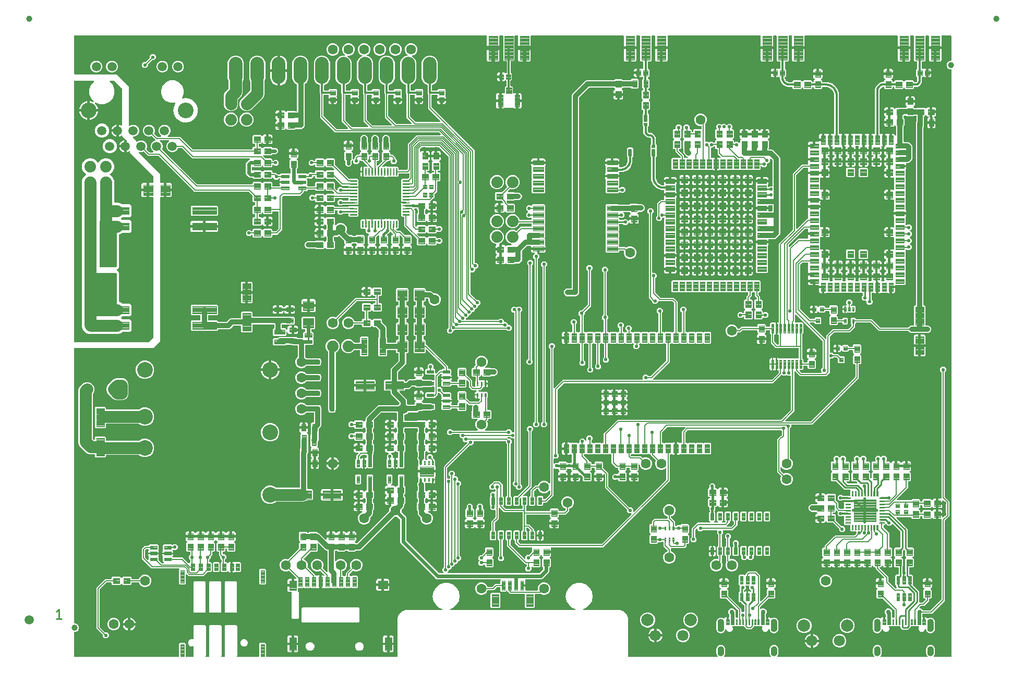
<source format=gtl>
G04 EAGLE Gerber RS-274X export*
G75*
%MOMM*%
%FSLAX34Y34*%
%LPD*%
%INTop Copper*%
%IPPOS*%
%AMOC8*
5,1,8,0,0,1.08239X$1,22.5*%
G01*
%ADD10C,0.279400*%
%ADD11C,0.100000*%
%ADD12C,0.100800*%
%ADD13C,1.000000*%
%ADD14C,0.102000*%
%ADD15C,0.654000*%
%ADD16C,0.105000*%
%ADD17C,0.096000*%
%ADD18C,0.098000*%
%ADD19C,0.099000*%
%ADD20C,1.600000*%
%ADD21C,0.104000*%
%ADD22C,0.101600*%
%ADD23C,2.550000*%
%ADD24C,1.500000*%
%ADD25C,0.099059*%
%ADD26C,1.879600*%
%ADD27C,1.800000*%
%ADD28C,2.000000*%
%ADD29C,2.200000*%
%ADD30C,0.180000*%
%ADD31C,0.111000*%
%ADD32C,0.103500*%
%ADD33C,2.540000*%
%ADD34C,0.550000*%
%ADD35C,0.554000*%
%ADD36C,0.304800*%
%ADD37C,0.609600*%
%ADD38C,0.812800*%
%ADD39C,0.406400*%
%ADD40C,0.152400*%
%ADD41C,0.754000*%
%ADD42C,0.266700*%
%ADD43C,0.348997*%
%ADD44C,0.317500*%
%ADD45C,0.254000*%
%ADD46C,1.905000*%
%ADD47C,1.270000*%

G36*
X216215Y3057D02*
X216215Y3057D01*
X216273Y3055D01*
X216355Y3077D01*
X216439Y3089D01*
X216492Y3112D01*
X216548Y3127D01*
X216621Y3170D01*
X216698Y3205D01*
X216743Y3243D01*
X216793Y3272D01*
X216851Y3334D01*
X216915Y3388D01*
X216947Y3437D01*
X216987Y3480D01*
X217026Y3555D01*
X217073Y3625D01*
X217090Y3681D01*
X217117Y3733D01*
X217128Y3801D01*
X217158Y3896D01*
X217161Y3996D01*
X217172Y4064D01*
X217172Y24694D01*
X218671Y26193D01*
X226739Y26193D01*
X228238Y24694D01*
X228238Y4064D01*
X228246Y4006D01*
X228244Y3948D01*
X228266Y3866D01*
X228278Y3782D01*
X228301Y3729D01*
X228316Y3673D01*
X228359Y3600D01*
X228394Y3523D01*
X228432Y3478D01*
X228461Y3428D01*
X228523Y3370D01*
X228577Y3306D01*
X228626Y3274D01*
X228669Y3234D01*
X228744Y3195D01*
X228814Y3148D01*
X228870Y3131D01*
X228922Y3104D01*
X228990Y3093D01*
X229085Y3063D01*
X229185Y3060D01*
X229253Y3049D01*
X240201Y3049D01*
X240230Y3053D01*
X240259Y3050D01*
X240370Y3073D01*
X240482Y3089D01*
X240509Y3101D01*
X240538Y3106D01*
X240638Y3159D01*
X240741Y3205D01*
X240764Y3224D01*
X240790Y3237D01*
X240872Y3315D01*
X240958Y3388D01*
X240975Y3413D01*
X240996Y3433D01*
X241053Y3531D01*
X241116Y3625D01*
X241125Y3653D01*
X241140Y3678D01*
X241168Y3788D01*
X241202Y3896D01*
X241203Y3925D01*
X241210Y3954D01*
X241206Y4067D01*
X241209Y4180D01*
X241202Y4209D01*
X241201Y4238D01*
X241166Y4346D01*
X241137Y4455D01*
X241122Y4481D01*
X241113Y4509D01*
X241068Y4572D01*
X240992Y4700D01*
X240946Y4743D01*
X240918Y4782D01*
X240852Y4848D01*
X240852Y19685D01*
X240836Y19799D01*
X240826Y19913D01*
X240816Y19939D01*
X240812Y19967D01*
X240766Y20071D01*
X240724Y20179D01*
X240708Y20201D01*
X240696Y20226D01*
X240622Y20314D01*
X240553Y20405D01*
X240530Y20422D01*
X240513Y20443D01*
X240417Y20507D01*
X240325Y20575D01*
X240299Y20585D01*
X240276Y20601D01*
X240166Y20635D01*
X240059Y20676D01*
X240031Y20678D01*
X240005Y20686D01*
X239890Y20689D01*
X239776Y20698D01*
X239751Y20693D01*
X239721Y20694D01*
X239464Y20627D01*
X239448Y20623D01*
X238855Y20377D01*
X236555Y20377D01*
X234429Y21258D01*
X232803Y22884D01*
X231922Y25010D01*
X231922Y27310D01*
X232803Y29436D01*
X234429Y31062D01*
X236555Y31943D01*
X238855Y31943D01*
X239448Y31697D01*
X239560Y31668D01*
X239669Y31634D01*
X239697Y31633D01*
X239724Y31626D01*
X239838Y31629D01*
X239953Y31626D01*
X239980Y31633D01*
X240008Y31634D01*
X240117Y31669D01*
X240228Y31698D01*
X240252Y31712D01*
X240279Y31721D01*
X240374Y31785D01*
X240473Y31843D01*
X240492Y31864D01*
X240515Y31879D01*
X240589Y31967D01*
X240667Y32051D01*
X240680Y32076D01*
X240698Y32097D01*
X240744Y32202D01*
X240797Y32304D01*
X240801Y32328D01*
X240813Y32356D01*
X240850Y32620D01*
X240852Y32635D01*
X240852Y53542D01*
X242043Y54733D01*
X259737Y54733D01*
X260928Y53542D01*
X260928Y4848D01*
X260862Y4782D01*
X260844Y4758D01*
X260822Y4739D01*
X260759Y4645D01*
X260691Y4555D01*
X260680Y4527D01*
X260664Y4503D01*
X260630Y4395D01*
X260589Y4289D01*
X260587Y4260D01*
X260578Y4232D01*
X260575Y4119D01*
X260566Y4006D01*
X260572Y3977D01*
X260571Y3948D01*
X260599Y3838D01*
X260622Y3727D01*
X260635Y3701D01*
X260643Y3673D01*
X260701Y3575D01*
X260753Y3475D01*
X260773Y3453D01*
X260788Y3428D01*
X260871Y3351D01*
X260949Y3269D01*
X260974Y3254D01*
X260995Y3234D01*
X261096Y3182D01*
X261194Y3125D01*
X261222Y3118D01*
X261248Y3104D01*
X261326Y3091D01*
X261469Y3055D01*
X261532Y3057D01*
X261579Y3049D01*
X265601Y3049D01*
X265630Y3053D01*
X265659Y3050D01*
X265770Y3073D01*
X265882Y3089D01*
X265909Y3101D01*
X265938Y3106D01*
X266038Y3159D01*
X266141Y3205D01*
X266164Y3224D01*
X266190Y3237D01*
X266272Y3315D01*
X266358Y3388D01*
X266375Y3413D01*
X266396Y3433D01*
X266453Y3531D01*
X266516Y3625D01*
X266525Y3653D01*
X266540Y3678D01*
X266568Y3788D01*
X266602Y3896D01*
X266603Y3925D01*
X266610Y3954D01*
X266606Y4067D01*
X266609Y4180D01*
X266602Y4209D01*
X266601Y4238D01*
X266566Y4346D01*
X266537Y4455D01*
X266522Y4481D01*
X266513Y4509D01*
X266468Y4572D01*
X266392Y4700D01*
X266346Y4743D01*
X266318Y4782D01*
X266252Y4848D01*
X266252Y53542D01*
X267443Y54733D01*
X285137Y54733D01*
X286328Y53542D01*
X286328Y4848D01*
X286262Y4782D01*
X286244Y4758D01*
X286222Y4739D01*
X286159Y4645D01*
X286091Y4555D01*
X286080Y4527D01*
X286064Y4503D01*
X286030Y4395D01*
X285989Y4289D01*
X285987Y4260D01*
X285978Y4232D01*
X285975Y4119D01*
X285966Y4006D01*
X285972Y3977D01*
X285971Y3948D01*
X285999Y3838D01*
X286022Y3727D01*
X286035Y3701D01*
X286043Y3673D01*
X286101Y3575D01*
X286153Y3475D01*
X286173Y3453D01*
X286188Y3428D01*
X286271Y3351D01*
X286349Y3269D01*
X286374Y3254D01*
X286395Y3234D01*
X286496Y3182D01*
X286594Y3125D01*
X286622Y3118D01*
X286648Y3104D01*
X286726Y3091D01*
X286869Y3055D01*
X286932Y3057D01*
X286979Y3049D01*
X291001Y3049D01*
X291030Y3053D01*
X291059Y3050D01*
X291170Y3073D01*
X291282Y3089D01*
X291309Y3101D01*
X291338Y3106D01*
X291438Y3159D01*
X291541Y3205D01*
X291564Y3224D01*
X291590Y3237D01*
X291672Y3315D01*
X291758Y3388D01*
X291775Y3413D01*
X291796Y3433D01*
X291853Y3531D01*
X291916Y3625D01*
X291925Y3653D01*
X291940Y3678D01*
X291968Y3788D01*
X292002Y3896D01*
X292003Y3925D01*
X292010Y3954D01*
X292006Y4067D01*
X292009Y4180D01*
X292002Y4209D01*
X292001Y4238D01*
X291966Y4346D01*
X291937Y4455D01*
X291922Y4481D01*
X291913Y4509D01*
X291868Y4572D01*
X291792Y4700D01*
X291746Y4743D01*
X291718Y4782D01*
X291652Y4848D01*
X291652Y53542D01*
X292843Y54733D01*
X310537Y54733D01*
X311728Y53542D01*
X311728Y4848D01*
X311662Y4782D01*
X311644Y4758D01*
X311622Y4739D01*
X311559Y4645D01*
X311491Y4555D01*
X311480Y4527D01*
X311464Y4503D01*
X311430Y4395D01*
X311389Y4289D01*
X311387Y4260D01*
X311378Y4232D01*
X311375Y4119D01*
X311366Y4006D01*
X311372Y3977D01*
X311371Y3948D01*
X311399Y3838D01*
X311422Y3727D01*
X311435Y3701D01*
X311443Y3673D01*
X311501Y3575D01*
X311553Y3475D01*
X311573Y3453D01*
X311588Y3428D01*
X311671Y3351D01*
X311749Y3269D01*
X311774Y3254D01*
X311795Y3234D01*
X311896Y3182D01*
X311994Y3125D01*
X312022Y3118D01*
X312048Y3104D01*
X312126Y3091D01*
X312269Y3055D01*
X312332Y3057D01*
X312379Y3049D01*
X346057Y3049D01*
X346115Y3057D01*
X346173Y3055D01*
X346255Y3077D01*
X346339Y3089D01*
X346392Y3112D01*
X346448Y3127D01*
X346521Y3170D01*
X346598Y3205D01*
X346643Y3243D01*
X346693Y3272D01*
X346751Y3334D01*
X346815Y3388D01*
X346847Y3437D01*
X346887Y3480D01*
X346926Y3555D01*
X346973Y3625D01*
X346990Y3681D01*
X347017Y3733D01*
X347028Y3801D01*
X347058Y3896D01*
X347061Y3996D01*
X347072Y4064D01*
X347072Y24694D01*
X348571Y26193D01*
X356639Y26193D01*
X358138Y24694D01*
X358138Y4064D01*
X358146Y4006D01*
X358144Y3948D01*
X358166Y3866D01*
X358178Y3782D01*
X358201Y3729D01*
X358216Y3673D01*
X358259Y3600D01*
X358294Y3523D01*
X358332Y3478D01*
X358361Y3428D01*
X358423Y3370D01*
X358477Y3306D01*
X358526Y3274D01*
X358569Y3234D01*
X358644Y3195D01*
X358714Y3148D01*
X358770Y3131D01*
X358822Y3104D01*
X358890Y3093D01*
X358985Y3063D01*
X359085Y3060D01*
X359153Y3049D01*
X570611Y3049D01*
X570669Y3057D01*
X570727Y3055D01*
X570809Y3077D01*
X570893Y3089D01*
X570946Y3112D01*
X571002Y3127D01*
X571075Y3170D01*
X571152Y3205D01*
X571197Y3243D01*
X571247Y3272D01*
X571305Y3334D01*
X571369Y3388D01*
X571401Y3437D01*
X571441Y3480D01*
X571480Y3555D01*
X571527Y3625D01*
X571544Y3681D01*
X571571Y3733D01*
X571582Y3801D01*
X571612Y3896D01*
X571615Y3996D01*
X571626Y4064D01*
X571626Y66633D01*
X574024Y72421D01*
X578454Y76851D01*
X584242Y79249D01*
X643400Y79249D01*
X643507Y79264D01*
X643614Y79272D01*
X643647Y79284D01*
X643681Y79289D01*
X643780Y79333D01*
X643881Y79370D01*
X643909Y79391D01*
X643941Y79405D01*
X644023Y79475D01*
X644110Y79538D01*
X644131Y79566D01*
X644158Y79588D01*
X644217Y79678D01*
X644283Y79764D01*
X644296Y79796D01*
X644315Y79825D01*
X644348Y79928D01*
X644387Y80028D01*
X644391Y80063D01*
X644401Y80096D01*
X644404Y80204D01*
X644414Y80311D01*
X644408Y80346D01*
X644408Y80380D01*
X644381Y80485D01*
X644361Y80591D01*
X644345Y80622D01*
X644337Y80655D01*
X644282Y80748D01*
X644233Y80844D01*
X644209Y80870D01*
X644191Y80900D01*
X644113Y80974D01*
X644039Y81053D01*
X644012Y81068D01*
X643984Y81094D01*
X643793Y81192D01*
X643747Y81218D01*
X639913Y82613D01*
X634080Y87508D01*
X630273Y94102D01*
X628951Y101600D01*
X630273Y109098D01*
X634080Y115692D01*
X639913Y120587D01*
X647068Y123191D01*
X654682Y123191D01*
X661837Y120587D01*
X667670Y115692D01*
X671477Y109098D01*
X672799Y101600D01*
X671477Y94102D01*
X667670Y87508D01*
X661837Y82613D01*
X658003Y81218D01*
X657908Y81167D01*
X657809Y81123D01*
X657783Y81101D01*
X657752Y81084D01*
X657675Y81009D01*
X657592Y80939D01*
X657573Y80911D01*
X657548Y80886D01*
X657494Y80793D01*
X657435Y80703D01*
X657424Y80670D01*
X657407Y80640D01*
X657381Y80535D01*
X657349Y80432D01*
X657348Y80397D01*
X657340Y80363D01*
X657344Y80256D01*
X657342Y80148D01*
X657350Y80114D01*
X657352Y80079D01*
X657386Y79977D01*
X657413Y79873D01*
X657431Y79843D01*
X657442Y79810D01*
X657504Y79721D01*
X657559Y79628D01*
X657584Y79604D01*
X657604Y79576D01*
X657687Y79507D01*
X657766Y79434D01*
X657797Y79418D01*
X657824Y79396D01*
X657923Y79353D01*
X658019Y79304D01*
X658050Y79299D01*
X658085Y79284D01*
X658298Y79258D01*
X658350Y79249D01*
X859300Y79249D01*
X859407Y79264D01*
X859514Y79272D01*
X859547Y79284D01*
X859581Y79289D01*
X859680Y79333D01*
X859781Y79370D01*
X859809Y79391D01*
X859841Y79405D01*
X859923Y79474D01*
X860010Y79538D01*
X860031Y79566D01*
X860058Y79588D01*
X860117Y79678D01*
X860183Y79764D01*
X860196Y79796D01*
X860215Y79825D01*
X860248Y79928D01*
X860287Y80028D01*
X860291Y80063D01*
X860301Y80096D01*
X860304Y80204D01*
X860314Y80311D01*
X860308Y80346D01*
X860308Y80380D01*
X860281Y80485D01*
X860261Y80591D01*
X860245Y80622D01*
X860237Y80655D01*
X860181Y80748D01*
X860133Y80844D01*
X860109Y80870D01*
X860091Y80900D01*
X860013Y80974D01*
X859939Y81053D01*
X859912Y81068D01*
X859884Y81094D01*
X859693Y81192D01*
X859647Y81218D01*
X855813Y82613D01*
X849980Y87508D01*
X846173Y94102D01*
X844851Y101600D01*
X846173Y109098D01*
X849980Y115692D01*
X855813Y120587D01*
X862968Y123191D01*
X870582Y123191D01*
X877737Y120587D01*
X883570Y115692D01*
X887377Y109098D01*
X888699Y101600D01*
X887377Y94102D01*
X883570Y87508D01*
X877737Y82613D01*
X873903Y81218D01*
X873808Y81167D01*
X873709Y81123D01*
X873683Y81101D01*
X873652Y81084D01*
X873575Y81009D01*
X873492Y80939D01*
X873473Y80911D01*
X873448Y80886D01*
X873394Y80793D01*
X873335Y80703D01*
X873324Y80670D01*
X873307Y80640D01*
X873281Y80535D01*
X873249Y80432D01*
X873248Y80397D01*
X873240Y80363D01*
X873244Y80256D01*
X873242Y80148D01*
X873250Y80114D01*
X873252Y80079D01*
X873286Y79977D01*
X873313Y79873D01*
X873331Y79843D01*
X873342Y79810D01*
X873404Y79721D01*
X873459Y79628D01*
X873484Y79604D01*
X873504Y79576D01*
X873587Y79507D01*
X873666Y79434D01*
X873697Y79418D01*
X873724Y79396D01*
X873823Y79353D01*
X873919Y79304D01*
X873950Y79299D01*
X873985Y79284D01*
X874198Y79258D01*
X874250Y79249D01*
X933408Y79249D01*
X939196Y76851D01*
X943626Y72421D01*
X946024Y66633D01*
X946024Y4064D01*
X946032Y4006D01*
X946030Y3948D01*
X946052Y3866D01*
X946064Y3782D01*
X946087Y3729D01*
X946102Y3673D01*
X946145Y3600D01*
X946180Y3523D01*
X946218Y3478D01*
X946247Y3428D01*
X946309Y3370D01*
X946363Y3306D01*
X946412Y3274D01*
X946455Y3234D01*
X946530Y3195D01*
X946600Y3148D01*
X946656Y3131D01*
X946708Y3104D01*
X946776Y3093D01*
X946871Y3063D01*
X946971Y3060D01*
X947039Y3049D01*
X1090565Y3049D01*
X1090623Y3057D01*
X1090681Y3055D01*
X1090763Y3077D01*
X1090847Y3089D01*
X1090900Y3112D01*
X1090956Y3127D01*
X1091029Y3170D01*
X1091106Y3205D01*
X1091151Y3242D01*
X1091200Y3272D01*
X1091259Y3334D01*
X1091323Y3388D01*
X1091355Y3437D01*
X1091395Y3479D01*
X1091434Y3554D01*
X1091481Y3625D01*
X1091498Y3680D01*
X1091525Y3732D01*
X1091541Y3815D01*
X1091567Y3896D01*
X1091568Y3954D01*
X1091579Y4011D01*
X1091572Y4096D01*
X1091574Y4180D01*
X1091559Y4236D01*
X1091554Y4294D01*
X1091527Y4358D01*
X1091502Y4455D01*
X1091451Y4541D01*
X1091425Y4604D01*
X1091158Y5029D01*
X1091062Y5143D01*
X1091016Y5207D01*
X1090521Y5702D01*
X1090290Y6363D01*
X1090226Y6486D01*
X1090221Y6496D01*
X1090191Y6568D01*
X1089818Y7161D01*
X1089740Y7857D01*
X1089702Y8002D01*
X1089689Y8079D01*
X1089512Y8585D01*
X1089518Y8621D01*
X1089548Y8715D01*
X1089551Y8816D01*
X1089562Y8884D01*
X1089562Y9376D01*
X1089553Y9440D01*
X1089556Y9490D01*
X1089473Y10225D01*
X1089485Y10246D01*
X1089493Y10276D01*
X1089507Y10303D01*
X1089520Y10380D01*
X1089556Y10521D01*
X1089554Y10585D01*
X1089562Y10634D01*
X1089562Y14466D01*
X1089558Y14496D01*
X1089560Y14527D01*
X1089538Y14637D01*
X1089522Y14747D01*
X1089510Y14775D01*
X1089504Y14806D01*
X1089472Y14863D01*
X1089556Y15610D01*
X1089554Y15675D01*
X1089562Y15724D01*
X1089562Y16216D01*
X1089554Y16275D01*
X1089555Y16334D01*
X1089536Y16400D01*
X1089522Y16497D01*
X1089513Y16518D01*
X1089689Y17021D01*
X1089718Y17167D01*
X1089740Y17243D01*
X1089818Y17939D01*
X1090191Y18532D01*
X1090252Y18668D01*
X1090290Y18737D01*
X1090521Y19398D01*
X1091016Y19893D01*
X1091106Y20013D01*
X1091158Y20071D01*
X1091531Y20664D01*
X1092124Y21037D01*
X1092238Y21133D01*
X1092302Y21179D01*
X1092797Y21674D01*
X1093458Y21905D01*
X1093591Y21974D01*
X1093663Y22004D01*
X1094256Y22377D01*
X1094952Y22455D01*
X1095097Y22492D01*
X1095174Y22506D01*
X1095835Y22737D01*
X1096531Y22659D01*
X1096681Y22663D01*
X1096759Y22659D01*
X1097455Y22737D01*
X1098116Y22506D01*
X1098262Y22477D01*
X1098338Y22455D01*
X1099034Y22377D01*
X1099627Y22004D01*
X1099763Y21943D01*
X1099832Y21905D01*
X1100493Y21674D01*
X1100988Y21179D01*
X1101108Y21089D01*
X1101166Y21037D01*
X1101759Y20664D01*
X1102132Y20071D01*
X1102228Y19957D01*
X1102274Y19893D01*
X1102769Y19398D01*
X1103000Y18737D01*
X1103069Y18604D01*
X1103099Y18532D01*
X1103472Y17939D01*
X1103550Y17243D01*
X1103587Y17098D01*
X1103601Y17021D01*
X1103778Y16515D01*
X1103772Y16479D01*
X1103742Y16385D01*
X1103739Y16284D01*
X1103728Y16216D01*
X1103728Y15724D01*
X1103737Y15660D01*
X1103734Y15610D01*
X1103817Y14875D01*
X1103805Y14854D01*
X1103797Y14824D01*
X1103783Y14797D01*
X1103770Y14720D01*
X1103734Y14579D01*
X1103736Y14515D01*
X1103728Y14466D01*
X1103728Y10634D01*
X1103732Y10604D01*
X1103730Y10573D01*
X1103752Y10463D01*
X1103768Y10353D01*
X1103780Y10325D01*
X1103786Y10294D01*
X1103818Y10237D01*
X1103734Y9490D01*
X1103736Y9425D01*
X1103728Y9376D01*
X1103728Y8884D01*
X1103736Y8825D01*
X1103735Y8766D01*
X1103754Y8700D01*
X1103768Y8603D01*
X1103777Y8582D01*
X1103601Y8079D01*
X1103572Y7933D01*
X1103550Y7857D01*
X1103472Y7161D01*
X1103099Y6568D01*
X1103038Y6432D01*
X1103000Y6363D01*
X1102769Y5702D01*
X1102274Y5207D01*
X1102184Y5087D01*
X1102132Y5029D01*
X1101865Y4604D01*
X1101841Y4551D01*
X1101809Y4503D01*
X1101784Y4422D01*
X1101749Y4345D01*
X1101741Y4287D01*
X1101723Y4232D01*
X1101721Y4147D01*
X1101709Y4063D01*
X1101718Y4006D01*
X1101716Y3948D01*
X1101737Y3866D01*
X1101749Y3782D01*
X1101773Y3729D01*
X1101788Y3673D01*
X1101831Y3600D01*
X1101866Y3522D01*
X1101904Y3478D01*
X1101933Y3428D01*
X1101995Y3370D01*
X1102050Y3306D01*
X1102098Y3273D01*
X1102140Y3234D01*
X1102216Y3195D01*
X1102287Y3148D01*
X1102342Y3131D01*
X1102394Y3104D01*
X1102462Y3093D01*
X1102558Y3063D01*
X1102657Y3060D01*
X1102725Y3049D01*
X1176925Y3049D01*
X1176983Y3057D01*
X1177041Y3055D01*
X1177123Y3077D01*
X1177207Y3089D01*
X1177260Y3112D01*
X1177316Y3127D01*
X1177389Y3170D01*
X1177466Y3205D01*
X1177511Y3242D01*
X1177560Y3272D01*
X1177619Y3334D01*
X1177683Y3388D01*
X1177715Y3437D01*
X1177755Y3479D01*
X1177794Y3554D01*
X1177841Y3625D01*
X1177858Y3680D01*
X1177885Y3732D01*
X1177901Y3815D01*
X1177927Y3896D01*
X1177928Y3954D01*
X1177939Y4011D01*
X1177932Y4096D01*
X1177934Y4180D01*
X1177919Y4236D01*
X1177914Y4294D01*
X1177887Y4358D01*
X1177862Y4455D01*
X1177811Y4541D01*
X1177785Y4604D01*
X1177518Y5029D01*
X1177422Y5143D01*
X1177376Y5207D01*
X1176881Y5702D01*
X1176650Y6363D01*
X1176586Y6486D01*
X1176581Y6496D01*
X1176551Y6568D01*
X1176178Y7161D01*
X1176100Y7857D01*
X1176062Y8002D01*
X1176049Y8079D01*
X1175872Y8585D01*
X1175878Y8621D01*
X1175908Y8715D01*
X1175911Y8816D01*
X1175922Y8884D01*
X1175922Y9376D01*
X1175913Y9440D01*
X1175916Y9490D01*
X1175833Y10225D01*
X1175845Y10246D01*
X1175853Y10276D01*
X1175867Y10303D01*
X1175880Y10380D01*
X1175916Y10521D01*
X1175914Y10585D01*
X1175922Y10634D01*
X1175922Y14466D01*
X1175918Y14496D01*
X1175920Y14527D01*
X1175898Y14637D01*
X1175882Y14747D01*
X1175870Y14775D01*
X1175864Y14806D01*
X1175832Y14863D01*
X1175916Y15610D01*
X1175914Y15675D01*
X1175922Y15724D01*
X1175922Y16216D01*
X1175914Y16275D01*
X1175915Y16334D01*
X1175896Y16400D01*
X1175882Y16497D01*
X1175873Y16518D01*
X1176049Y17021D01*
X1176078Y17167D01*
X1176100Y17243D01*
X1176178Y17939D01*
X1176551Y18532D01*
X1176612Y18668D01*
X1176650Y18737D01*
X1176881Y19398D01*
X1177376Y19893D01*
X1177466Y20013D01*
X1177518Y20071D01*
X1177891Y20664D01*
X1178484Y21037D01*
X1178598Y21133D01*
X1178662Y21179D01*
X1179157Y21674D01*
X1179818Y21905D01*
X1179951Y21974D01*
X1180023Y22004D01*
X1180616Y22377D01*
X1181312Y22455D01*
X1181457Y22492D01*
X1181534Y22506D01*
X1182195Y22737D01*
X1182891Y22659D01*
X1183041Y22663D01*
X1183119Y22659D01*
X1183815Y22737D01*
X1184476Y22506D01*
X1184622Y22477D01*
X1184698Y22455D01*
X1185394Y22377D01*
X1185987Y22004D01*
X1186123Y21943D01*
X1186192Y21905D01*
X1186853Y21674D01*
X1187348Y21179D01*
X1187468Y21089D01*
X1187526Y21037D01*
X1188119Y20664D01*
X1188492Y20071D01*
X1188588Y19957D01*
X1188634Y19893D01*
X1189129Y19398D01*
X1189360Y18737D01*
X1189429Y18604D01*
X1189459Y18532D01*
X1189832Y17939D01*
X1189910Y17243D01*
X1189947Y17098D01*
X1189961Y17021D01*
X1190138Y16515D01*
X1190132Y16479D01*
X1190102Y16385D01*
X1190099Y16284D01*
X1190088Y16216D01*
X1190088Y15724D01*
X1190097Y15660D01*
X1190094Y15610D01*
X1190177Y14875D01*
X1190165Y14854D01*
X1190157Y14824D01*
X1190143Y14797D01*
X1190130Y14720D01*
X1190094Y14579D01*
X1190096Y14515D01*
X1190088Y14466D01*
X1190088Y10634D01*
X1190092Y10604D01*
X1190090Y10573D01*
X1190112Y10463D01*
X1190128Y10353D01*
X1190140Y10325D01*
X1190146Y10294D01*
X1190178Y10237D01*
X1190094Y9490D01*
X1190096Y9425D01*
X1190088Y9376D01*
X1190088Y8884D01*
X1190096Y8825D01*
X1190095Y8766D01*
X1190114Y8700D01*
X1190128Y8603D01*
X1190137Y8582D01*
X1189961Y8079D01*
X1189932Y7933D01*
X1189910Y7857D01*
X1189832Y7161D01*
X1189459Y6568D01*
X1189398Y6432D01*
X1189360Y6363D01*
X1189129Y5702D01*
X1188634Y5207D01*
X1188544Y5088D01*
X1188492Y5029D01*
X1188225Y4604D01*
X1188201Y4551D01*
X1188169Y4503D01*
X1188144Y4422D01*
X1188109Y4345D01*
X1188101Y4287D01*
X1188083Y4232D01*
X1188081Y4147D01*
X1188069Y4063D01*
X1188078Y4006D01*
X1188076Y3948D01*
X1188098Y3866D01*
X1188109Y3782D01*
X1188133Y3729D01*
X1188148Y3673D01*
X1188191Y3600D01*
X1188226Y3522D01*
X1188264Y3478D01*
X1188293Y3428D01*
X1188355Y3370D01*
X1188410Y3305D01*
X1188458Y3273D01*
X1188500Y3234D01*
X1188576Y3195D01*
X1188647Y3148D01*
X1188702Y3131D01*
X1188754Y3104D01*
X1188822Y3093D01*
X1188918Y3063D01*
X1189017Y3060D01*
X1189085Y3049D01*
X1344565Y3049D01*
X1344623Y3057D01*
X1344681Y3055D01*
X1344763Y3077D01*
X1344847Y3089D01*
X1344900Y3112D01*
X1344956Y3127D01*
X1345029Y3170D01*
X1345106Y3205D01*
X1345151Y3242D01*
X1345200Y3272D01*
X1345259Y3334D01*
X1345323Y3388D01*
X1345355Y3437D01*
X1345395Y3479D01*
X1345434Y3554D01*
X1345481Y3625D01*
X1345498Y3680D01*
X1345525Y3732D01*
X1345541Y3815D01*
X1345567Y3896D01*
X1345568Y3954D01*
X1345579Y4011D01*
X1345572Y4096D01*
X1345574Y4180D01*
X1345559Y4236D01*
X1345554Y4294D01*
X1345527Y4358D01*
X1345502Y4455D01*
X1345451Y4541D01*
X1345425Y4604D01*
X1345158Y5029D01*
X1345062Y5143D01*
X1345016Y5207D01*
X1344521Y5702D01*
X1344290Y6363D01*
X1344226Y6486D01*
X1344221Y6496D01*
X1344191Y6568D01*
X1343818Y7161D01*
X1343740Y7857D01*
X1343702Y8002D01*
X1343689Y8079D01*
X1343512Y8585D01*
X1343518Y8621D01*
X1343548Y8715D01*
X1343551Y8816D01*
X1343562Y8884D01*
X1343562Y9376D01*
X1343553Y9440D01*
X1343556Y9490D01*
X1343473Y10225D01*
X1343485Y10246D01*
X1343493Y10276D01*
X1343507Y10303D01*
X1343520Y10380D01*
X1343556Y10521D01*
X1343554Y10585D01*
X1343562Y10634D01*
X1343562Y14466D01*
X1343558Y14496D01*
X1343560Y14527D01*
X1343538Y14637D01*
X1343522Y14747D01*
X1343510Y14775D01*
X1343504Y14806D01*
X1343472Y14863D01*
X1343556Y15610D01*
X1343554Y15675D01*
X1343562Y15724D01*
X1343562Y16216D01*
X1343554Y16275D01*
X1343555Y16334D01*
X1343536Y16400D01*
X1343522Y16497D01*
X1343513Y16518D01*
X1343689Y17021D01*
X1343718Y17167D01*
X1343740Y17243D01*
X1343818Y17939D01*
X1344191Y18532D01*
X1344252Y18668D01*
X1344290Y18737D01*
X1344521Y19398D01*
X1345016Y19893D01*
X1345106Y20013D01*
X1345158Y20071D01*
X1345531Y20664D01*
X1346124Y21037D01*
X1346238Y21133D01*
X1346302Y21179D01*
X1346797Y21674D01*
X1347458Y21905D01*
X1347591Y21974D01*
X1347663Y22004D01*
X1348256Y22377D01*
X1348952Y22455D01*
X1349097Y22492D01*
X1349174Y22506D01*
X1349835Y22737D01*
X1350531Y22659D01*
X1350681Y22663D01*
X1350759Y22659D01*
X1351455Y22737D01*
X1352116Y22506D01*
X1352262Y22477D01*
X1352338Y22455D01*
X1353034Y22377D01*
X1353627Y22004D01*
X1353763Y21943D01*
X1353832Y21905D01*
X1354493Y21674D01*
X1354988Y21179D01*
X1355108Y21089D01*
X1355166Y21037D01*
X1355759Y20664D01*
X1356132Y20071D01*
X1356228Y19957D01*
X1356274Y19893D01*
X1356769Y19398D01*
X1357000Y18737D01*
X1357069Y18604D01*
X1357099Y18532D01*
X1357472Y17939D01*
X1357550Y17243D01*
X1357587Y17098D01*
X1357601Y17021D01*
X1357778Y16515D01*
X1357772Y16479D01*
X1357742Y16385D01*
X1357739Y16284D01*
X1357728Y16216D01*
X1357728Y15724D01*
X1357737Y15660D01*
X1357734Y15610D01*
X1357817Y14875D01*
X1357805Y14854D01*
X1357797Y14824D01*
X1357783Y14797D01*
X1357770Y14720D01*
X1357734Y14579D01*
X1357736Y14515D01*
X1357728Y14466D01*
X1357728Y10634D01*
X1357732Y10604D01*
X1357730Y10573D01*
X1357752Y10463D01*
X1357768Y10353D01*
X1357780Y10325D01*
X1357786Y10294D01*
X1357818Y10237D01*
X1357734Y9490D01*
X1357736Y9425D01*
X1357728Y9376D01*
X1357728Y8884D01*
X1357736Y8825D01*
X1357735Y8766D01*
X1357754Y8700D01*
X1357768Y8603D01*
X1357777Y8582D01*
X1357601Y8079D01*
X1357572Y7933D01*
X1357550Y7857D01*
X1357472Y7161D01*
X1357099Y6568D01*
X1357038Y6432D01*
X1357000Y6363D01*
X1356769Y5702D01*
X1356274Y5207D01*
X1356184Y5088D01*
X1356132Y5029D01*
X1355865Y4604D01*
X1355841Y4551D01*
X1355809Y4503D01*
X1355784Y4422D01*
X1355749Y4345D01*
X1355741Y4287D01*
X1355723Y4232D01*
X1355721Y4147D01*
X1355709Y4063D01*
X1355718Y4006D01*
X1355716Y3948D01*
X1355738Y3866D01*
X1355749Y3782D01*
X1355773Y3729D01*
X1355788Y3673D01*
X1355831Y3600D01*
X1355866Y3522D01*
X1355904Y3478D01*
X1355933Y3428D01*
X1355995Y3370D01*
X1356050Y3305D01*
X1356098Y3273D01*
X1356140Y3234D01*
X1356216Y3195D01*
X1356287Y3148D01*
X1356342Y3131D01*
X1356394Y3104D01*
X1356462Y3093D01*
X1356558Y3063D01*
X1356657Y3060D01*
X1356725Y3049D01*
X1430925Y3049D01*
X1430983Y3057D01*
X1431041Y3055D01*
X1431123Y3077D01*
X1431207Y3089D01*
X1431260Y3112D01*
X1431316Y3127D01*
X1431389Y3170D01*
X1431466Y3205D01*
X1431511Y3242D01*
X1431560Y3272D01*
X1431619Y3334D01*
X1431683Y3388D01*
X1431715Y3437D01*
X1431755Y3479D01*
X1431794Y3554D01*
X1431841Y3625D01*
X1431858Y3680D01*
X1431885Y3732D01*
X1431901Y3815D01*
X1431927Y3896D01*
X1431928Y3954D01*
X1431939Y4011D01*
X1431932Y4096D01*
X1431934Y4180D01*
X1431919Y4236D01*
X1431914Y4294D01*
X1431887Y4358D01*
X1431862Y4455D01*
X1431811Y4541D01*
X1431785Y4604D01*
X1431518Y5029D01*
X1431422Y5143D01*
X1431376Y5207D01*
X1430881Y5702D01*
X1430650Y6363D01*
X1430586Y6486D01*
X1430581Y6496D01*
X1430551Y6568D01*
X1430178Y7161D01*
X1430100Y7857D01*
X1430063Y8002D01*
X1430049Y8079D01*
X1429872Y8585D01*
X1429878Y8621D01*
X1429908Y8715D01*
X1429911Y8816D01*
X1429922Y8884D01*
X1429922Y9376D01*
X1429913Y9440D01*
X1429916Y9490D01*
X1429833Y10225D01*
X1429845Y10246D01*
X1429853Y10276D01*
X1429867Y10303D01*
X1429880Y10380D01*
X1429916Y10521D01*
X1429914Y10585D01*
X1429922Y10634D01*
X1429922Y14466D01*
X1429918Y14496D01*
X1429920Y14527D01*
X1429898Y14637D01*
X1429882Y14747D01*
X1429870Y14775D01*
X1429864Y14806D01*
X1429832Y14863D01*
X1429916Y15610D01*
X1429914Y15675D01*
X1429922Y15724D01*
X1429922Y16216D01*
X1429914Y16275D01*
X1429915Y16334D01*
X1429896Y16400D01*
X1429882Y16497D01*
X1429873Y16518D01*
X1430049Y17021D01*
X1430078Y17167D01*
X1430100Y17243D01*
X1430178Y17939D01*
X1430551Y18532D01*
X1430612Y18668D01*
X1430650Y18737D01*
X1430881Y19398D01*
X1431376Y19893D01*
X1431466Y20013D01*
X1431518Y20071D01*
X1431891Y20664D01*
X1432484Y21037D01*
X1432598Y21133D01*
X1432662Y21179D01*
X1433157Y21674D01*
X1433818Y21905D01*
X1433951Y21974D01*
X1434023Y22004D01*
X1434616Y22377D01*
X1435312Y22455D01*
X1435457Y22492D01*
X1435534Y22506D01*
X1436195Y22737D01*
X1436891Y22659D01*
X1437041Y22663D01*
X1437119Y22659D01*
X1437815Y22737D01*
X1438476Y22506D01*
X1438622Y22477D01*
X1438698Y22455D01*
X1439394Y22377D01*
X1439987Y22004D01*
X1440123Y21943D01*
X1440192Y21905D01*
X1440853Y21674D01*
X1441348Y21179D01*
X1441468Y21089D01*
X1441526Y21037D01*
X1442119Y20664D01*
X1442492Y20071D01*
X1442588Y19957D01*
X1442634Y19893D01*
X1443129Y19398D01*
X1443360Y18737D01*
X1443429Y18604D01*
X1443459Y18532D01*
X1443832Y17939D01*
X1443910Y17243D01*
X1443948Y17098D01*
X1443961Y17021D01*
X1444138Y16515D01*
X1444132Y16479D01*
X1444102Y16385D01*
X1444099Y16284D01*
X1444088Y16216D01*
X1444088Y15724D01*
X1444097Y15660D01*
X1444094Y15610D01*
X1444177Y14875D01*
X1444165Y14854D01*
X1444157Y14824D01*
X1444143Y14797D01*
X1444130Y14720D01*
X1444094Y14579D01*
X1444096Y14515D01*
X1444088Y14466D01*
X1444088Y10634D01*
X1444092Y10604D01*
X1444090Y10573D01*
X1444112Y10463D01*
X1444128Y10353D01*
X1444140Y10325D01*
X1444146Y10294D01*
X1444178Y10237D01*
X1444094Y9490D01*
X1444096Y9425D01*
X1444088Y9376D01*
X1444088Y8884D01*
X1444096Y8825D01*
X1444095Y8766D01*
X1444114Y8700D01*
X1444128Y8603D01*
X1444137Y8582D01*
X1443961Y8079D01*
X1443932Y7933D01*
X1443910Y7857D01*
X1443832Y7161D01*
X1443459Y6568D01*
X1443398Y6432D01*
X1443360Y6363D01*
X1443129Y5702D01*
X1442634Y5207D01*
X1442544Y5088D01*
X1442492Y5029D01*
X1442225Y4604D01*
X1442201Y4551D01*
X1442169Y4503D01*
X1442144Y4422D01*
X1442109Y4345D01*
X1442101Y4287D01*
X1442083Y4232D01*
X1442081Y4147D01*
X1442069Y4063D01*
X1442078Y4006D01*
X1442076Y3948D01*
X1442098Y3866D01*
X1442109Y3782D01*
X1442133Y3729D01*
X1442148Y3673D01*
X1442191Y3600D01*
X1442226Y3522D01*
X1442264Y3478D01*
X1442293Y3428D01*
X1442355Y3370D01*
X1442410Y3305D01*
X1442458Y3273D01*
X1442500Y3234D01*
X1442576Y3195D01*
X1442647Y3148D01*
X1442702Y3131D01*
X1442754Y3104D01*
X1442822Y3093D01*
X1442918Y3063D01*
X1443017Y3060D01*
X1443085Y3049D01*
X1470025Y3049D01*
X1470083Y3057D01*
X1470141Y3055D01*
X1470223Y3077D01*
X1470307Y3089D01*
X1470360Y3112D01*
X1470416Y3127D01*
X1470489Y3170D01*
X1470566Y3205D01*
X1470611Y3243D01*
X1470661Y3272D01*
X1470719Y3334D01*
X1470783Y3388D01*
X1470815Y3437D01*
X1470855Y3480D01*
X1470894Y3555D01*
X1470941Y3625D01*
X1470958Y3681D01*
X1470985Y3733D01*
X1470996Y3801D01*
X1471026Y3896D01*
X1471029Y3996D01*
X1471040Y4064D01*
X1471040Y957152D01*
X1471032Y957210D01*
X1471034Y957268D01*
X1471012Y957350D01*
X1471000Y957434D01*
X1470977Y957487D01*
X1470962Y957543D01*
X1470919Y957616D01*
X1470884Y957693D01*
X1470846Y957738D01*
X1470817Y957788D01*
X1470755Y957846D01*
X1470701Y957910D01*
X1470652Y957942D01*
X1470609Y957982D01*
X1470534Y958021D01*
X1470464Y958068D01*
X1470408Y958085D01*
X1470356Y958112D01*
X1470288Y958123D01*
X1470193Y958153D01*
X1470093Y958156D01*
X1470025Y958167D01*
X1468626Y958167D01*
X1466041Y959238D01*
X1464063Y961216D01*
X1462992Y963801D01*
X1462992Y966599D01*
X1464063Y969184D01*
X1466041Y971162D01*
X1468626Y972233D01*
X1470025Y972233D01*
X1470083Y972241D01*
X1470141Y972239D01*
X1470223Y972261D01*
X1470307Y972273D01*
X1470360Y972296D01*
X1470416Y972311D01*
X1470489Y972354D01*
X1470566Y972389D01*
X1470611Y972427D01*
X1470661Y972456D01*
X1470719Y972518D01*
X1470783Y972572D01*
X1470815Y972621D01*
X1470855Y972664D01*
X1470894Y972739D01*
X1470941Y972809D01*
X1470958Y972865D01*
X1470985Y972917D01*
X1470996Y972985D01*
X1471026Y973080D01*
X1471029Y973180D01*
X1471040Y973248D01*
X1471040Y1011936D01*
X1471032Y1011994D01*
X1471034Y1012052D01*
X1471012Y1012134D01*
X1471000Y1012218D01*
X1470977Y1012271D01*
X1470962Y1012327D01*
X1470919Y1012400D01*
X1470884Y1012477D01*
X1470846Y1012522D01*
X1470817Y1012572D01*
X1470755Y1012630D01*
X1470701Y1012694D01*
X1470652Y1012726D01*
X1470609Y1012766D01*
X1470534Y1012805D01*
X1470464Y1012852D01*
X1470408Y1012869D01*
X1470356Y1012896D01*
X1470288Y1012907D01*
X1470193Y1012937D01*
X1470093Y1012940D01*
X1470025Y1012951D01*
X1455681Y1012951D01*
X1455623Y1012943D01*
X1455565Y1012945D01*
X1455483Y1012923D01*
X1455399Y1012911D01*
X1455346Y1012888D01*
X1455290Y1012873D01*
X1455217Y1012830D01*
X1455140Y1012795D01*
X1455095Y1012757D01*
X1455045Y1012728D01*
X1454987Y1012666D01*
X1454923Y1012612D01*
X1454891Y1012563D01*
X1454851Y1012520D01*
X1454812Y1012445D01*
X1454765Y1012375D01*
X1454748Y1012319D01*
X1454721Y1012267D01*
X1454710Y1012199D01*
X1454680Y1012104D01*
X1454677Y1012004D01*
X1454666Y1011936D01*
X1454666Y995171D01*
X1445641Y995171D01*
X1445583Y995163D01*
X1445525Y995164D01*
X1445443Y995143D01*
X1445360Y995131D01*
X1445306Y995107D01*
X1445250Y995093D01*
X1445177Y995050D01*
X1445100Y995015D01*
X1445056Y994977D01*
X1445005Y994947D01*
X1444948Y994886D01*
X1444883Y994831D01*
X1444851Y994783D01*
X1444811Y994740D01*
X1444772Y994665D01*
X1444726Y994595D01*
X1444708Y994539D01*
X1444681Y994487D01*
X1444670Y994419D01*
X1444640Y994324D01*
X1444637Y994224D01*
X1444626Y994156D01*
X1444626Y993139D01*
X1444624Y993139D01*
X1444624Y994156D01*
X1444616Y994214D01*
X1444617Y994272D01*
X1444596Y994354D01*
X1444584Y994437D01*
X1444560Y994491D01*
X1444546Y994547D01*
X1444503Y994620D01*
X1444468Y994697D01*
X1444430Y994741D01*
X1444400Y994792D01*
X1444339Y994849D01*
X1444284Y994914D01*
X1444236Y994946D01*
X1444193Y994986D01*
X1444118Y995025D01*
X1444048Y995071D01*
X1443992Y995089D01*
X1443940Y995116D01*
X1443872Y995127D01*
X1443777Y995157D01*
X1443677Y995160D01*
X1443609Y995171D01*
X1434584Y995171D01*
X1434584Y1011936D01*
X1434576Y1011994D01*
X1434578Y1012052D01*
X1434556Y1012134D01*
X1434544Y1012218D01*
X1434521Y1012271D01*
X1434506Y1012327D01*
X1434463Y1012400D01*
X1434428Y1012477D01*
X1434390Y1012522D01*
X1434361Y1012572D01*
X1434299Y1012630D01*
X1434245Y1012694D01*
X1434196Y1012726D01*
X1434153Y1012766D01*
X1434078Y1012805D01*
X1434008Y1012852D01*
X1433952Y1012869D01*
X1433900Y1012896D01*
X1433832Y1012907D01*
X1433737Y1012937D01*
X1433637Y1012940D01*
X1433569Y1012951D01*
X1429773Y1012951D01*
X1429715Y1012943D01*
X1429657Y1012945D01*
X1429575Y1012923D01*
X1429491Y1012911D01*
X1429438Y1012888D01*
X1429382Y1012873D01*
X1429309Y1012830D01*
X1429232Y1012795D01*
X1429187Y1012757D01*
X1429137Y1012728D01*
X1429079Y1012666D01*
X1429015Y1012612D01*
X1428983Y1012563D01*
X1428943Y1012520D01*
X1428904Y1012445D01*
X1428857Y1012375D01*
X1428840Y1012319D01*
X1428813Y1012267D01*
X1428802Y1012199D01*
X1428772Y1012104D01*
X1428769Y1012004D01*
X1428758Y1011936D01*
X1428758Y972606D01*
X1427259Y971107D01*
X1424018Y971107D01*
X1423960Y971099D01*
X1423902Y971101D01*
X1423820Y971079D01*
X1423736Y971067D01*
X1423683Y971044D01*
X1423627Y971029D01*
X1423554Y970986D01*
X1423477Y970951D01*
X1423432Y970913D01*
X1423382Y970884D01*
X1423324Y970822D01*
X1423260Y970768D01*
X1423228Y970719D01*
X1423188Y970676D01*
X1423149Y970601D01*
X1423102Y970531D01*
X1423085Y970475D01*
X1423058Y970423D01*
X1423047Y970355D01*
X1423017Y970260D01*
X1423014Y970160D01*
X1423003Y970092D01*
X1423003Y960048D01*
X1423011Y959990D01*
X1423009Y959932D01*
X1423031Y959850D01*
X1423043Y959766D01*
X1423066Y959713D01*
X1423081Y959657D01*
X1423124Y959584D01*
X1423159Y959507D01*
X1423197Y959462D01*
X1423226Y959412D01*
X1423288Y959354D01*
X1423342Y959290D01*
X1423391Y959258D01*
X1423434Y959218D01*
X1423509Y959179D01*
X1423579Y959132D01*
X1423635Y959115D01*
X1423687Y959088D01*
X1423755Y959077D01*
X1423850Y959047D01*
X1423950Y959044D01*
X1424018Y959033D01*
X1424582Y959033D01*
X1424621Y958993D01*
X1424686Y958956D01*
X1424746Y958911D01*
X1424809Y958887D01*
X1424869Y958854D01*
X1424942Y958837D01*
X1425011Y958810D01*
X1425079Y958805D01*
X1425146Y958789D01*
X1425220Y958793D01*
X1425295Y958787D01*
X1425362Y958800D01*
X1425430Y958804D01*
X1425488Y958825D01*
X1425573Y958842D01*
X1425675Y958895D01*
X1425744Y958921D01*
X1426457Y959333D01*
X1427233Y959541D01*
X1429344Y959541D01*
X1429344Y953516D01*
X1429352Y953458D01*
X1429350Y953400D01*
X1429372Y953318D01*
X1429384Y953235D01*
X1429408Y953181D01*
X1429422Y953125D01*
X1429465Y953052D01*
X1429500Y952975D01*
X1429538Y952931D01*
X1429568Y952880D01*
X1429629Y952823D01*
X1429684Y952758D01*
X1429732Y952726D01*
X1429775Y952686D01*
X1429850Y952647D01*
X1429920Y952601D01*
X1429976Y952583D01*
X1430028Y952556D01*
X1430096Y952545D01*
X1430191Y952515D01*
X1430291Y952512D01*
X1430359Y952501D01*
X1431376Y952501D01*
X1431376Y952499D01*
X1430359Y952499D01*
X1430301Y952491D01*
X1430243Y952492D01*
X1430161Y952471D01*
X1430078Y952459D01*
X1430024Y952435D01*
X1429968Y952421D01*
X1429895Y952378D01*
X1429818Y952343D01*
X1429773Y952305D01*
X1429723Y952275D01*
X1429665Y952214D01*
X1429601Y952159D01*
X1429569Y952111D01*
X1429529Y952068D01*
X1429490Y951993D01*
X1429444Y951923D01*
X1429426Y951867D01*
X1429399Y951815D01*
X1429388Y951747D01*
X1429358Y951652D01*
X1429355Y951552D01*
X1429344Y951484D01*
X1429344Y945459D01*
X1427233Y945459D01*
X1426457Y945667D01*
X1425744Y946079D01*
X1425681Y946105D01*
X1425622Y946139D01*
X1425550Y946157D01*
X1425480Y946185D01*
X1425413Y946192D01*
X1425347Y946209D01*
X1425272Y946207D01*
X1425198Y946214D01*
X1425131Y946202D01*
X1425062Y946200D01*
X1424991Y946177D01*
X1424918Y946164D01*
X1424857Y946133D01*
X1424792Y946113D01*
X1424741Y946076D01*
X1424663Y946038D01*
X1424586Y945967D01*
X1424018Y945967D01*
X1423960Y945959D01*
X1423902Y945961D01*
X1423820Y945939D01*
X1423736Y945927D01*
X1423683Y945904D01*
X1423627Y945889D01*
X1423554Y945846D01*
X1423477Y945811D01*
X1423432Y945773D01*
X1423382Y945744D01*
X1423324Y945682D01*
X1423260Y945628D01*
X1423228Y945579D01*
X1423188Y945536D01*
X1423149Y945461D01*
X1423102Y945391D01*
X1423085Y945335D01*
X1423058Y945283D01*
X1423047Y945215D01*
X1423017Y945120D01*
X1423014Y945020D01*
X1423003Y944952D01*
X1423003Y937086D01*
X1420289Y932386D01*
X1415589Y929672D01*
X1414860Y929672D01*
X1410873Y929672D01*
X1410815Y929664D01*
X1410757Y929666D01*
X1410675Y929644D01*
X1410591Y929632D01*
X1410538Y929609D01*
X1410482Y929594D01*
X1410409Y929551D01*
X1410332Y929516D01*
X1410287Y929478D01*
X1410237Y929449D01*
X1410179Y929387D01*
X1410115Y929333D01*
X1410083Y929284D01*
X1410043Y929241D01*
X1410004Y929166D01*
X1409957Y929096D01*
X1409940Y929040D01*
X1409913Y928988D01*
X1409902Y928920D01*
X1409872Y928825D01*
X1409869Y928725D01*
X1409858Y928657D01*
X1409858Y927901D01*
X1408374Y926417D01*
X1396276Y926417D01*
X1394543Y928150D01*
X1394496Y928185D01*
X1394456Y928228D01*
X1394383Y928271D01*
X1394316Y928321D01*
X1394261Y928342D01*
X1394211Y928372D01*
X1394129Y928392D01*
X1394050Y928422D01*
X1393992Y928427D01*
X1393935Y928442D01*
X1393851Y928439D01*
X1393767Y928446D01*
X1393709Y928434D01*
X1393651Y928433D01*
X1393571Y928407D01*
X1393488Y928390D01*
X1393436Y928363D01*
X1393380Y928345D01*
X1393324Y928305D01*
X1393236Y928259D01*
X1393163Y928190D01*
X1393107Y928150D01*
X1391374Y926417D01*
X1379276Y926417D01*
X1377792Y927901D01*
X1377792Y929047D01*
X1377784Y929105D01*
X1377786Y929163D01*
X1377764Y929245D01*
X1377752Y929329D01*
X1377729Y929382D01*
X1377714Y929438D01*
X1377671Y929511D01*
X1377636Y929588D01*
X1377598Y929633D01*
X1377569Y929683D01*
X1377507Y929741D01*
X1377453Y929805D01*
X1377404Y929837D01*
X1377361Y929877D01*
X1377286Y929916D01*
X1377216Y929963D01*
X1377160Y929980D01*
X1377108Y930007D01*
X1377040Y930018D01*
X1376945Y930048D01*
X1376845Y930051D01*
X1376777Y930062D01*
X1376473Y930062D01*
X1376415Y930054D01*
X1376357Y930056D01*
X1376275Y930034D01*
X1376191Y930022D01*
X1376138Y929999D01*
X1376082Y929984D01*
X1376009Y929941D01*
X1375932Y929906D01*
X1375887Y929868D01*
X1375837Y929839D01*
X1375779Y929777D01*
X1375715Y929723D01*
X1375683Y929674D01*
X1375643Y929631D01*
X1375604Y929556D01*
X1375557Y929486D01*
X1375540Y929430D01*
X1375513Y929378D01*
X1375502Y929310D01*
X1375472Y929215D01*
X1375469Y929115D01*
X1375458Y929047D01*
X1375458Y927791D01*
X1373974Y926307D01*
X1362876Y926307D01*
X1361392Y927791D01*
X1361392Y928967D01*
X1361384Y929023D01*
X1361386Y929073D01*
X1361374Y929118D01*
X1361369Y929181D01*
X1361357Y929214D01*
X1361352Y929248D01*
X1361322Y929315D01*
X1361314Y929348D01*
X1361298Y929375D01*
X1361271Y929448D01*
X1361250Y929476D01*
X1361236Y929507D01*
X1361179Y929575D01*
X1361169Y929593D01*
X1361155Y929605D01*
X1361102Y929677D01*
X1361075Y929698D01*
X1361053Y929724D01*
X1360968Y929781D01*
X1360961Y929787D01*
X1360955Y929790D01*
X1360877Y929850D01*
X1360845Y929863D01*
X1360816Y929882D01*
X1360713Y929915D01*
X1360612Y929954D01*
X1360581Y929956D01*
X1360545Y929968D01*
X1360330Y929973D01*
X1360277Y929977D01*
X1359968Y929946D01*
X1359692Y929879D01*
X1359686Y929875D01*
X1359679Y929874D01*
X1357597Y929011D01*
X1357570Y928996D01*
X1357541Y928986D01*
X1357477Y928941D01*
X1357352Y928867D01*
X1357308Y928820D01*
X1357268Y928791D01*
X1355674Y927197D01*
X1355655Y927173D01*
X1355632Y927153D01*
X1355590Y927086D01*
X1355503Y926970D01*
X1355480Y926910D01*
X1355454Y926868D01*
X1354591Y924786D01*
X1354520Y924510D01*
X1354520Y924503D01*
X1354519Y924497D01*
X1354408Y923370D01*
X1354410Y923314D01*
X1354403Y923270D01*
X1354403Y853961D01*
X1354411Y853903D01*
X1354409Y853844D01*
X1354431Y853763D01*
X1354443Y853679D01*
X1354466Y853626D01*
X1354481Y853569D01*
X1354524Y853497D01*
X1354559Y853420D01*
X1354597Y853375D01*
X1354626Y853325D01*
X1354688Y853267D01*
X1354742Y853203D01*
X1354791Y853170D01*
X1354834Y853130D01*
X1354909Y853092D01*
X1354979Y853045D01*
X1355035Y853028D01*
X1355087Y853001D01*
X1355155Y852990D01*
X1355250Y852959D01*
X1355350Y852957D01*
X1355418Y852945D01*
X1356195Y852945D01*
X1356291Y852959D01*
X1356388Y852964D01*
X1356426Y852978D01*
X1356476Y852985D01*
X1356634Y853056D01*
X1356703Y853081D01*
X1356964Y853232D01*
X1357742Y853441D01*
X1359626Y853441D01*
X1359626Y844384D01*
X1359634Y844326D01*
X1359632Y844268D01*
X1359654Y844186D01*
X1359666Y844103D01*
X1359689Y844049D01*
X1359704Y843993D01*
X1359747Y843920D01*
X1359782Y843843D01*
X1359820Y843799D01*
X1359849Y843748D01*
X1359911Y843691D01*
X1359965Y843626D01*
X1360014Y843594D01*
X1360057Y843554D01*
X1360132Y843515D01*
X1360202Y843469D01*
X1360258Y843451D01*
X1360310Y843424D01*
X1360378Y843413D01*
X1360420Y843400D01*
X1360359Y843391D01*
X1360306Y843367D01*
X1360250Y843353D01*
X1360177Y843309D01*
X1360100Y843275D01*
X1360055Y843237D01*
X1360005Y843207D01*
X1359947Y843146D01*
X1359883Y843091D01*
X1359851Y843043D01*
X1359811Y843000D01*
X1359772Y842925D01*
X1359725Y842855D01*
X1359708Y842799D01*
X1359681Y842747D01*
X1359670Y842679D01*
X1359640Y842584D01*
X1359637Y842484D01*
X1359626Y842416D01*
X1359626Y833359D01*
X1358072Y833359D01*
X1358024Y833352D01*
X1357975Y833355D01*
X1357884Y833333D01*
X1357791Y833319D01*
X1357746Y833299D01*
X1357699Y833288D01*
X1357617Y833242D01*
X1357531Y833203D01*
X1357494Y833172D01*
X1357452Y833148D01*
X1357386Y833080D01*
X1357314Y833020D01*
X1357287Y832979D01*
X1357253Y832944D01*
X1357209Y832861D01*
X1357157Y832783D01*
X1357142Y832736D01*
X1357119Y832693D01*
X1357099Y832601D01*
X1357071Y832512D01*
X1357070Y832463D01*
X1357060Y832415D01*
X1357067Y832341D01*
X1357064Y832228D01*
X1357086Y832144D01*
X1357092Y832081D01*
X1357166Y831805D01*
X1357166Y828431D01*
X1350141Y828431D01*
X1350083Y828423D01*
X1350025Y828424D01*
X1349943Y828403D01*
X1349860Y828391D01*
X1349806Y828367D01*
X1349750Y828353D01*
X1349677Y828310D01*
X1349600Y828275D01*
X1349556Y828237D01*
X1349505Y828207D01*
X1349448Y828146D01*
X1349383Y828091D01*
X1349351Y828043D01*
X1349311Y828000D01*
X1349272Y827925D01*
X1349226Y827855D01*
X1349208Y827799D01*
X1349181Y827747D01*
X1349170Y827679D01*
X1349140Y827584D01*
X1349137Y827484D01*
X1349126Y827416D01*
X1349126Y826399D01*
X1349124Y826399D01*
X1349124Y827416D01*
X1349116Y827474D01*
X1349117Y827532D01*
X1349096Y827614D01*
X1349084Y827697D01*
X1349060Y827751D01*
X1349046Y827807D01*
X1349003Y827880D01*
X1348968Y827957D01*
X1348930Y828001D01*
X1348900Y828052D01*
X1348839Y828109D01*
X1348784Y828174D01*
X1348736Y828206D01*
X1348693Y828246D01*
X1348618Y828285D01*
X1348548Y828331D01*
X1348492Y828349D01*
X1348440Y828376D01*
X1348372Y828387D01*
X1348277Y828417D01*
X1348177Y828420D01*
X1348109Y828431D01*
X1341084Y828431D01*
X1341084Y831805D01*
X1341291Y832577D01*
X1341488Y832918D01*
X1341525Y833008D01*
X1341569Y833095D01*
X1341575Y833134D01*
X1341595Y833182D01*
X1341612Y833353D01*
X1341624Y833426D01*
X1341624Y842416D01*
X1341616Y842474D01*
X1341618Y842532D01*
X1341596Y842614D01*
X1341584Y842697D01*
X1341561Y842751D01*
X1341546Y842807D01*
X1341503Y842880D01*
X1341468Y842957D01*
X1341430Y843001D01*
X1341401Y843052D01*
X1341339Y843109D01*
X1341285Y843174D01*
X1341236Y843206D01*
X1341193Y843246D01*
X1341118Y843285D01*
X1341048Y843331D01*
X1340992Y843349D01*
X1340940Y843376D01*
X1340872Y843387D01*
X1340830Y843400D01*
X1340891Y843409D01*
X1340944Y843433D01*
X1341000Y843447D01*
X1341073Y843491D01*
X1341150Y843525D01*
X1341195Y843563D01*
X1341245Y843593D01*
X1341303Y843654D01*
X1341367Y843709D01*
X1341399Y843757D01*
X1341439Y843800D01*
X1341478Y843875D01*
X1341525Y843945D01*
X1341542Y844001D01*
X1341569Y844053D01*
X1341580Y844121D01*
X1341610Y844216D01*
X1341613Y844316D01*
X1341624Y844384D01*
X1341624Y853441D01*
X1343508Y853441D01*
X1344286Y853232D01*
X1344547Y853081D01*
X1344637Y853045D01*
X1344724Y853001D01*
X1344764Y852994D01*
X1344811Y852975D01*
X1344982Y852958D01*
X1345055Y852945D01*
X1345832Y852945D01*
X1345890Y852954D01*
X1345948Y852952D01*
X1346030Y852973D01*
X1346114Y852985D01*
X1346167Y853009D01*
X1346223Y853024D01*
X1346296Y853067D01*
X1346373Y853102D01*
X1346418Y853139D01*
X1346468Y853169D01*
X1346526Y853231D01*
X1346590Y853285D01*
X1346622Y853334D01*
X1346662Y853376D01*
X1346701Y853452D01*
X1346748Y853522D01*
X1346765Y853578D01*
X1346792Y853630D01*
X1346803Y853698D01*
X1346833Y853793D01*
X1346836Y853893D01*
X1346847Y853961D01*
X1346847Y926124D01*
X1349032Y931397D01*
X1353068Y935433D01*
X1358341Y937618D01*
X1360377Y937618D01*
X1360435Y937626D01*
X1360493Y937624D01*
X1360575Y937646D01*
X1360659Y937658D01*
X1360712Y937681D01*
X1360768Y937696D01*
X1360841Y937739D01*
X1360918Y937774D01*
X1360963Y937812D01*
X1361013Y937841D01*
X1361071Y937903D01*
X1361135Y937957D01*
X1361167Y938006D01*
X1361207Y938049D01*
X1361246Y938124D01*
X1361293Y938194D01*
X1361310Y938250D01*
X1361337Y938302D01*
X1361348Y938370D01*
X1361378Y938465D01*
X1361381Y938565D01*
X1361392Y938633D01*
X1361392Y939889D01*
X1362930Y941427D01*
X1362960Y941466D01*
X1362996Y941499D01*
X1363045Y941579D01*
X1363101Y941654D01*
X1363119Y941700D01*
X1363144Y941742D01*
X1363169Y941832D01*
X1363203Y941920D01*
X1363207Y941969D01*
X1363220Y942016D01*
X1363218Y942110D01*
X1363226Y942203D01*
X1363217Y942251D01*
X1363216Y942300D01*
X1363189Y942390D01*
X1363170Y942482D01*
X1363148Y942525D01*
X1363134Y942572D01*
X1363083Y942651D01*
X1363039Y942735D01*
X1363006Y942770D01*
X1362979Y942811D01*
X1362922Y942858D01*
X1362844Y942941D01*
X1362801Y942966D01*
X1362780Y942985D01*
X1362748Y943002D01*
X1362720Y943024D01*
X1362058Y943407D01*
X1361492Y943973D01*
X1361091Y944666D01*
X1360884Y945440D01*
X1360884Y948809D01*
X1367409Y948809D01*
X1367467Y948817D01*
X1367525Y948815D01*
X1367607Y948837D01*
X1367690Y948849D01*
X1367744Y948873D01*
X1367800Y948887D01*
X1367873Y948930D01*
X1367950Y948965D01*
X1367994Y949003D01*
X1368045Y949033D01*
X1368102Y949094D01*
X1368167Y949149D01*
X1368199Y949197D01*
X1368239Y949240D01*
X1368278Y949315D01*
X1368324Y949385D01*
X1368342Y949441D01*
X1368369Y949493D01*
X1368380Y949561D01*
X1368410Y949656D01*
X1368413Y949756D01*
X1368424Y949824D01*
X1368424Y950841D01*
X1368426Y950841D01*
X1368426Y949824D01*
X1368434Y949766D01*
X1368433Y949708D01*
X1368454Y949626D01*
X1368466Y949543D01*
X1368490Y949489D01*
X1368504Y949433D01*
X1368547Y949360D01*
X1368582Y949283D01*
X1368620Y949238D01*
X1368650Y949188D01*
X1368711Y949130D01*
X1368766Y949066D01*
X1368814Y949034D01*
X1368857Y948994D01*
X1368932Y948955D01*
X1369002Y948909D01*
X1369058Y948891D01*
X1369110Y948864D01*
X1369178Y948853D01*
X1369273Y948823D01*
X1369373Y948820D01*
X1369441Y948809D01*
X1375966Y948809D01*
X1375966Y945440D01*
X1375759Y944666D01*
X1375358Y943973D01*
X1374792Y943407D01*
X1374130Y943024D01*
X1374121Y943017D01*
X1374113Y943014D01*
X1374088Y942993D01*
X1374048Y942972D01*
X1373980Y942907D01*
X1373906Y942849D01*
X1373877Y942810D01*
X1373842Y942776D01*
X1373794Y942695D01*
X1373739Y942619D01*
X1373723Y942573D01*
X1373698Y942531D01*
X1373675Y942440D01*
X1373643Y942351D01*
X1373640Y942302D01*
X1373628Y942255D01*
X1373631Y942162D01*
X1373625Y942068D01*
X1373636Y942020D01*
X1373637Y941971D01*
X1373666Y941882D01*
X1373686Y941790D01*
X1373710Y941747D01*
X1373725Y941701D01*
X1373768Y941640D01*
X1373822Y941540D01*
X1373883Y941478D01*
X1373920Y941427D01*
X1375458Y939889D01*
X1375458Y938633D01*
X1375466Y938575D01*
X1375464Y938517D01*
X1375486Y938435D01*
X1375498Y938351D01*
X1375521Y938298D01*
X1375536Y938242D01*
X1375579Y938169D01*
X1375614Y938092D01*
X1375652Y938047D01*
X1375681Y937997D01*
X1375743Y937939D01*
X1375797Y937875D01*
X1375846Y937843D01*
X1375889Y937803D01*
X1375964Y937764D01*
X1376034Y937717D01*
X1376090Y937700D01*
X1376142Y937673D01*
X1376210Y937662D01*
X1376305Y937632D01*
X1376405Y937629D01*
X1376473Y937618D01*
X1376777Y937618D01*
X1376835Y937626D01*
X1376893Y937624D01*
X1376975Y937646D01*
X1377059Y937658D01*
X1377112Y937681D01*
X1377168Y937696D01*
X1377241Y937739D01*
X1377318Y937774D01*
X1377363Y937812D01*
X1377413Y937841D01*
X1377471Y937903D01*
X1377535Y937957D01*
X1377567Y938006D01*
X1377607Y938049D01*
X1377646Y938124D01*
X1377693Y938194D01*
X1377710Y938250D01*
X1377737Y938302D01*
X1377748Y938370D01*
X1377778Y938465D01*
X1377781Y938565D01*
X1377792Y938633D01*
X1377792Y938999D01*
X1379276Y940483D01*
X1391374Y940483D01*
X1393107Y938750D01*
X1393154Y938715D01*
X1393194Y938672D01*
X1393267Y938629D01*
X1393334Y938579D01*
X1393389Y938558D01*
X1393439Y938528D01*
X1393521Y938508D01*
X1393600Y938478D01*
X1393658Y938473D01*
X1393715Y938458D01*
X1393799Y938461D01*
X1393883Y938454D01*
X1393941Y938466D01*
X1393999Y938467D01*
X1394079Y938493D01*
X1394162Y938510D01*
X1394214Y938537D01*
X1394270Y938555D01*
X1394326Y938595D01*
X1394414Y938641D01*
X1394487Y938710D01*
X1394543Y938750D01*
X1396276Y940483D01*
X1408374Y940483D01*
X1409858Y938999D01*
X1409858Y938243D01*
X1409866Y938185D01*
X1409864Y938127D01*
X1409886Y938045D01*
X1409898Y937961D01*
X1409921Y937908D01*
X1409936Y937852D01*
X1409979Y937779D01*
X1410014Y937702D01*
X1410052Y937657D01*
X1410081Y937607D01*
X1410143Y937549D01*
X1410197Y937485D01*
X1410246Y937453D01*
X1410289Y937413D01*
X1410364Y937374D01*
X1410434Y937327D01*
X1410490Y937310D01*
X1410542Y937283D01*
X1410610Y937272D01*
X1410705Y937242D01*
X1410805Y937239D01*
X1410873Y937228D01*
X1412875Y937228D01*
X1412951Y937238D01*
X1413008Y937236D01*
X1413411Y937289D01*
X1413440Y937298D01*
X1413471Y937299D01*
X1413545Y937327D01*
X1413684Y937366D01*
X1413739Y937399D01*
X1413786Y937417D01*
X1414484Y937820D01*
X1414560Y937880D01*
X1414642Y937932D01*
X1414667Y937964D01*
X1414707Y937995D01*
X1414808Y938135D01*
X1414855Y938191D01*
X1415258Y938889D01*
X1415270Y938918D01*
X1415287Y938943D01*
X1415310Y939019D01*
X1415364Y939153D01*
X1415371Y939217D01*
X1415386Y939264D01*
X1415439Y939667D01*
X1415438Y939744D01*
X1415447Y939800D01*
X1415447Y945081D01*
X1415435Y945168D01*
X1415432Y945255D01*
X1415415Y945308D01*
X1415407Y945363D01*
X1415372Y945442D01*
X1415345Y945526D01*
X1415317Y945565D01*
X1415291Y945622D01*
X1415195Y945735D01*
X1415150Y945799D01*
X1413492Y947457D01*
X1413492Y957543D01*
X1415150Y959201D01*
X1415203Y959271D01*
X1415262Y959335D01*
X1415288Y959384D01*
X1415321Y959428D01*
X1415352Y959510D01*
X1415392Y959588D01*
X1415400Y959635D01*
X1415422Y959694D01*
X1415434Y959841D01*
X1415447Y959919D01*
X1415447Y970092D01*
X1415439Y970150D01*
X1415441Y970208D01*
X1415419Y970290D01*
X1415407Y970374D01*
X1415384Y970427D01*
X1415369Y970483D01*
X1415326Y970556D01*
X1415291Y970633D01*
X1415253Y970678D01*
X1415224Y970728D01*
X1415162Y970786D01*
X1415108Y970850D01*
X1415059Y970882D01*
X1415016Y970922D01*
X1414941Y970961D01*
X1414871Y971008D01*
X1414815Y971025D01*
X1414763Y971052D01*
X1414695Y971063D01*
X1414600Y971093D01*
X1414500Y971096D01*
X1414432Y971107D01*
X1411191Y971107D01*
X1409692Y972606D01*
X1409692Y1011936D01*
X1409684Y1011994D01*
X1409686Y1012052D01*
X1409664Y1012134D01*
X1409652Y1012218D01*
X1409629Y1012271D01*
X1409614Y1012327D01*
X1409571Y1012400D01*
X1409536Y1012477D01*
X1409498Y1012522D01*
X1409469Y1012572D01*
X1409407Y1012630D01*
X1409353Y1012694D01*
X1409304Y1012726D01*
X1409261Y1012766D01*
X1409186Y1012805D01*
X1409116Y1012852D01*
X1409060Y1012869D01*
X1409008Y1012896D01*
X1408940Y1012907D01*
X1408845Y1012937D01*
X1408745Y1012940D01*
X1408677Y1012951D01*
X1404881Y1012951D01*
X1404823Y1012943D01*
X1404765Y1012945D01*
X1404683Y1012923D01*
X1404599Y1012911D01*
X1404546Y1012888D01*
X1404490Y1012873D01*
X1404417Y1012830D01*
X1404340Y1012795D01*
X1404295Y1012757D01*
X1404245Y1012728D01*
X1404187Y1012666D01*
X1404123Y1012612D01*
X1404091Y1012563D01*
X1404051Y1012520D01*
X1404012Y1012445D01*
X1403965Y1012375D01*
X1403948Y1012319D01*
X1403921Y1012267D01*
X1403910Y1012199D01*
X1403880Y1012104D01*
X1403877Y1012004D01*
X1403866Y1011936D01*
X1403866Y995171D01*
X1394841Y995171D01*
X1394783Y995163D01*
X1394725Y995164D01*
X1394643Y995143D01*
X1394560Y995131D01*
X1394506Y995107D01*
X1394450Y995093D01*
X1394377Y995050D01*
X1394300Y995015D01*
X1394256Y994977D01*
X1394205Y994947D01*
X1394148Y994886D01*
X1394083Y994831D01*
X1394051Y994783D01*
X1394011Y994740D01*
X1393972Y994665D01*
X1393926Y994595D01*
X1393908Y994539D01*
X1393881Y994487D01*
X1393870Y994419D01*
X1393840Y994324D01*
X1393837Y994224D01*
X1393826Y994156D01*
X1393826Y993139D01*
X1393824Y993139D01*
X1393824Y994156D01*
X1393816Y994214D01*
X1393817Y994272D01*
X1393796Y994354D01*
X1393784Y994437D01*
X1393760Y994491D01*
X1393746Y994547D01*
X1393703Y994620D01*
X1393668Y994697D01*
X1393630Y994741D01*
X1393600Y994792D01*
X1393539Y994849D01*
X1393484Y994914D01*
X1393436Y994946D01*
X1393393Y994986D01*
X1393318Y995025D01*
X1393248Y995071D01*
X1393192Y995089D01*
X1393140Y995116D01*
X1393072Y995127D01*
X1392977Y995157D01*
X1392877Y995160D01*
X1392809Y995171D01*
X1383784Y995171D01*
X1383784Y1011936D01*
X1383776Y1011994D01*
X1383778Y1012052D01*
X1383756Y1012134D01*
X1383744Y1012218D01*
X1383721Y1012271D01*
X1383706Y1012327D01*
X1383663Y1012400D01*
X1383628Y1012477D01*
X1383590Y1012522D01*
X1383561Y1012572D01*
X1383499Y1012630D01*
X1383445Y1012694D01*
X1383396Y1012726D01*
X1383353Y1012766D01*
X1383278Y1012805D01*
X1383208Y1012852D01*
X1383152Y1012869D01*
X1383100Y1012896D01*
X1383032Y1012907D01*
X1382937Y1012937D01*
X1382837Y1012940D01*
X1382769Y1012951D01*
X1233431Y1012951D01*
X1233373Y1012943D01*
X1233315Y1012945D01*
X1233233Y1012923D01*
X1233149Y1012911D01*
X1233096Y1012888D01*
X1233040Y1012873D01*
X1232967Y1012830D01*
X1232890Y1012795D01*
X1232845Y1012757D01*
X1232795Y1012728D01*
X1232737Y1012666D01*
X1232673Y1012612D01*
X1232641Y1012563D01*
X1232601Y1012520D01*
X1232562Y1012445D01*
X1232515Y1012375D01*
X1232498Y1012319D01*
X1232471Y1012267D01*
X1232460Y1012199D01*
X1232430Y1012104D01*
X1232427Y1012004D01*
X1232416Y1011936D01*
X1232416Y995171D01*
X1223391Y995171D01*
X1223333Y995163D01*
X1223275Y995164D01*
X1223193Y995143D01*
X1223110Y995131D01*
X1223056Y995107D01*
X1223000Y995093D01*
X1222927Y995050D01*
X1222850Y995015D01*
X1222806Y994977D01*
X1222755Y994947D01*
X1222698Y994886D01*
X1222633Y994831D01*
X1222601Y994783D01*
X1222561Y994740D01*
X1222522Y994665D01*
X1222476Y994595D01*
X1222458Y994539D01*
X1222431Y994487D01*
X1222420Y994419D01*
X1222390Y994324D01*
X1222387Y994224D01*
X1222376Y994156D01*
X1222376Y993139D01*
X1222374Y993139D01*
X1222374Y994156D01*
X1222366Y994214D01*
X1222367Y994272D01*
X1222346Y994354D01*
X1222334Y994437D01*
X1222310Y994491D01*
X1222296Y994547D01*
X1222253Y994620D01*
X1222218Y994697D01*
X1222180Y994741D01*
X1222150Y994792D01*
X1222089Y994849D01*
X1222034Y994914D01*
X1221986Y994946D01*
X1221943Y994986D01*
X1221868Y995025D01*
X1221798Y995071D01*
X1221742Y995089D01*
X1221690Y995116D01*
X1221622Y995127D01*
X1221527Y995157D01*
X1221427Y995160D01*
X1221359Y995171D01*
X1212334Y995171D01*
X1212334Y1011936D01*
X1212326Y1011994D01*
X1212328Y1012052D01*
X1212306Y1012134D01*
X1212294Y1012218D01*
X1212271Y1012271D01*
X1212256Y1012327D01*
X1212213Y1012400D01*
X1212178Y1012477D01*
X1212140Y1012522D01*
X1212111Y1012572D01*
X1212049Y1012630D01*
X1211995Y1012694D01*
X1211946Y1012726D01*
X1211903Y1012766D01*
X1211828Y1012805D01*
X1211758Y1012852D01*
X1211702Y1012869D01*
X1211650Y1012896D01*
X1211582Y1012907D01*
X1211487Y1012937D01*
X1211387Y1012940D01*
X1211319Y1012951D01*
X1207523Y1012951D01*
X1207465Y1012943D01*
X1207407Y1012945D01*
X1207325Y1012923D01*
X1207241Y1012911D01*
X1207188Y1012888D01*
X1207132Y1012873D01*
X1207059Y1012830D01*
X1206982Y1012795D01*
X1206937Y1012757D01*
X1206887Y1012728D01*
X1206829Y1012666D01*
X1206765Y1012612D01*
X1206733Y1012563D01*
X1206693Y1012520D01*
X1206654Y1012445D01*
X1206607Y1012375D01*
X1206590Y1012319D01*
X1206563Y1012267D01*
X1206552Y1012199D01*
X1206522Y1012104D01*
X1206519Y1012004D01*
X1206508Y1011936D01*
X1206508Y972606D01*
X1205009Y971107D01*
X1201768Y971107D01*
X1201710Y971099D01*
X1201652Y971101D01*
X1201570Y971079D01*
X1201486Y971067D01*
X1201433Y971044D01*
X1201377Y971029D01*
X1201304Y970986D01*
X1201227Y970951D01*
X1201182Y970913D01*
X1201132Y970884D01*
X1201074Y970822D01*
X1201010Y970768D01*
X1200978Y970719D01*
X1200938Y970676D01*
X1200899Y970601D01*
X1200852Y970531D01*
X1200835Y970475D01*
X1200808Y970423D01*
X1200797Y970355D01*
X1200767Y970260D01*
X1200764Y970160D01*
X1200753Y970092D01*
X1200753Y959919D01*
X1200765Y959832D01*
X1200768Y959745D01*
X1200785Y959692D01*
X1200793Y959637D01*
X1200828Y959557D01*
X1200855Y959474D01*
X1200883Y959435D01*
X1200909Y959378D01*
X1201005Y959265D01*
X1201050Y959201D01*
X1202708Y957543D01*
X1202708Y947457D01*
X1201211Y945960D01*
X1201158Y945952D01*
X1201050Y945944D01*
X1201018Y945932D01*
X1200984Y945927D01*
X1200885Y945883D01*
X1200784Y945846D01*
X1200756Y945825D01*
X1200724Y945811D01*
X1200642Y945742D01*
X1200555Y945677D01*
X1200534Y945650D01*
X1200507Y945628D01*
X1200447Y945538D01*
X1200381Y945452D01*
X1200369Y945420D01*
X1200350Y945391D01*
X1200317Y945288D01*
X1200277Y945187D01*
X1200275Y945156D01*
X1200264Y945120D01*
X1200258Y944905D01*
X1200255Y944852D01*
X1200346Y943928D01*
X1200413Y943652D01*
X1200417Y943646D01*
X1200418Y943639D01*
X1201491Y941049D01*
X1201507Y941022D01*
X1201516Y940993D01*
X1201562Y940929D01*
X1201636Y940804D01*
X1201683Y940759D01*
X1201711Y940719D01*
X1203694Y938736D01*
X1203719Y938718D01*
X1203739Y938694D01*
X1203806Y938652D01*
X1203921Y938565D01*
X1203982Y938543D01*
X1204024Y938516D01*
X1206614Y937443D01*
X1206890Y937372D01*
X1206897Y937372D01*
X1206903Y937371D01*
X1208305Y937233D01*
X1208361Y937235D01*
X1208405Y937228D01*
X1211677Y937228D01*
X1211735Y937236D01*
X1211793Y937234D01*
X1211875Y937256D01*
X1211959Y937268D01*
X1212012Y937291D01*
X1212068Y937306D01*
X1212141Y937349D01*
X1212218Y937384D01*
X1212263Y937422D01*
X1212313Y937451D01*
X1212371Y937513D01*
X1212435Y937567D01*
X1212467Y937616D01*
X1212507Y937659D01*
X1212546Y937734D01*
X1212593Y937804D01*
X1212610Y937860D01*
X1212637Y937912D01*
X1212648Y937980D01*
X1212678Y938075D01*
X1212681Y938175D01*
X1212692Y938243D01*
X1212692Y938999D01*
X1214176Y940483D01*
X1226274Y940483D01*
X1228007Y938750D01*
X1228054Y938715D01*
X1228094Y938672D01*
X1228167Y938629D01*
X1228234Y938579D01*
X1228289Y938558D01*
X1228339Y938528D01*
X1228421Y938508D01*
X1228500Y938478D01*
X1228558Y938473D01*
X1228615Y938458D01*
X1228699Y938461D01*
X1228783Y938454D01*
X1228841Y938466D01*
X1228899Y938467D01*
X1228979Y938493D01*
X1229062Y938510D01*
X1229114Y938537D01*
X1229170Y938555D01*
X1229226Y938595D01*
X1229314Y938641D01*
X1229387Y938710D01*
X1229443Y938750D01*
X1231176Y940483D01*
X1243274Y940483D01*
X1244758Y938999D01*
X1244758Y938243D01*
X1244766Y938185D01*
X1244764Y938127D01*
X1244786Y938045D01*
X1244798Y937961D01*
X1244821Y937908D01*
X1244836Y937852D01*
X1244879Y937779D01*
X1244914Y937702D01*
X1244952Y937657D01*
X1244981Y937607D01*
X1245043Y937549D01*
X1245097Y937485D01*
X1245146Y937453D01*
X1245189Y937413D01*
X1245264Y937374D01*
X1245334Y937327D01*
X1245390Y937310D01*
X1245442Y937283D01*
X1245510Y937272D01*
X1245605Y937242D01*
X1245705Y937239D01*
X1245773Y937228D01*
X1246077Y937228D01*
X1246135Y937236D01*
X1246193Y937234D01*
X1246275Y937256D01*
X1246359Y937268D01*
X1246412Y937291D01*
X1246468Y937306D01*
X1246541Y937349D01*
X1246618Y937384D01*
X1246663Y937422D01*
X1246713Y937451D01*
X1246771Y937513D01*
X1246835Y937567D01*
X1246867Y937616D01*
X1246907Y937659D01*
X1246946Y937734D01*
X1246993Y937804D01*
X1247010Y937860D01*
X1247037Y937912D01*
X1247048Y937980D01*
X1247078Y938075D01*
X1247081Y938175D01*
X1247092Y938243D01*
X1247092Y939889D01*
X1248630Y941427D01*
X1248660Y941466D01*
X1248696Y941499D01*
X1248745Y941579D01*
X1248801Y941654D01*
X1248819Y941700D01*
X1248844Y941742D01*
X1248869Y941832D01*
X1248903Y941920D01*
X1248907Y941969D01*
X1248920Y942016D01*
X1248918Y942110D01*
X1248926Y942203D01*
X1248917Y942251D01*
X1248916Y942300D01*
X1248889Y942390D01*
X1248870Y942482D01*
X1248848Y942525D01*
X1248834Y942572D01*
X1248783Y942651D01*
X1248739Y942735D01*
X1248706Y942770D01*
X1248679Y942811D01*
X1248622Y942858D01*
X1248544Y942941D01*
X1248501Y942966D01*
X1248480Y942985D01*
X1248448Y943002D01*
X1248420Y943024D01*
X1247758Y943407D01*
X1247192Y943973D01*
X1246791Y944666D01*
X1246584Y945440D01*
X1246584Y948809D01*
X1253109Y948809D01*
X1253167Y948817D01*
X1253225Y948815D01*
X1253307Y948837D01*
X1253390Y948849D01*
X1253444Y948873D01*
X1253500Y948887D01*
X1253573Y948930D01*
X1253650Y948965D01*
X1253694Y949003D01*
X1253745Y949033D01*
X1253802Y949094D01*
X1253867Y949149D01*
X1253899Y949197D01*
X1253939Y949240D01*
X1253978Y949315D01*
X1254024Y949385D01*
X1254042Y949441D01*
X1254069Y949493D01*
X1254080Y949561D01*
X1254110Y949656D01*
X1254113Y949756D01*
X1254124Y949824D01*
X1254124Y950841D01*
X1254126Y950841D01*
X1254126Y949824D01*
X1254134Y949766D01*
X1254133Y949708D01*
X1254154Y949626D01*
X1254166Y949543D01*
X1254190Y949489D01*
X1254204Y949433D01*
X1254247Y949360D01*
X1254282Y949283D01*
X1254320Y949238D01*
X1254350Y949188D01*
X1254411Y949130D01*
X1254466Y949066D01*
X1254514Y949034D01*
X1254557Y948994D01*
X1254632Y948955D01*
X1254702Y948909D01*
X1254758Y948891D01*
X1254810Y948864D01*
X1254878Y948853D01*
X1254973Y948823D01*
X1255073Y948820D01*
X1255141Y948809D01*
X1261666Y948809D01*
X1261666Y945440D01*
X1261459Y944666D01*
X1261058Y943973D01*
X1260492Y943407D01*
X1259830Y943024D01*
X1259821Y943017D01*
X1259813Y943014D01*
X1259788Y942993D01*
X1259748Y942972D01*
X1259680Y942907D01*
X1259606Y942849D01*
X1259577Y942810D01*
X1259542Y942776D01*
X1259494Y942695D01*
X1259439Y942619D01*
X1259423Y942573D01*
X1259398Y942531D01*
X1259375Y942440D01*
X1259343Y942351D01*
X1259340Y942302D01*
X1259328Y942255D01*
X1259331Y942162D01*
X1259325Y942068D01*
X1259336Y942020D01*
X1259337Y941971D01*
X1259366Y941882D01*
X1259386Y941790D01*
X1259410Y941747D01*
X1259425Y941701D01*
X1259468Y941640D01*
X1259522Y941540D01*
X1259583Y941478D01*
X1259620Y941427D01*
X1261158Y939889D01*
X1261158Y938243D01*
X1261166Y938185D01*
X1261164Y938127D01*
X1261186Y938045D01*
X1261198Y937961D01*
X1261221Y937908D01*
X1261236Y937852D01*
X1261279Y937779D01*
X1261314Y937702D01*
X1261352Y937657D01*
X1261381Y937607D01*
X1261443Y937549D01*
X1261497Y937485D01*
X1261546Y937453D01*
X1261589Y937413D01*
X1261664Y937374D01*
X1261734Y937327D01*
X1261790Y937310D01*
X1261842Y937283D01*
X1261910Y937272D01*
X1262005Y937242D01*
X1262105Y937239D01*
X1262173Y937228D01*
X1268810Y937228D01*
X1270243Y937228D01*
X1276743Y935115D01*
X1282273Y931098D01*
X1286290Y925568D01*
X1288403Y919068D01*
X1288403Y917635D01*
X1288403Y853961D01*
X1288411Y853903D01*
X1288409Y853844D01*
X1288431Y853763D01*
X1288443Y853679D01*
X1288466Y853626D01*
X1288481Y853569D01*
X1288524Y853497D01*
X1288559Y853420D01*
X1288597Y853375D01*
X1288626Y853325D01*
X1288688Y853267D01*
X1288742Y853203D01*
X1288791Y853170D01*
X1288834Y853130D01*
X1288909Y853092D01*
X1288979Y853045D01*
X1289035Y853028D01*
X1289087Y853001D01*
X1289155Y852990D01*
X1289250Y852959D01*
X1289350Y852957D01*
X1289418Y852945D01*
X1290195Y852945D01*
X1290291Y852959D01*
X1290388Y852964D01*
X1290426Y852978D01*
X1290476Y852985D01*
X1290634Y853056D01*
X1290703Y853081D01*
X1290964Y853232D01*
X1291742Y853441D01*
X1293626Y853441D01*
X1293626Y844384D01*
X1293634Y844326D01*
X1293632Y844268D01*
X1293654Y844186D01*
X1293666Y844103D01*
X1293689Y844049D01*
X1293704Y843993D01*
X1293747Y843920D01*
X1293782Y843843D01*
X1293820Y843799D01*
X1293849Y843748D01*
X1293911Y843691D01*
X1293965Y843626D01*
X1294014Y843594D01*
X1294057Y843554D01*
X1294132Y843515D01*
X1294202Y843469D01*
X1294258Y843451D01*
X1294310Y843424D01*
X1294378Y843413D01*
X1294420Y843400D01*
X1294359Y843391D01*
X1294306Y843367D01*
X1294250Y843353D01*
X1294177Y843309D01*
X1294100Y843275D01*
X1294055Y843237D01*
X1294005Y843207D01*
X1293947Y843146D01*
X1293883Y843091D01*
X1293851Y843043D01*
X1293811Y843000D01*
X1293772Y842925D01*
X1293725Y842855D01*
X1293708Y842799D01*
X1293681Y842747D01*
X1293670Y842679D01*
X1293640Y842584D01*
X1293637Y842484D01*
X1293626Y842416D01*
X1293626Y833426D01*
X1293639Y833330D01*
X1293644Y833233D01*
X1293658Y833195D01*
X1293666Y833144D01*
X1293736Y832988D01*
X1293762Y832918D01*
X1293959Y832577D01*
X1294166Y831805D01*
X1294166Y828431D01*
X1287141Y828431D01*
X1287083Y828423D01*
X1287025Y828424D01*
X1286943Y828403D01*
X1286860Y828391D01*
X1286806Y828367D01*
X1286750Y828353D01*
X1286677Y828310D01*
X1286600Y828275D01*
X1286556Y828237D01*
X1286505Y828207D01*
X1286448Y828146D01*
X1286383Y828091D01*
X1286351Y828043D01*
X1286311Y828000D01*
X1286272Y827925D01*
X1286226Y827855D01*
X1286208Y827799D01*
X1286181Y827747D01*
X1286170Y827679D01*
X1286140Y827584D01*
X1286137Y827484D01*
X1286126Y827416D01*
X1286126Y826399D01*
X1286124Y826399D01*
X1286124Y827416D01*
X1286116Y827474D01*
X1286117Y827532D01*
X1286096Y827614D01*
X1286084Y827697D01*
X1286060Y827751D01*
X1286046Y827807D01*
X1286003Y827880D01*
X1285968Y827957D01*
X1285930Y828001D01*
X1285900Y828052D01*
X1285839Y828109D01*
X1285784Y828174D01*
X1285736Y828206D01*
X1285693Y828246D01*
X1285618Y828285D01*
X1285548Y828331D01*
X1285492Y828349D01*
X1285440Y828376D01*
X1285372Y828387D01*
X1285277Y828417D01*
X1285177Y828420D01*
X1285109Y828431D01*
X1278084Y828431D01*
X1278084Y831805D01*
X1278158Y832081D01*
X1278164Y832130D01*
X1278179Y832176D01*
X1278181Y832270D01*
X1278193Y832363D01*
X1278185Y832412D01*
X1278186Y832460D01*
X1278163Y832551D01*
X1278148Y832644D01*
X1278127Y832688D01*
X1278114Y832735D01*
X1278067Y832816D01*
X1278026Y832901D01*
X1277994Y832938D01*
X1277969Y832980D01*
X1277901Y833044D01*
X1277839Y833115D01*
X1277797Y833141D01*
X1277762Y833174D01*
X1277678Y833217D01*
X1277599Y833268D01*
X1277552Y833282D01*
X1277509Y833304D01*
X1277436Y833316D01*
X1277326Y833348D01*
X1277240Y833349D01*
X1277178Y833359D01*
X1275624Y833359D01*
X1275624Y842416D01*
X1275616Y842474D01*
X1275618Y842532D01*
X1275596Y842614D01*
X1275584Y842697D01*
X1275561Y842751D01*
X1275546Y842807D01*
X1275503Y842880D01*
X1275468Y842957D01*
X1275430Y843001D01*
X1275401Y843052D01*
X1275339Y843109D01*
X1275285Y843174D01*
X1275236Y843206D01*
X1275193Y843246D01*
X1275118Y843285D01*
X1275048Y843331D01*
X1274992Y843349D01*
X1274940Y843376D01*
X1274872Y843387D01*
X1274830Y843400D01*
X1274891Y843409D01*
X1274944Y843433D01*
X1275000Y843447D01*
X1275073Y843491D01*
X1275150Y843525D01*
X1275195Y843563D01*
X1275245Y843593D01*
X1275303Y843654D01*
X1275367Y843709D01*
X1275399Y843757D01*
X1275439Y843800D01*
X1275478Y843875D01*
X1275525Y843945D01*
X1275542Y844001D01*
X1275569Y844053D01*
X1275580Y844121D01*
X1275610Y844216D01*
X1275613Y844316D01*
X1275624Y844384D01*
X1275624Y853441D01*
X1277508Y853441D01*
X1278286Y853232D01*
X1278547Y853081D01*
X1278637Y853045D01*
X1278724Y853001D01*
X1278764Y852994D01*
X1278811Y852975D01*
X1278982Y852958D01*
X1279055Y852945D01*
X1279832Y852945D01*
X1279890Y852954D01*
X1279948Y852952D01*
X1280030Y852973D01*
X1280114Y852985D01*
X1280167Y853009D01*
X1280223Y853024D01*
X1280296Y853067D01*
X1280373Y853102D01*
X1280418Y853139D01*
X1280468Y853169D01*
X1280526Y853231D01*
X1280590Y853285D01*
X1280622Y853334D01*
X1280662Y853376D01*
X1280701Y853452D01*
X1280748Y853522D01*
X1280765Y853578D01*
X1280792Y853630D01*
X1280803Y853698D01*
X1280833Y853793D01*
X1280836Y853893D01*
X1280847Y853961D01*
X1280847Y915650D01*
X1280841Y915694D01*
X1280844Y915730D01*
X1280684Y917764D01*
X1280649Y917923D01*
X1280637Y917998D01*
X1279380Y921869D01*
X1279255Y922124D01*
X1279243Y922138D01*
X1279236Y922152D01*
X1276844Y925444D01*
X1276646Y925648D01*
X1276630Y925658D01*
X1276619Y925669D01*
X1273327Y928061D01*
X1273076Y928194D01*
X1273058Y928198D01*
X1273044Y928205D01*
X1269173Y929462D01*
X1269013Y929491D01*
X1268939Y929509D01*
X1266905Y929669D01*
X1266860Y929666D01*
X1266825Y929672D01*
X1262173Y929672D01*
X1262115Y929664D01*
X1262057Y929666D01*
X1261975Y929644D01*
X1261891Y929632D01*
X1261838Y929609D01*
X1261782Y929594D01*
X1261709Y929551D01*
X1261632Y929516D01*
X1261587Y929478D01*
X1261537Y929449D01*
X1261479Y929387D01*
X1261415Y929333D01*
X1261383Y929284D01*
X1261343Y929241D01*
X1261304Y929166D01*
X1261257Y929096D01*
X1261240Y929040D01*
X1261213Y928988D01*
X1261202Y928920D01*
X1261172Y928825D01*
X1261169Y928725D01*
X1261158Y928657D01*
X1261158Y927791D01*
X1259674Y926307D01*
X1248576Y926307D01*
X1247092Y927791D01*
X1247092Y928657D01*
X1247084Y928715D01*
X1247086Y928773D01*
X1247064Y928855D01*
X1247052Y928939D01*
X1247029Y928992D01*
X1247014Y929048D01*
X1246971Y929121D01*
X1246936Y929198D01*
X1246898Y929243D01*
X1246869Y929293D01*
X1246807Y929351D01*
X1246753Y929415D01*
X1246704Y929447D01*
X1246661Y929487D01*
X1246586Y929526D01*
X1246516Y929573D01*
X1246460Y929590D01*
X1246408Y929617D01*
X1246340Y929628D01*
X1246245Y929658D01*
X1246145Y929661D01*
X1246077Y929672D01*
X1245773Y929672D01*
X1245715Y929664D01*
X1245657Y929666D01*
X1245575Y929644D01*
X1245491Y929632D01*
X1245438Y929609D01*
X1245382Y929594D01*
X1245309Y929551D01*
X1245232Y929516D01*
X1245187Y929478D01*
X1245137Y929449D01*
X1245079Y929387D01*
X1245015Y929333D01*
X1244983Y929284D01*
X1244943Y929241D01*
X1244904Y929166D01*
X1244857Y929096D01*
X1244840Y929040D01*
X1244813Y928988D01*
X1244802Y928920D01*
X1244772Y928825D01*
X1244769Y928725D01*
X1244758Y928657D01*
X1244758Y927901D01*
X1243274Y926417D01*
X1231176Y926417D01*
X1229443Y928150D01*
X1229396Y928185D01*
X1229356Y928228D01*
X1229283Y928271D01*
X1229216Y928321D01*
X1229161Y928342D01*
X1229111Y928372D01*
X1229029Y928392D01*
X1228950Y928422D01*
X1228892Y928427D01*
X1228835Y928442D01*
X1228751Y928439D01*
X1228667Y928446D01*
X1228609Y928434D01*
X1228551Y928433D01*
X1228471Y928407D01*
X1228388Y928390D01*
X1228336Y928363D01*
X1228280Y928345D01*
X1228224Y928305D01*
X1228136Y928259D01*
X1228063Y928190D01*
X1228007Y928150D01*
X1226274Y926417D01*
X1214176Y926417D01*
X1212692Y927901D01*
X1212692Y928657D01*
X1212684Y928715D01*
X1212686Y928773D01*
X1212664Y928855D01*
X1212652Y928939D01*
X1212629Y928992D01*
X1212614Y929048D01*
X1212571Y929121D01*
X1212536Y929198D01*
X1212498Y929243D01*
X1212469Y929293D01*
X1212407Y929351D01*
X1212353Y929415D01*
X1212304Y929447D01*
X1212261Y929487D01*
X1212186Y929526D01*
X1212116Y929573D01*
X1212060Y929590D01*
X1212008Y929617D01*
X1211940Y929628D01*
X1211845Y929658D01*
X1211745Y929661D01*
X1211677Y929672D01*
X1206420Y929672D01*
X1205271Y929672D01*
X1199479Y932071D01*
X1195046Y936504D01*
X1192647Y942296D01*
X1192647Y943445D01*
X1192647Y944952D01*
X1192639Y945010D01*
X1192641Y945068D01*
X1192619Y945150D01*
X1192607Y945234D01*
X1192584Y945287D01*
X1192569Y945343D01*
X1192526Y945416D01*
X1192491Y945493D01*
X1192453Y945538D01*
X1192424Y945588D01*
X1192362Y945646D01*
X1192308Y945710D01*
X1192259Y945742D01*
X1192216Y945782D01*
X1192141Y945821D01*
X1192071Y945868D01*
X1192015Y945885D01*
X1191963Y945912D01*
X1191895Y945923D01*
X1191800Y945953D01*
X1191700Y945956D01*
X1191632Y945967D01*
X1191618Y945967D01*
X1191579Y946007D01*
X1191514Y946044D01*
X1191454Y946089D01*
X1191391Y946113D01*
X1191331Y946146D01*
X1191258Y946163D01*
X1191189Y946190D01*
X1191121Y946195D01*
X1191054Y946211D01*
X1190980Y946207D01*
X1190905Y946213D01*
X1190838Y946200D01*
X1190770Y946196D01*
X1190712Y946175D01*
X1190627Y946158D01*
X1190525Y946105D01*
X1190456Y946079D01*
X1189743Y945667D01*
X1188967Y945459D01*
X1186856Y945459D01*
X1186856Y951484D01*
X1186848Y951542D01*
X1186849Y951600D01*
X1186828Y951682D01*
X1186816Y951765D01*
X1186792Y951819D01*
X1186778Y951875D01*
X1186735Y951948D01*
X1186700Y952025D01*
X1186662Y952069D01*
X1186632Y952120D01*
X1186571Y952177D01*
X1186516Y952242D01*
X1186468Y952274D01*
X1186425Y952314D01*
X1186350Y952353D01*
X1186280Y952399D01*
X1186224Y952417D01*
X1186172Y952444D01*
X1186104Y952455D01*
X1186009Y952485D01*
X1185909Y952488D01*
X1185841Y952499D01*
X1184824Y952499D01*
X1184824Y952501D01*
X1185841Y952501D01*
X1185899Y952509D01*
X1185957Y952508D01*
X1186039Y952529D01*
X1186122Y952541D01*
X1186176Y952565D01*
X1186232Y952579D01*
X1186305Y952622D01*
X1186382Y952657D01*
X1186426Y952695D01*
X1186477Y952725D01*
X1186534Y952786D01*
X1186599Y952841D01*
X1186631Y952889D01*
X1186671Y952932D01*
X1186710Y953007D01*
X1186756Y953077D01*
X1186774Y953133D01*
X1186801Y953185D01*
X1186812Y953253D01*
X1186842Y953348D01*
X1186845Y953448D01*
X1186856Y953516D01*
X1186856Y959541D01*
X1188967Y959541D01*
X1189743Y959333D01*
X1190456Y958921D01*
X1190519Y958895D01*
X1190578Y958861D01*
X1190650Y958843D01*
X1190720Y958815D01*
X1190787Y958808D01*
X1190853Y958791D01*
X1190928Y958793D01*
X1191002Y958786D01*
X1191069Y958798D01*
X1191138Y958800D01*
X1191209Y958823D01*
X1191282Y958836D01*
X1191343Y958867D01*
X1191408Y958887D01*
X1191459Y958924D01*
X1191537Y958962D01*
X1191614Y959033D01*
X1192182Y959033D01*
X1192240Y959041D01*
X1192298Y959039D01*
X1192380Y959061D01*
X1192464Y959073D01*
X1192517Y959096D01*
X1192573Y959111D01*
X1192646Y959154D01*
X1192723Y959189D01*
X1192768Y959227D01*
X1192818Y959256D01*
X1192876Y959318D01*
X1192940Y959372D01*
X1192972Y959421D01*
X1193012Y959464D01*
X1193051Y959539D01*
X1193098Y959609D01*
X1193115Y959665D01*
X1193142Y959717D01*
X1193153Y959785D01*
X1193183Y959880D01*
X1193186Y959980D01*
X1193197Y960048D01*
X1193197Y970092D01*
X1193189Y970150D01*
X1193191Y970208D01*
X1193169Y970290D01*
X1193157Y970374D01*
X1193134Y970427D01*
X1193119Y970483D01*
X1193076Y970556D01*
X1193041Y970633D01*
X1193003Y970678D01*
X1192974Y970728D01*
X1192912Y970786D01*
X1192858Y970850D01*
X1192809Y970882D01*
X1192766Y970922D01*
X1192691Y970961D01*
X1192621Y971008D01*
X1192565Y971025D01*
X1192513Y971052D01*
X1192445Y971063D01*
X1192350Y971093D01*
X1192250Y971096D01*
X1192182Y971107D01*
X1188941Y971107D01*
X1187442Y972606D01*
X1187442Y1011936D01*
X1187434Y1011994D01*
X1187436Y1012052D01*
X1187414Y1012134D01*
X1187402Y1012218D01*
X1187379Y1012271D01*
X1187364Y1012327D01*
X1187321Y1012400D01*
X1187286Y1012477D01*
X1187248Y1012522D01*
X1187219Y1012572D01*
X1187157Y1012630D01*
X1187103Y1012694D01*
X1187054Y1012726D01*
X1187011Y1012766D01*
X1186936Y1012805D01*
X1186866Y1012852D01*
X1186810Y1012869D01*
X1186758Y1012896D01*
X1186690Y1012907D01*
X1186595Y1012937D01*
X1186495Y1012940D01*
X1186427Y1012951D01*
X1182631Y1012951D01*
X1182573Y1012943D01*
X1182515Y1012945D01*
X1182433Y1012923D01*
X1182349Y1012911D01*
X1182296Y1012888D01*
X1182240Y1012873D01*
X1182167Y1012830D01*
X1182090Y1012795D01*
X1182045Y1012757D01*
X1181995Y1012728D01*
X1181937Y1012666D01*
X1181873Y1012612D01*
X1181841Y1012563D01*
X1181801Y1012520D01*
X1181762Y1012445D01*
X1181715Y1012375D01*
X1181698Y1012319D01*
X1181671Y1012267D01*
X1181660Y1012199D01*
X1181630Y1012104D01*
X1181627Y1012004D01*
X1181616Y1011936D01*
X1181616Y995171D01*
X1172591Y995171D01*
X1172533Y995163D01*
X1172475Y995164D01*
X1172393Y995143D01*
X1172310Y995131D01*
X1172256Y995107D01*
X1172200Y995093D01*
X1172127Y995050D01*
X1172050Y995015D01*
X1172006Y994977D01*
X1171955Y994947D01*
X1171898Y994886D01*
X1171833Y994831D01*
X1171801Y994783D01*
X1171761Y994740D01*
X1171722Y994665D01*
X1171676Y994595D01*
X1171658Y994539D01*
X1171631Y994487D01*
X1171620Y994419D01*
X1171590Y994324D01*
X1171587Y994224D01*
X1171576Y994156D01*
X1171576Y993139D01*
X1171574Y993139D01*
X1171574Y994156D01*
X1171566Y994214D01*
X1171567Y994272D01*
X1171546Y994354D01*
X1171534Y994437D01*
X1171510Y994491D01*
X1171496Y994547D01*
X1171453Y994620D01*
X1171418Y994697D01*
X1171380Y994741D01*
X1171350Y994792D01*
X1171289Y994849D01*
X1171234Y994914D01*
X1171186Y994946D01*
X1171143Y994986D01*
X1171068Y995025D01*
X1170998Y995071D01*
X1170942Y995089D01*
X1170890Y995116D01*
X1170822Y995127D01*
X1170727Y995157D01*
X1170627Y995160D01*
X1170559Y995171D01*
X1161534Y995171D01*
X1161534Y1011936D01*
X1161526Y1011994D01*
X1161528Y1012052D01*
X1161506Y1012134D01*
X1161494Y1012218D01*
X1161471Y1012271D01*
X1161456Y1012327D01*
X1161413Y1012400D01*
X1161378Y1012477D01*
X1161340Y1012522D01*
X1161311Y1012572D01*
X1161249Y1012630D01*
X1161195Y1012694D01*
X1161146Y1012726D01*
X1161103Y1012766D01*
X1161028Y1012805D01*
X1160958Y1012852D01*
X1160902Y1012869D01*
X1160850Y1012896D01*
X1160782Y1012907D01*
X1160687Y1012937D01*
X1160587Y1012940D01*
X1160519Y1012951D01*
X1011181Y1012951D01*
X1011123Y1012943D01*
X1011065Y1012945D01*
X1010983Y1012923D01*
X1010899Y1012911D01*
X1010846Y1012888D01*
X1010790Y1012873D01*
X1010717Y1012830D01*
X1010640Y1012795D01*
X1010595Y1012757D01*
X1010545Y1012728D01*
X1010487Y1012666D01*
X1010423Y1012612D01*
X1010391Y1012563D01*
X1010351Y1012520D01*
X1010312Y1012445D01*
X1010265Y1012375D01*
X1010248Y1012319D01*
X1010221Y1012267D01*
X1010210Y1012199D01*
X1010180Y1012104D01*
X1010177Y1012004D01*
X1010166Y1011936D01*
X1010166Y995171D01*
X1001141Y995171D01*
X1001083Y995163D01*
X1001025Y995164D01*
X1000943Y995143D01*
X1000860Y995131D01*
X1000806Y995107D01*
X1000750Y995093D01*
X1000677Y995050D01*
X1000600Y995015D01*
X1000556Y994977D01*
X1000505Y994947D01*
X1000448Y994886D01*
X1000383Y994831D01*
X1000351Y994783D01*
X1000311Y994740D01*
X1000272Y994665D01*
X1000226Y994595D01*
X1000208Y994539D01*
X1000181Y994487D01*
X1000170Y994419D01*
X1000140Y994324D01*
X1000137Y994224D01*
X1000126Y994156D01*
X1000126Y993139D01*
X1000124Y993139D01*
X1000124Y994156D01*
X1000116Y994214D01*
X1000117Y994272D01*
X1000096Y994354D01*
X1000084Y994437D01*
X1000060Y994491D01*
X1000046Y994547D01*
X1000003Y994620D01*
X999968Y994697D01*
X999930Y994741D01*
X999900Y994792D01*
X999839Y994849D01*
X999784Y994914D01*
X999736Y994946D01*
X999693Y994986D01*
X999618Y995025D01*
X999548Y995071D01*
X999492Y995089D01*
X999440Y995116D01*
X999372Y995127D01*
X999277Y995157D01*
X999177Y995160D01*
X999109Y995171D01*
X990084Y995171D01*
X990084Y1011936D01*
X990076Y1011994D01*
X990078Y1012052D01*
X990056Y1012134D01*
X990044Y1012218D01*
X990021Y1012271D01*
X990006Y1012327D01*
X989963Y1012400D01*
X989928Y1012477D01*
X989890Y1012522D01*
X989861Y1012572D01*
X989799Y1012630D01*
X989745Y1012694D01*
X989696Y1012726D01*
X989653Y1012766D01*
X989578Y1012805D01*
X989508Y1012852D01*
X989452Y1012869D01*
X989400Y1012896D01*
X989332Y1012907D01*
X989237Y1012937D01*
X989137Y1012940D01*
X989069Y1012951D01*
X985273Y1012951D01*
X985215Y1012943D01*
X985157Y1012945D01*
X985075Y1012923D01*
X984991Y1012911D01*
X984938Y1012888D01*
X984882Y1012873D01*
X984809Y1012830D01*
X984732Y1012795D01*
X984687Y1012757D01*
X984637Y1012728D01*
X984579Y1012666D01*
X984515Y1012612D01*
X984483Y1012563D01*
X984443Y1012520D01*
X984404Y1012445D01*
X984357Y1012375D01*
X984340Y1012319D01*
X984313Y1012267D01*
X984302Y1012199D01*
X984272Y1012104D01*
X984269Y1012004D01*
X984258Y1011936D01*
X984258Y972606D01*
X982759Y971107D01*
X979518Y971107D01*
X979460Y971099D01*
X979402Y971101D01*
X979320Y971079D01*
X979236Y971067D01*
X979183Y971044D01*
X979127Y971029D01*
X979054Y970986D01*
X978977Y970951D01*
X978932Y970913D01*
X978882Y970884D01*
X978824Y970822D01*
X978760Y970768D01*
X978728Y970719D01*
X978688Y970676D01*
X978649Y970601D01*
X978602Y970531D01*
X978585Y970475D01*
X978558Y970423D01*
X978547Y970355D01*
X978517Y970260D01*
X978514Y970160D01*
X978503Y970092D01*
X978503Y959919D01*
X978515Y959832D01*
X978518Y959745D01*
X978535Y959692D01*
X978543Y959637D01*
X978578Y959557D01*
X978605Y959474D01*
X978633Y959435D01*
X978659Y959378D01*
X978755Y959265D01*
X978800Y959201D01*
X980458Y957543D01*
X980458Y947457D01*
X978968Y945967D01*
X978910Y945959D01*
X978852Y945961D01*
X978770Y945939D01*
X978686Y945927D01*
X978633Y945904D01*
X978577Y945889D01*
X978504Y945846D01*
X978427Y945811D01*
X978382Y945773D01*
X978332Y945744D01*
X978274Y945682D01*
X978210Y945628D01*
X978178Y945579D01*
X978138Y945536D01*
X978099Y945461D01*
X978052Y945391D01*
X978035Y945335D01*
X978008Y945283D01*
X977997Y945215D01*
X977967Y945120D01*
X977964Y945020D01*
X977953Y944952D01*
X977953Y943768D01*
X977961Y943710D01*
X977959Y943652D01*
X977981Y943570D01*
X977993Y943486D01*
X978016Y943433D01*
X978031Y943377D01*
X978074Y943304D01*
X978109Y943227D01*
X978147Y943182D01*
X978176Y943132D01*
X978238Y943074D01*
X978292Y943010D01*
X978341Y942978D01*
X978384Y942938D01*
X978459Y942899D01*
X978529Y942852D01*
X978585Y942835D01*
X978637Y942808D01*
X978705Y942797D01*
X978800Y942767D01*
X978900Y942764D01*
X978968Y942753D01*
X979372Y942753D01*
X980868Y941257D01*
X980868Y928183D01*
X979321Y926636D01*
X979293Y926624D01*
X979237Y926609D01*
X979164Y926566D01*
X979087Y926531D01*
X979042Y926493D01*
X978992Y926464D01*
X978934Y926402D01*
X978870Y926348D01*
X978838Y926299D01*
X978798Y926256D01*
X978759Y926181D01*
X978712Y926111D01*
X978695Y926055D01*
X978668Y926003D01*
X978657Y925935D01*
X978627Y925840D01*
X978624Y925740D01*
X978613Y925672D01*
X978613Y925098D01*
X978621Y925040D01*
X978619Y924982D01*
X978641Y924900D01*
X978653Y924816D01*
X978676Y924763D01*
X978691Y924707D01*
X978734Y924634D01*
X978769Y924557D01*
X978807Y924512D01*
X978836Y924462D01*
X978898Y924404D01*
X978952Y924340D01*
X979001Y924308D01*
X979044Y924268D01*
X979119Y924229D01*
X979189Y924182D01*
X979245Y924165D01*
X979297Y924138D01*
X979365Y924127D01*
X979460Y924097D01*
X979560Y924094D01*
X979628Y924083D01*
X980274Y924083D01*
X981758Y922599D01*
X981758Y910501D01*
X980025Y908768D01*
X979990Y908721D01*
X979947Y908681D01*
X979904Y908608D01*
X979854Y908541D01*
X979833Y908486D01*
X979803Y908436D01*
X979783Y908354D01*
X979753Y908275D01*
X979748Y908217D01*
X979733Y908160D01*
X979736Y908076D01*
X979729Y907992D01*
X979741Y907934D01*
X979742Y907876D01*
X979768Y907796D01*
X979785Y907713D01*
X979812Y907661D01*
X979830Y907605D01*
X979870Y907549D01*
X979916Y907461D01*
X979985Y907388D01*
X980025Y907332D01*
X981758Y905599D01*
X981758Y893501D01*
X980274Y892017D01*
X979518Y892017D01*
X979460Y892009D01*
X979402Y892011D01*
X979320Y891989D01*
X979236Y891977D01*
X979183Y891954D01*
X979127Y891939D01*
X979054Y891896D01*
X978977Y891861D01*
X978932Y891823D01*
X978882Y891794D01*
X978824Y891732D01*
X978760Y891678D01*
X978728Y891629D01*
X978688Y891586D01*
X978649Y891511D01*
X978602Y891441D01*
X978585Y891385D01*
X978558Y891333D01*
X978547Y891265D01*
X978517Y891170D01*
X978514Y891070D01*
X978503Y891002D01*
X978503Y886890D01*
X978515Y886804D01*
X978518Y886716D01*
X978535Y886664D01*
X978543Y886609D01*
X978578Y886529D01*
X978605Y886446D01*
X978633Y886407D01*
X978659Y886349D01*
X978755Y886236D01*
X978800Y886172D01*
X979758Y885215D01*
X979758Y872395D01*
X979739Y872346D01*
X979734Y872288D01*
X979720Y872230D01*
X979722Y872146D01*
X979715Y872063D01*
X979727Y872005D01*
X979729Y871946D01*
X979755Y871866D01*
X979758Y871851D01*
X979758Y869774D01*
X979761Y869753D01*
X979759Y869732D01*
X979781Y869613D01*
X979798Y869493D01*
X979806Y869473D01*
X979810Y869452D01*
X979845Y869386D01*
X979898Y869268D01*
X979805Y868562D01*
X979806Y868465D01*
X979798Y868368D01*
X979807Y868329D01*
X979808Y868278D01*
X979857Y868113D01*
X979874Y868041D01*
X979939Y867883D01*
X979835Y867630D01*
X979827Y867600D01*
X979813Y867573D01*
X979800Y867495D01*
X979764Y867355D01*
X979766Y867291D01*
X979758Y867242D01*
X979758Y867088D01*
X979757Y867087D01*
X979753Y867076D01*
X979746Y867067D01*
X979703Y866944D01*
X979656Y866821D01*
X979655Y866810D01*
X979651Y866799D01*
X979649Y866738D01*
X979632Y866538D01*
X979635Y866522D01*
X979578Y866420D01*
X979573Y866399D01*
X979563Y866380D01*
X979558Y866348D01*
X979557Y866344D01*
X979525Y866260D01*
X979389Y866156D01*
X979328Y866094D01*
X979260Y866038D01*
X979229Y865993D01*
X979190Y865953D01*
X979148Y865876D01*
X979099Y865804D01*
X979084Y865758D01*
X979055Y865703D01*
X979023Y865558D01*
X979000Y865483D01*
X978979Y865324D01*
X978918Y865272D01*
X978897Y865238D01*
X978861Y865202D01*
X978779Y865050D01*
X978740Y864988D01*
X978696Y864880D01*
X978689Y864873D01*
X978689Y864872D01*
X978688Y864871D01*
X978624Y864746D01*
X978559Y864620D01*
X978559Y864619D01*
X978558Y864618D01*
X978556Y864604D01*
X978504Y864341D01*
X978507Y864311D01*
X978503Y864286D01*
X978503Y857250D01*
X978513Y857174D01*
X978511Y857117D01*
X978564Y856714D01*
X978573Y856685D01*
X978574Y856654D01*
X978602Y856580D01*
X978641Y856441D01*
X978674Y856386D01*
X978692Y856339D01*
X979095Y855641D01*
X979155Y855565D01*
X979207Y855483D01*
X979239Y855458D01*
X979270Y855418D01*
X979410Y855317D01*
X979466Y855270D01*
X980164Y854867D01*
X980193Y854855D01*
X980218Y854838D01*
X980294Y854815D01*
X980428Y854761D01*
X980492Y854754D01*
X980539Y854739D01*
X980942Y854686D01*
X981019Y854687D01*
X981075Y854678D01*
X983789Y854678D01*
X988489Y851964D01*
X991203Y847264D01*
X991203Y846535D01*
X991203Y837514D01*
X991203Y837512D01*
X991203Y837511D01*
X991223Y837372D01*
X991243Y837232D01*
X991243Y837231D01*
X991243Y837229D01*
X991301Y837102D01*
X991359Y836973D01*
X991360Y836971D01*
X991360Y836970D01*
X991389Y836936D01*
X991440Y836812D01*
X991490Y836729D01*
X991532Y836641D01*
X991559Y836611D01*
X991585Y836568D01*
X991679Y836479D01*
X991700Y836317D01*
X991724Y836233D01*
X991738Y836146D01*
X991762Y836096D01*
X991776Y836043D01*
X991822Y835969D01*
X991860Y835890D01*
X991893Y835854D01*
X991926Y835801D01*
X992036Y835701D01*
X992089Y835644D01*
X992227Y835538D01*
X992257Y835431D01*
X992268Y835413D01*
X992274Y835393D01*
X992294Y835365D01*
X992295Y835363D01*
X992338Y835267D01*
X992341Y835183D01*
X992342Y835052D01*
X992345Y835041D01*
X992346Y835030D01*
X992386Y834905D01*
X992423Y834780D01*
X992430Y834770D01*
X992433Y834759D01*
X992458Y834725D01*
X992458Y834558D01*
X992462Y834528D01*
X992460Y834497D01*
X992473Y834439D01*
X992473Y834422D01*
X992482Y834385D01*
X992498Y834277D01*
X992524Y834218D01*
X992535Y834170D01*
X992639Y833917D01*
X992574Y833759D01*
X992550Y833665D01*
X992517Y833573D01*
X992516Y833533D01*
X992503Y833484D01*
X992508Y833312D01*
X992505Y833238D01*
X992599Y832525D01*
X992587Y832502D01*
X992528Y832396D01*
X992523Y832376D01*
X992513Y832357D01*
X992501Y832283D01*
X992462Y832120D01*
X992465Y832067D01*
X992458Y832026D01*
X992458Y829954D01*
X992439Y829905D01*
X992434Y829846D01*
X992420Y829789D01*
X992422Y829705D01*
X992415Y829621D01*
X992427Y829564D01*
X992429Y829505D01*
X992455Y829425D01*
X992458Y829410D01*
X992458Y816585D01*
X991500Y815628D01*
X991448Y815558D01*
X991388Y815494D01*
X991362Y815444D01*
X991329Y815400D01*
X991298Y815319D01*
X991258Y815241D01*
X991250Y815193D01*
X991228Y815135D01*
X991216Y814987D01*
X991203Y814910D01*
X991203Y782320D01*
X991211Y782264D01*
X991208Y782220D01*
X991433Y779935D01*
X991500Y779658D01*
X991504Y779652D01*
X991505Y779646D01*
X993255Y775422D01*
X993270Y775395D01*
X993280Y775366D01*
X993325Y775302D01*
X993399Y775177D01*
X993446Y775133D01*
X993475Y775092D01*
X996707Y771860D01*
X996732Y771841D01*
X996752Y771818D01*
X996800Y771788D01*
X996811Y771778D01*
X996829Y771769D01*
X996935Y771689D01*
X996995Y771666D01*
X997037Y771640D01*
X1001261Y769890D01*
X1001536Y769819D01*
X1001543Y769819D01*
X1001550Y769818D01*
X1003797Y769596D01*
X1003886Y769600D01*
X1003974Y769594D01*
X1004027Y769606D01*
X1004081Y769608D01*
X1004165Y769637D01*
X1004252Y769656D01*
X1004299Y769682D01*
X1004351Y769699D01*
X1004424Y769749D01*
X1004502Y769791D01*
X1004540Y769829D01*
X1004585Y769860D01*
X1004641Y769929D01*
X1004704Y769991D01*
X1004730Y770038D01*
X1004765Y770080D01*
X1004800Y770162D01*
X1004843Y770239D01*
X1004855Y770292D01*
X1004877Y770342D01*
X1004888Y770430D01*
X1004908Y770516D01*
X1004905Y770570D01*
X1004912Y770624D01*
X1004898Y770711D01*
X1004893Y770800D01*
X1004877Y770844D01*
X1004867Y770904D01*
X1004803Y771041D01*
X1004776Y771114D01*
X1004592Y771432D01*
X1004384Y772208D01*
X1004384Y774319D01*
X1013509Y774319D01*
X1013567Y774327D01*
X1013625Y774325D01*
X1013707Y774347D01*
X1013790Y774359D01*
X1013844Y774383D01*
X1013900Y774397D01*
X1013973Y774440D01*
X1014050Y774475D01*
X1014094Y774513D01*
X1014145Y774543D01*
X1014202Y774604D01*
X1014267Y774659D01*
X1014299Y774707D01*
X1014339Y774750D01*
X1014378Y774825D01*
X1014424Y774895D01*
X1014442Y774951D01*
X1014469Y775003D01*
X1014480Y775071D01*
X1014510Y775166D01*
X1014513Y775266D01*
X1014524Y775334D01*
X1014524Y776351D01*
X1014526Y776351D01*
X1014526Y775334D01*
X1014534Y775276D01*
X1014533Y775218D01*
X1014554Y775136D01*
X1014566Y775053D01*
X1014590Y774999D01*
X1014604Y774943D01*
X1014647Y774870D01*
X1014682Y774793D01*
X1014720Y774748D01*
X1014750Y774698D01*
X1014811Y774640D01*
X1014866Y774576D01*
X1014914Y774544D01*
X1014957Y774504D01*
X1015032Y774465D01*
X1015102Y774419D01*
X1015158Y774401D01*
X1015210Y774374D01*
X1015278Y774363D01*
X1015373Y774333D01*
X1015473Y774330D01*
X1015541Y774319D01*
X1024666Y774319D01*
X1024666Y772208D01*
X1024458Y771432D01*
X1024266Y771100D01*
X1024240Y771036D01*
X1024205Y770977D01*
X1024187Y770905D01*
X1024159Y770836D01*
X1024152Y770768D01*
X1024136Y770701D01*
X1024138Y770627D01*
X1024130Y770553D01*
X1024142Y770486D01*
X1024145Y770417D01*
X1024158Y770377D01*
X1024158Y760341D01*
X1024155Y760334D01*
X1024149Y760265D01*
X1024134Y760199D01*
X1024137Y760124D01*
X1024131Y760050D01*
X1024145Y759983D01*
X1024148Y759915D01*
X1024170Y759856D01*
X1024187Y759772D01*
X1024240Y759670D01*
X1024266Y759600D01*
X1024458Y759268D01*
X1024666Y758492D01*
X1024666Y756381D01*
X1015541Y756381D01*
X1015483Y756373D01*
X1015425Y756374D01*
X1015343Y756353D01*
X1015260Y756341D01*
X1015206Y756317D01*
X1015150Y756303D01*
X1015077Y756260D01*
X1015000Y756225D01*
X1014956Y756187D01*
X1014905Y756157D01*
X1014848Y756096D01*
X1014783Y756041D01*
X1014751Y755993D01*
X1014711Y755950D01*
X1014672Y755875D01*
X1014626Y755805D01*
X1014608Y755749D01*
X1014581Y755697D01*
X1014570Y755629D01*
X1014540Y755534D01*
X1014537Y755434D01*
X1014526Y755366D01*
X1014526Y753334D01*
X1014534Y753276D01*
X1014533Y753218D01*
X1014554Y753136D01*
X1014566Y753053D01*
X1014590Y752999D01*
X1014604Y752943D01*
X1014647Y752870D01*
X1014682Y752793D01*
X1014720Y752748D01*
X1014750Y752698D01*
X1014811Y752640D01*
X1014866Y752576D01*
X1014914Y752544D01*
X1014957Y752504D01*
X1015032Y752465D01*
X1015102Y752419D01*
X1015158Y752401D01*
X1015210Y752374D01*
X1015278Y752363D01*
X1015373Y752333D01*
X1015473Y752330D01*
X1015541Y752319D01*
X1024666Y752319D01*
X1024666Y750208D01*
X1024458Y749432D01*
X1024266Y749100D01*
X1024240Y749036D01*
X1024205Y748977D01*
X1024187Y748905D01*
X1024159Y748836D01*
X1024152Y748768D01*
X1024136Y748701D01*
X1024138Y748627D01*
X1024130Y748553D01*
X1024142Y748486D01*
X1024145Y748417D01*
X1024158Y748377D01*
X1024158Y738553D01*
X1024134Y738521D01*
X1024091Y738481D01*
X1024049Y738408D01*
X1023998Y738341D01*
X1023977Y738286D01*
X1023948Y738236D01*
X1023927Y738154D01*
X1023897Y738075D01*
X1023892Y738017D01*
X1023877Y737960D01*
X1023880Y737876D01*
X1023873Y737792D01*
X1023885Y737734D01*
X1023887Y737676D01*
X1023912Y737596D01*
X1023929Y737513D01*
X1023956Y737461D01*
X1023974Y737405D01*
X1024014Y737349D01*
X1024060Y737261D01*
X1024129Y737188D01*
X1024158Y737148D01*
X1024158Y727553D01*
X1024134Y727521D01*
X1024091Y727481D01*
X1024049Y727408D01*
X1023998Y727341D01*
X1023977Y727286D01*
X1023948Y727236D01*
X1023927Y727154D01*
X1023897Y727075D01*
X1023892Y727017D01*
X1023877Y726960D01*
X1023880Y726876D01*
X1023873Y726792D01*
X1023885Y726734D01*
X1023887Y726676D01*
X1023912Y726596D01*
X1023929Y726513D01*
X1023956Y726461D01*
X1023974Y726405D01*
X1024014Y726349D01*
X1024060Y726261D01*
X1024129Y726188D01*
X1024158Y726148D01*
X1024158Y716553D01*
X1024134Y716521D01*
X1024091Y716481D01*
X1024049Y716408D01*
X1023998Y716341D01*
X1023977Y716286D01*
X1023948Y716236D01*
X1023927Y716154D01*
X1023897Y716075D01*
X1023892Y716017D01*
X1023877Y715960D01*
X1023880Y715876D01*
X1023873Y715792D01*
X1023885Y715734D01*
X1023887Y715676D01*
X1023912Y715596D01*
X1023929Y715513D01*
X1023956Y715461D01*
X1023974Y715405D01*
X1024014Y715349D01*
X1024060Y715261D01*
X1024129Y715188D01*
X1024158Y715148D01*
X1024158Y705553D01*
X1024134Y705521D01*
X1024091Y705481D01*
X1024049Y705408D01*
X1023998Y705341D01*
X1023977Y705286D01*
X1023948Y705236D01*
X1023927Y705154D01*
X1023897Y705075D01*
X1023892Y705017D01*
X1023877Y704960D01*
X1023880Y704876D01*
X1023873Y704792D01*
X1023885Y704734D01*
X1023887Y704676D01*
X1023912Y704596D01*
X1023929Y704513D01*
X1023956Y704461D01*
X1023974Y704405D01*
X1024014Y704349D01*
X1024060Y704261D01*
X1024129Y704188D01*
X1024158Y704148D01*
X1024158Y694553D01*
X1024134Y694521D01*
X1024091Y694481D01*
X1024049Y694408D01*
X1023998Y694341D01*
X1023977Y694286D01*
X1023948Y694236D01*
X1023927Y694154D01*
X1023897Y694075D01*
X1023892Y694017D01*
X1023877Y693960D01*
X1023880Y693876D01*
X1023873Y693792D01*
X1023885Y693734D01*
X1023887Y693676D01*
X1023912Y693596D01*
X1023929Y693513D01*
X1023956Y693461D01*
X1023974Y693405D01*
X1024014Y693349D01*
X1024060Y693261D01*
X1024129Y693188D01*
X1024158Y693148D01*
X1024158Y683553D01*
X1024134Y683521D01*
X1024091Y683481D01*
X1024049Y683408D01*
X1023998Y683341D01*
X1023977Y683286D01*
X1023948Y683236D01*
X1023927Y683154D01*
X1023897Y683075D01*
X1023892Y683017D01*
X1023877Y682960D01*
X1023880Y682876D01*
X1023873Y682792D01*
X1023885Y682734D01*
X1023887Y682676D01*
X1023912Y682596D01*
X1023929Y682513D01*
X1023956Y682461D01*
X1023974Y682405D01*
X1024014Y682349D01*
X1024060Y682261D01*
X1024129Y682188D01*
X1024158Y682148D01*
X1024158Y672553D01*
X1024134Y672521D01*
X1024091Y672481D01*
X1024049Y672408D01*
X1023998Y672341D01*
X1023977Y672286D01*
X1023948Y672236D01*
X1023927Y672154D01*
X1023897Y672075D01*
X1023892Y672017D01*
X1023877Y671960D01*
X1023880Y671876D01*
X1023873Y671792D01*
X1023885Y671734D01*
X1023887Y671676D01*
X1023912Y671596D01*
X1023929Y671513D01*
X1023956Y671461D01*
X1023974Y671405D01*
X1024014Y671349D01*
X1024060Y671261D01*
X1024129Y671188D01*
X1024158Y671148D01*
X1024158Y661341D01*
X1024155Y661334D01*
X1024149Y661265D01*
X1024134Y661199D01*
X1024137Y661124D01*
X1024131Y661050D01*
X1024145Y660983D01*
X1024148Y660915D01*
X1024170Y660856D01*
X1024187Y660772D01*
X1024240Y660670D01*
X1024266Y660600D01*
X1024458Y660268D01*
X1024666Y659492D01*
X1024666Y657381D01*
X1015541Y657381D01*
X1015483Y657373D01*
X1015425Y657374D01*
X1015343Y657353D01*
X1015260Y657341D01*
X1015206Y657317D01*
X1015150Y657303D01*
X1015077Y657260D01*
X1015000Y657225D01*
X1014956Y657187D01*
X1014905Y657157D01*
X1014848Y657096D01*
X1014783Y657041D01*
X1014751Y656993D01*
X1014711Y656950D01*
X1014672Y656875D01*
X1014626Y656805D01*
X1014608Y656749D01*
X1014581Y656697D01*
X1014570Y656629D01*
X1014540Y656534D01*
X1014537Y656434D01*
X1014526Y656366D01*
X1014526Y654334D01*
X1014534Y654276D01*
X1014533Y654218D01*
X1014554Y654136D01*
X1014566Y654053D01*
X1014590Y653999D01*
X1014604Y653943D01*
X1014647Y653870D01*
X1014682Y653793D01*
X1014720Y653748D01*
X1014750Y653698D01*
X1014811Y653640D01*
X1014866Y653576D01*
X1014914Y653544D01*
X1014957Y653504D01*
X1015032Y653465D01*
X1015102Y653419D01*
X1015158Y653401D01*
X1015210Y653374D01*
X1015278Y653363D01*
X1015373Y653333D01*
X1015473Y653330D01*
X1015541Y653319D01*
X1024666Y653319D01*
X1024666Y651208D01*
X1024458Y650432D01*
X1024266Y650100D01*
X1024240Y650036D01*
X1024205Y649977D01*
X1024187Y649905D01*
X1024159Y649836D01*
X1024152Y649768D01*
X1024136Y649701D01*
X1024138Y649627D01*
X1024130Y649553D01*
X1024142Y649486D01*
X1024145Y649417D01*
X1024158Y649377D01*
X1024158Y639341D01*
X1024155Y639334D01*
X1024149Y639265D01*
X1024134Y639199D01*
X1024137Y639124D01*
X1024131Y639050D01*
X1024145Y638983D01*
X1024148Y638915D01*
X1024170Y638856D01*
X1024187Y638772D01*
X1024240Y638670D01*
X1024266Y638600D01*
X1024458Y638268D01*
X1024666Y637492D01*
X1024666Y635381D01*
X1015541Y635381D01*
X1015483Y635373D01*
X1015425Y635374D01*
X1015343Y635353D01*
X1015260Y635341D01*
X1015206Y635317D01*
X1015150Y635303D01*
X1015077Y635260D01*
X1015000Y635225D01*
X1014956Y635187D01*
X1014905Y635157D01*
X1014848Y635096D01*
X1014783Y635041D01*
X1014751Y634993D01*
X1014711Y634950D01*
X1014672Y634875D01*
X1014626Y634805D01*
X1014608Y634749D01*
X1014581Y634697D01*
X1014570Y634629D01*
X1014540Y634534D01*
X1014537Y634434D01*
X1014526Y634366D01*
X1014526Y633349D01*
X1014524Y633349D01*
X1014524Y634366D01*
X1014516Y634424D01*
X1014517Y634482D01*
X1014496Y634564D01*
X1014484Y634647D01*
X1014460Y634701D01*
X1014446Y634757D01*
X1014403Y634830D01*
X1014368Y634907D01*
X1014330Y634951D01*
X1014300Y635002D01*
X1014239Y635059D01*
X1014184Y635124D01*
X1014136Y635156D01*
X1014093Y635196D01*
X1014018Y635235D01*
X1013948Y635281D01*
X1013892Y635299D01*
X1013840Y635326D01*
X1013772Y635337D01*
X1013677Y635367D01*
X1013577Y635370D01*
X1013509Y635381D01*
X1004384Y635381D01*
X1004384Y637492D01*
X1004592Y638268D01*
X1004784Y638600D01*
X1004810Y638664D01*
X1004845Y638723D01*
X1004863Y638795D01*
X1004891Y638864D01*
X1004898Y638932D01*
X1004914Y638999D01*
X1004912Y639073D01*
X1004920Y639147D01*
X1004908Y639214D01*
X1004905Y639283D01*
X1004892Y639323D01*
X1004892Y649359D01*
X1004895Y649366D01*
X1004901Y649435D01*
X1004916Y649501D01*
X1004913Y649576D01*
X1004919Y649650D01*
X1004905Y649717D01*
X1004902Y649785D01*
X1004880Y649844D01*
X1004863Y649928D01*
X1004810Y650030D01*
X1004784Y650100D01*
X1004592Y650432D01*
X1004384Y651208D01*
X1004384Y653319D01*
X1013509Y653319D01*
X1013567Y653327D01*
X1013625Y653325D01*
X1013707Y653347D01*
X1013790Y653359D01*
X1013844Y653383D01*
X1013900Y653397D01*
X1013973Y653440D01*
X1014050Y653475D01*
X1014094Y653513D01*
X1014145Y653543D01*
X1014202Y653604D01*
X1014267Y653659D01*
X1014299Y653707D01*
X1014339Y653750D01*
X1014378Y653825D01*
X1014424Y653895D01*
X1014442Y653951D01*
X1014469Y654003D01*
X1014480Y654071D01*
X1014510Y654166D01*
X1014513Y654266D01*
X1014524Y654334D01*
X1014524Y656366D01*
X1014516Y656424D01*
X1014517Y656482D01*
X1014496Y656564D01*
X1014484Y656647D01*
X1014460Y656701D01*
X1014446Y656757D01*
X1014403Y656830D01*
X1014368Y656907D01*
X1014330Y656951D01*
X1014300Y657002D01*
X1014239Y657059D01*
X1014184Y657124D01*
X1014136Y657156D01*
X1014093Y657196D01*
X1014018Y657235D01*
X1013948Y657281D01*
X1013892Y657299D01*
X1013840Y657326D01*
X1013772Y657337D01*
X1013677Y657367D01*
X1013577Y657370D01*
X1013509Y657381D01*
X1004384Y657381D01*
X1004384Y659492D01*
X1004592Y660268D01*
X1004784Y660600D01*
X1004810Y660664D01*
X1004845Y660723D01*
X1004863Y660795D01*
X1004891Y660864D01*
X1004898Y660932D01*
X1004914Y660999D01*
X1004912Y661073D01*
X1004920Y661147D01*
X1004908Y661214D01*
X1004905Y661283D01*
X1004892Y661323D01*
X1004892Y671147D01*
X1004916Y671179D01*
X1004959Y671219D01*
X1005001Y671292D01*
X1005052Y671359D01*
X1005073Y671414D01*
X1005102Y671464D01*
X1005123Y671546D01*
X1005153Y671625D01*
X1005158Y671683D01*
X1005173Y671740D01*
X1005170Y671824D01*
X1005177Y671908D01*
X1005165Y671966D01*
X1005163Y672024D01*
X1005138Y672104D01*
X1005121Y672187D01*
X1005094Y672239D01*
X1005076Y672295D01*
X1005036Y672351D01*
X1004990Y672439D01*
X1004921Y672512D01*
X1004892Y672552D01*
X1004892Y682147D01*
X1004916Y682179D01*
X1004959Y682219D01*
X1005001Y682292D01*
X1005052Y682359D01*
X1005073Y682414D01*
X1005102Y682464D01*
X1005123Y682546D01*
X1005153Y682625D01*
X1005158Y682683D01*
X1005173Y682740D01*
X1005170Y682824D01*
X1005177Y682908D01*
X1005165Y682966D01*
X1005163Y683024D01*
X1005138Y683104D01*
X1005121Y683187D01*
X1005094Y683239D01*
X1005076Y683295D01*
X1005036Y683351D01*
X1004990Y683439D01*
X1004921Y683512D01*
X1004892Y683552D01*
X1004892Y693147D01*
X1004916Y693179D01*
X1004959Y693219D01*
X1005001Y693292D01*
X1005052Y693359D01*
X1005073Y693414D01*
X1005102Y693464D01*
X1005123Y693546D01*
X1005153Y693625D01*
X1005158Y693683D01*
X1005173Y693740D01*
X1005170Y693824D01*
X1005177Y693908D01*
X1005165Y693966D01*
X1005163Y694024D01*
X1005138Y694104D01*
X1005121Y694187D01*
X1005094Y694239D01*
X1005076Y694295D01*
X1005036Y694351D01*
X1004990Y694439D01*
X1004921Y694512D01*
X1004892Y694552D01*
X1004892Y704147D01*
X1004916Y704179D01*
X1004959Y704219D01*
X1005001Y704292D01*
X1005052Y704359D01*
X1005073Y704414D01*
X1005102Y704464D01*
X1005123Y704546D01*
X1005153Y704625D01*
X1005158Y704683D01*
X1005173Y704740D01*
X1005170Y704824D01*
X1005177Y704908D01*
X1005165Y704966D01*
X1005163Y705024D01*
X1005138Y705104D01*
X1005121Y705187D01*
X1005094Y705239D01*
X1005076Y705295D01*
X1005036Y705351D01*
X1004990Y705439D01*
X1004921Y705512D01*
X1004892Y705552D01*
X1004892Y715147D01*
X1004916Y715179D01*
X1004959Y715220D01*
X1005002Y715292D01*
X1005052Y715359D01*
X1005073Y715414D01*
X1005103Y715465D01*
X1005123Y715546D01*
X1005153Y715625D01*
X1005158Y715684D01*
X1005173Y715741D01*
X1005170Y715825D01*
X1005177Y715908D01*
X1005165Y715966D01*
X1005163Y716025D01*
X1005137Y716105D01*
X1005121Y716187D01*
X1005094Y716239D01*
X1005076Y716295D01*
X1005036Y716351D01*
X1004990Y716439D01*
X1004921Y716512D01*
X1004881Y716568D01*
X1004855Y716594D01*
X1004814Y716625D01*
X1004794Y716645D01*
X1004791Y716647D01*
X1004769Y716671D01*
X1004696Y716713D01*
X1004628Y716764D01*
X1004574Y716785D01*
X1004524Y716814D01*
X1004442Y716835D01*
X1004362Y716865D01*
X1004305Y716870D01*
X1004248Y716884D01*
X1004163Y716882D01*
X1004079Y716889D01*
X1004022Y716877D01*
X1003964Y716875D01*
X1003883Y716849D01*
X1003800Y716833D01*
X1003749Y716806D01*
X1003693Y716788D01*
X1003637Y716748D01*
X1003548Y716702D01*
X1003476Y716633D01*
X1003420Y716593D01*
X1003384Y716557D01*
X1002133Y716557D01*
X1002075Y716549D01*
X1002017Y716551D01*
X1001935Y716529D01*
X1001851Y716517D01*
X1001798Y716494D01*
X1001742Y716479D01*
X1001669Y716436D01*
X1001592Y716401D01*
X1001547Y716363D01*
X1001497Y716334D01*
X1001439Y716272D01*
X1001375Y716218D01*
X1001343Y716169D01*
X1001303Y716126D01*
X1001264Y716051D01*
X1001217Y715981D01*
X1001200Y715925D01*
X1001173Y715873D01*
X1001162Y715805D01*
X1001132Y715710D01*
X1001129Y715610D01*
X1001118Y715542D01*
X1001118Y714291D01*
X998304Y711477D01*
X994326Y711477D01*
X991512Y714291D01*
X991512Y718269D01*
X993223Y719980D01*
X993275Y720050D01*
X993335Y720114D01*
X993361Y720163D01*
X993394Y720207D01*
X993425Y720289D01*
X993465Y720367D01*
X993473Y720414D01*
X993495Y720473D01*
X993507Y720621D01*
X993520Y720698D01*
X993520Y740298D01*
X997433Y744210D01*
X999367Y746145D01*
X1003877Y746145D01*
X1003935Y746153D01*
X1003993Y746151D01*
X1004075Y746173D01*
X1004159Y746185D01*
X1004212Y746208D01*
X1004268Y746223D01*
X1004341Y746266D01*
X1004418Y746301D01*
X1004463Y746339D01*
X1004513Y746368D01*
X1004571Y746430D01*
X1004635Y746484D01*
X1004667Y746533D01*
X1004707Y746576D01*
X1004746Y746651D01*
X1004793Y746721D01*
X1004810Y746777D01*
X1004837Y746829D01*
X1004848Y746897D01*
X1004878Y746992D01*
X1004881Y747092D01*
X1004892Y747160D01*
X1004892Y748359D01*
X1004895Y748366D01*
X1004901Y748435D01*
X1004916Y748501D01*
X1004913Y748576D01*
X1004919Y748650D01*
X1004905Y748717D01*
X1004902Y748785D01*
X1004880Y748844D01*
X1004863Y748928D01*
X1004810Y749030D01*
X1004784Y749100D01*
X1004592Y749432D01*
X1004384Y750208D01*
X1004384Y752319D01*
X1013509Y752319D01*
X1013567Y752327D01*
X1013625Y752325D01*
X1013707Y752347D01*
X1013790Y752359D01*
X1013844Y752383D01*
X1013900Y752397D01*
X1013973Y752440D01*
X1014050Y752475D01*
X1014094Y752513D01*
X1014145Y752543D01*
X1014202Y752604D01*
X1014267Y752659D01*
X1014299Y752707D01*
X1014339Y752750D01*
X1014378Y752825D01*
X1014424Y752895D01*
X1014442Y752951D01*
X1014469Y753003D01*
X1014480Y753071D01*
X1014510Y753166D01*
X1014513Y753266D01*
X1014524Y753334D01*
X1014524Y755366D01*
X1014516Y755421D01*
X1014517Y755465D01*
X1014517Y755467D01*
X1014517Y755482D01*
X1014496Y755564D01*
X1014484Y755647D01*
X1014460Y755701D01*
X1014446Y755757D01*
X1014403Y755830D01*
X1014368Y755907D01*
X1014330Y755951D01*
X1014300Y756002D01*
X1014239Y756059D01*
X1014184Y756124D01*
X1014136Y756156D01*
X1014093Y756196D01*
X1014018Y756235D01*
X1013948Y756281D01*
X1013892Y756299D01*
X1013840Y756326D01*
X1013772Y756337D01*
X1013677Y756367D01*
X1013577Y756370D01*
X1013509Y756381D01*
X1004384Y756381D01*
X1004384Y758492D01*
X1004592Y759268D01*
X1004784Y759600D01*
X1004810Y759664D01*
X1004845Y759723D01*
X1004863Y759795D01*
X1004891Y759864D01*
X1004898Y759932D01*
X1004914Y759999D01*
X1004912Y760073D01*
X1004920Y760147D01*
X1004908Y760214D01*
X1004905Y760283D01*
X1004892Y760323D01*
X1004892Y761017D01*
X1004884Y761075D01*
X1004886Y761133D01*
X1004864Y761215D01*
X1004852Y761299D01*
X1004829Y761352D01*
X1004814Y761408D01*
X1004771Y761481D01*
X1004736Y761558D01*
X1004698Y761603D01*
X1004669Y761653D01*
X1004607Y761711D01*
X1004553Y761775D01*
X1004504Y761807D01*
X1004461Y761847D01*
X1004386Y761886D01*
X1004316Y761933D01*
X1004260Y761950D01*
X1004208Y761977D01*
X1004140Y761988D01*
X1004045Y762018D01*
X1003945Y762021D01*
X1003877Y762032D01*
X1001950Y762032D01*
X999900Y762032D01*
X992443Y765121D01*
X986736Y770828D01*
X983647Y778285D01*
X983647Y780335D01*
X983647Y814910D01*
X983635Y814996D01*
X983632Y815084D01*
X983615Y815136D01*
X983607Y815191D01*
X983572Y815271D01*
X983545Y815354D01*
X983517Y815393D01*
X983491Y815451D01*
X983395Y815564D01*
X983350Y815628D01*
X982392Y816585D01*
X982392Y829405D01*
X982411Y829454D01*
X982416Y829512D01*
X982430Y829570D01*
X982428Y829654D01*
X982435Y829737D01*
X982423Y829795D01*
X982421Y829854D01*
X982395Y829934D01*
X982392Y829949D01*
X982392Y832026D01*
X982389Y832047D01*
X982391Y832068D01*
X982369Y832187D01*
X982352Y832307D01*
X982344Y832327D01*
X982340Y832348D01*
X982305Y832414D01*
X982252Y832532D01*
X982345Y833238D01*
X982344Y833335D01*
X982352Y833432D01*
X982343Y833471D01*
X982342Y833522D01*
X982293Y833687D01*
X982276Y833759D01*
X982211Y833917D01*
X982315Y834170D01*
X982323Y834200D01*
X982337Y834227D01*
X982350Y834305D01*
X982352Y834313D01*
X982370Y834371D01*
X982371Y834385D01*
X982386Y834445D01*
X982384Y834509D01*
X982392Y834558D01*
X982392Y834712D01*
X982393Y834713D01*
X982397Y834724D01*
X982404Y834733D01*
X982447Y834856D01*
X982494Y834979D01*
X982495Y834990D01*
X982499Y835001D01*
X982501Y835062D01*
X982518Y835262D01*
X982515Y835278D01*
X982572Y835380D01*
X982577Y835401D01*
X982587Y835420D01*
X982592Y835452D01*
X982593Y835456D01*
X982625Y835540D01*
X982761Y835644D01*
X982822Y835706D01*
X982890Y835762D01*
X982921Y835807D01*
X982960Y835847D01*
X983002Y835924D01*
X983051Y835996D01*
X983066Y836042D01*
X983095Y836097D01*
X983127Y836242D01*
X983150Y836317D01*
X983171Y836476D01*
X983232Y836528D01*
X983253Y836562D01*
X983289Y836598D01*
X983371Y836750D01*
X983410Y836812D01*
X983454Y836920D01*
X983461Y836927D01*
X983461Y836928D01*
X983462Y836929D01*
X983525Y837053D01*
X983591Y837180D01*
X983591Y837181D01*
X983592Y837182D01*
X983594Y837196D01*
X983646Y837459D01*
X983643Y837489D01*
X983647Y837514D01*
X983647Y844550D01*
X983637Y844626D01*
X983639Y844683D01*
X983586Y845086D01*
X983577Y845115D01*
X983576Y845146D01*
X983548Y845220D01*
X983509Y845359D01*
X983476Y845414D01*
X983458Y845461D01*
X983055Y846159D01*
X982995Y846235D01*
X982943Y846317D01*
X982911Y846342D01*
X982880Y846382D01*
X982740Y846483D01*
X982684Y846530D01*
X981986Y846933D01*
X981957Y846945D01*
X981932Y846962D01*
X981856Y846985D01*
X981722Y847039D01*
X981658Y847046D01*
X981611Y847061D01*
X981208Y847114D01*
X981131Y847113D01*
X981075Y847122D01*
X978361Y847122D01*
X973661Y849836D01*
X970947Y854536D01*
X970947Y855265D01*
X970947Y864286D01*
X970947Y864288D01*
X970947Y864289D01*
X970927Y864428D01*
X970907Y864568D01*
X970907Y864569D01*
X970907Y864571D01*
X970849Y864698D01*
X970791Y864827D01*
X970790Y864829D01*
X970790Y864830D01*
X970761Y864864D01*
X970710Y864988D01*
X970660Y865071D01*
X970618Y865159D01*
X970591Y865189D01*
X970565Y865232D01*
X970471Y865321D01*
X970450Y865483D01*
X970426Y865567D01*
X970412Y865654D01*
X970388Y865704D01*
X970374Y865757D01*
X970328Y865831D01*
X970290Y865910D01*
X970257Y865946D01*
X970224Y865999D01*
X970114Y866099D01*
X970061Y866156D01*
X969923Y866262D01*
X969893Y866369D01*
X969882Y866387D01*
X969876Y866407D01*
X969856Y866434D01*
X969855Y866437D01*
X969812Y866533D01*
X969809Y866617D01*
X969808Y866748D01*
X969805Y866759D01*
X969804Y866770D01*
X969764Y866894D01*
X969727Y867020D01*
X969720Y867030D01*
X969717Y867041D01*
X969692Y867075D01*
X969692Y867242D01*
X969688Y867272D01*
X969690Y867303D01*
X969673Y867380D01*
X969652Y867523D01*
X969626Y867582D01*
X969615Y867630D01*
X969511Y867883D01*
X969576Y868041D01*
X969600Y868135D01*
X969633Y868227D01*
X969634Y868267D01*
X969647Y868316D01*
X969642Y868488D01*
X969645Y868562D01*
X969551Y869275D01*
X969563Y869298D01*
X969622Y869404D01*
X969627Y869424D01*
X969637Y869443D01*
X969649Y869517D01*
X969688Y869680D01*
X969685Y869733D01*
X969692Y869774D01*
X969692Y871846D01*
X969711Y871895D01*
X969716Y871954D01*
X969730Y872011D01*
X969728Y872095D01*
X969735Y872179D01*
X969723Y872236D01*
X969721Y872295D01*
X969695Y872375D01*
X969692Y872390D01*
X969692Y885215D01*
X970650Y886172D01*
X970702Y886242D01*
X970762Y886306D01*
X970788Y886356D01*
X970821Y886400D01*
X970852Y886481D01*
X970892Y886559D01*
X970900Y886607D01*
X970922Y886665D01*
X970934Y886813D01*
X970947Y886890D01*
X970947Y891002D01*
X970939Y891060D01*
X970941Y891118D01*
X970919Y891200D01*
X970907Y891284D01*
X970884Y891337D01*
X970869Y891393D01*
X970826Y891466D01*
X970791Y891543D01*
X970753Y891588D01*
X970724Y891638D01*
X970662Y891696D01*
X970608Y891760D01*
X970559Y891792D01*
X970516Y891832D01*
X970441Y891871D01*
X970371Y891918D01*
X970315Y891935D01*
X970263Y891962D01*
X970195Y891973D01*
X970100Y892003D01*
X970000Y892006D01*
X969932Y892017D01*
X969176Y892017D01*
X967692Y893501D01*
X967692Y905599D01*
X969425Y907332D01*
X969460Y907379D01*
X969503Y907419D01*
X969546Y907492D01*
X969596Y907559D01*
X969617Y907614D01*
X969647Y907664D01*
X969667Y907746D01*
X969697Y907825D01*
X969702Y907883D01*
X969717Y907940D01*
X969714Y908024D01*
X969721Y908108D01*
X969709Y908166D01*
X969708Y908224D01*
X969682Y908304D01*
X969665Y908387D01*
X969638Y908439D01*
X969620Y908495D01*
X969580Y908551D01*
X969534Y908639D01*
X969465Y908712D01*
X969425Y908768D01*
X967692Y910501D01*
X967692Y922599D01*
X969176Y924083D01*
X970042Y924083D01*
X970100Y924091D01*
X970158Y924089D01*
X970240Y924111D01*
X970324Y924123D01*
X970377Y924146D01*
X970433Y924161D01*
X970506Y924204D01*
X970583Y924239D01*
X970628Y924277D01*
X970678Y924306D01*
X970736Y924368D01*
X970800Y924422D01*
X970832Y924471D01*
X970872Y924514D01*
X970911Y924589D01*
X970958Y924659D01*
X970975Y924715D01*
X971002Y924767D01*
X971013Y924835D01*
X971043Y924930D01*
X971046Y925030D01*
X971057Y925098D01*
X971057Y925672D01*
X971049Y925730D01*
X971051Y925788D01*
X971029Y925870D01*
X971017Y925954D01*
X970994Y926007D01*
X970979Y926063D01*
X970936Y926136D01*
X970901Y926213D01*
X970863Y926258D01*
X970834Y926308D01*
X970772Y926366D01*
X970718Y926430D01*
X970669Y926462D01*
X970626Y926502D01*
X970551Y926541D01*
X970481Y926588D01*
X970425Y926605D01*
X970373Y926632D01*
X970349Y926636D01*
X968802Y928183D01*
X968802Y941257D01*
X970100Y942555D01*
X970153Y942625D01*
X970212Y942689D01*
X970238Y942738D01*
X970271Y942782D01*
X970302Y942864D01*
X970342Y942942D01*
X970350Y942989D01*
X970372Y943048D01*
X970384Y943196D01*
X970397Y943273D01*
X970397Y944952D01*
X970389Y945010D01*
X970391Y945068D01*
X970369Y945150D01*
X970357Y945234D01*
X970334Y945287D01*
X970319Y945343D01*
X970276Y945416D01*
X970241Y945493D01*
X970203Y945538D01*
X970174Y945588D01*
X970112Y945646D01*
X970058Y945710D01*
X970009Y945742D01*
X969966Y945782D01*
X969891Y945821D01*
X969821Y945868D01*
X969765Y945885D01*
X969713Y945912D01*
X969645Y945923D01*
X969550Y945953D01*
X969450Y945956D01*
X969382Y945967D01*
X969368Y945967D01*
X969329Y946007D01*
X969264Y946044D01*
X969204Y946089D01*
X969141Y946113D01*
X969081Y946146D01*
X969008Y946163D01*
X968939Y946190D01*
X968871Y946195D01*
X968804Y946211D01*
X968730Y946207D01*
X968655Y946213D01*
X968588Y946200D01*
X968520Y946196D01*
X968462Y946175D01*
X968377Y946158D01*
X968275Y946105D01*
X968206Y946079D01*
X967493Y945667D01*
X966717Y945459D01*
X964606Y945459D01*
X964606Y951484D01*
X964598Y951542D01*
X964599Y951600D01*
X964578Y951682D01*
X964566Y951765D01*
X964542Y951819D01*
X964528Y951875D01*
X964485Y951948D01*
X964450Y952025D01*
X964412Y952069D01*
X964382Y952120D01*
X964321Y952177D01*
X964266Y952242D01*
X964218Y952274D01*
X964175Y952314D01*
X964100Y952353D01*
X964030Y952399D01*
X963974Y952417D01*
X963922Y952444D01*
X963854Y952455D01*
X963759Y952485D01*
X963659Y952488D01*
X963591Y952499D01*
X962574Y952499D01*
X962574Y952501D01*
X963591Y952501D01*
X963649Y952509D01*
X963707Y952508D01*
X963789Y952529D01*
X963872Y952541D01*
X963926Y952565D01*
X963982Y952579D01*
X964055Y952622D01*
X964132Y952657D01*
X964176Y952695D01*
X964227Y952725D01*
X964284Y952786D01*
X964349Y952841D01*
X964381Y952889D01*
X964421Y952932D01*
X964460Y953007D01*
X964506Y953077D01*
X964524Y953133D01*
X964551Y953185D01*
X964562Y953253D01*
X964592Y953348D01*
X964595Y953448D01*
X964606Y953516D01*
X964606Y959541D01*
X966717Y959541D01*
X967493Y959333D01*
X968206Y958921D01*
X968269Y958895D01*
X968328Y958861D01*
X968400Y958843D01*
X968470Y958815D01*
X968537Y958808D01*
X968603Y958791D01*
X968678Y958793D01*
X968752Y958786D01*
X968819Y958798D01*
X968888Y958800D01*
X968959Y958823D01*
X969032Y958836D01*
X969093Y958867D01*
X969158Y958887D01*
X969209Y958924D01*
X969287Y958962D01*
X969364Y959033D01*
X969932Y959033D01*
X969990Y959041D01*
X970048Y959039D01*
X970130Y959061D01*
X970214Y959073D01*
X970267Y959096D01*
X970323Y959111D01*
X970396Y959154D01*
X970473Y959189D01*
X970518Y959227D01*
X970568Y959256D01*
X970626Y959318D01*
X970690Y959372D01*
X970722Y959421D01*
X970762Y959464D01*
X970801Y959539D01*
X970848Y959609D01*
X970865Y959665D01*
X970892Y959717D01*
X970903Y959785D01*
X970933Y959880D01*
X970936Y959980D01*
X970947Y960048D01*
X970947Y970092D01*
X970939Y970150D01*
X970941Y970208D01*
X970919Y970290D01*
X970907Y970374D01*
X970884Y970427D01*
X970869Y970483D01*
X970826Y970556D01*
X970791Y970633D01*
X970753Y970678D01*
X970724Y970728D01*
X970662Y970786D01*
X970608Y970850D01*
X970559Y970882D01*
X970516Y970922D01*
X970441Y970961D01*
X970371Y971008D01*
X970315Y971025D01*
X970263Y971052D01*
X970195Y971063D01*
X970100Y971093D01*
X970000Y971096D01*
X969932Y971107D01*
X966691Y971107D01*
X965192Y972606D01*
X965192Y1011936D01*
X965184Y1011994D01*
X965186Y1012052D01*
X965164Y1012134D01*
X965152Y1012218D01*
X965129Y1012271D01*
X965114Y1012327D01*
X965071Y1012400D01*
X965036Y1012477D01*
X964998Y1012522D01*
X964969Y1012572D01*
X964907Y1012630D01*
X964853Y1012694D01*
X964804Y1012726D01*
X964761Y1012766D01*
X964686Y1012805D01*
X964616Y1012852D01*
X964560Y1012869D01*
X964508Y1012896D01*
X964440Y1012907D01*
X964345Y1012937D01*
X964245Y1012940D01*
X964177Y1012951D01*
X960381Y1012951D01*
X960323Y1012943D01*
X960265Y1012945D01*
X960183Y1012923D01*
X960099Y1012911D01*
X960046Y1012888D01*
X959990Y1012873D01*
X959917Y1012830D01*
X959840Y1012795D01*
X959795Y1012757D01*
X959745Y1012728D01*
X959687Y1012666D01*
X959623Y1012612D01*
X959591Y1012563D01*
X959551Y1012520D01*
X959512Y1012445D01*
X959465Y1012375D01*
X959448Y1012319D01*
X959421Y1012267D01*
X959410Y1012199D01*
X959380Y1012104D01*
X959377Y1012004D01*
X959366Y1011936D01*
X959366Y995171D01*
X950341Y995171D01*
X950283Y995163D01*
X950225Y995164D01*
X950143Y995143D01*
X950060Y995131D01*
X950006Y995107D01*
X949950Y995093D01*
X949877Y995050D01*
X949800Y995015D01*
X949756Y994977D01*
X949705Y994947D01*
X949648Y994886D01*
X949583Y994831D01*
X949551Y994783D01*
X949511Y994740D01*
X949472Y994665D01*
X949426Y994595D01*
X949408Y994539D01*
X949381Y994487D01*
X949370Y994419D01*
X949340Y994324D01*
X949337Y994224D01*
X949326Y994156D01*
X949326Y993139D01*
X949324Y993139D01*
X949324Y994156D01*
X949316Y994214D01*
X949317Y994272D01*
X949296Y994354D01*
X949284Y994437D01*
X949260Y994491D01*
X949246Y994547D01*
X949203Y994620D01*
X949168Y994697D01*
X949130Y994741D01*
X949100Y994792D01*
X949039Y994849D01*
X948984Y994914D01*
X948936Y994946D01*
X948893Y994986D01*
X948818Y995025D01*
X948748Y995071D01*
X948692Y995089D01*
X948640Y995116D01*
X948572Y995127D01*
X948477Y995157D01*
X948377Y995160D01*
X948309Y995171D01*
X939284Y995171D01*
X939284Y1011936D01*
X939276Y1011994D01*
X939278Y1012052D01*
X939256Y1012134D01*
X939244Y1012218D01*
X939221Y1012271D01*
X939206Y1012327D01*
X939163Y1012400D01*
X939128Y1012477D01*
X939090Y1012522D01*
X939061Y1012572D01*
X938999Y1012630D01*
X938945Y1012694D01*
X938896Y1012726D01*
X938853Y1012766D01*
X938778Y1012805D01*
X938708Y1012852D01*
X938652Y1012869D01*
X938600Y1012896D01*
X938532Y1012907D01*
X938437Y1012937D01*
X938337Y1012940D01*
X938269Y1012951D01*
X795228Y1012951D01*
X795219Y1012956D01*
X795072Y1013049D01*
X795070Y1013049D01*
X795069Y1013050D01*
X794905Y1013107D01*
X794736Y1013166D01*
X794734Y1013166D01*
X794733Y1013167D01*
X794385Y1013205D01*
X789502Y1013205D01*
X789501Y1013205D01*
X789500Y1013205D01*
X789319Y1013185D01*
X789149Y1013165D01*
X789148Y1013165D01*
X789146Y1013165D01*
X788966Y1013101D01*
X788813Y1013048D01*
X788812Y1013047D01*
X788811Y1013047D01*
X788655Y1012948D01*
X788512Y1012858D01*
X788511Y1012857D01*
X788510Y1012857D01*
X788507Y1012853D01*
X788467Y1012830D01*
X788390Y1012795D01*
X788345Y1012757D01*
X788295Y1012728D01*
X788237Y1012666D01*
X788173Y1012612D01*
X788141Y1012563D01*
X788101Y1012520D01*
X788062Y1012445D01*
X788015Y1012375D01*
X787998Y1012319D01*
X787971Y1012267D01*
X787960Y1012199D01*
X787930Y1012104D01*
X787927Y1012004D01*
X787916Y1011936D01*
X787916Y996314D01*
X779463Y996314D01*
X779461Y996314D01*
X779460Y996314D01*
X779279Y996294D01*
X779109Y996274D01*
X779108Y996274D01*
X779106Y996274D01*
X778924Y996209D01*
X778773Y996157D01*
X778772Y996156D01*
X778771Y996155D01*
X778615Y996057D01*
X778472Y995967D01*
X778471Y995966D01*
X778470Y995965D01*
X778344Y995838D01*
X778221Y995715D01*
X778220Y995714D01*
X778219Y995713D01*
X778125Y995562D01*
X778032Y995414D01*
X778032Y995413D01*
X778031Y995411D01*
X777974Y995248D01*
X777915Y995078D01*
X777915Y995077D01*
X777914Y995075D01*
X777876Y994727D01*
X777876Y993139D01*
X777874Y993139D01*
X777874Y994727D01*
X777874Y994729D01*
X777874Y994730D01*
X777853Y994911D01*
X777834Y995081D01*
X777834Y995082D01*
X777834Y995084D01*
X777770Y995264D01*
X777717Y995417D01*
X777716Y995418D01*
X777715Y995419D01*
X777617Y995575D01*
X777527Y995718D01*
X777526Y995719D01*
X777525Y995720D01*
X777398Y995846D01*
X777275Y995969D01*
X777274Y995970D01*
X777273Y995971D01*
X777122Y996065D01*
X776974Y996158D01*
X776973Y996158D01*
X776971Y996159D01*
X776808Y996216D01*
X776638Y996275D01*
X776637Y996275D01*
X776635Y996276D01*
X776287Y996314D01*
X767834Y996314D01*
X767834Y1011936D01*
X767826Y1011994D01*
X767828Y1012052D01*
X767806Y1012134D01*
X767794Y1012218D01*
X767771Y1012271D01*
X767756Y1012327D01*
X767713Y1012400D01*
X767678Y1012477D01*
X767640Y1012522D01*
X767611Y1012572D01*
X767549Y1012630D01*
X767495Y1012694D01*
X767446Y1012726D01*
X767403Y1012766D01*
X767328Y1012805D01*
X767258Y1012852D01*
X767238Y1012858D01*
X767236Y1012860D01*
X767234Y1012861D01*
X767233Y1012862D01*
X767082Y1012956D01*
X766934Y1013049D01*
X766933Y1013049D01*
X766932Y1013050D01*
X766768Y1013107D01*
X766598Y1013166D01*
X766597Y1013166D01*
X766595Y1013167D01*
X766248Y1013205D01*
X762832Y1013205D01*
X762831Y1013205D01*
X762830Y1013205D01*
X762649Y1013185D01*
X762479Y1013165D01*
X762478Y1013165D01*
X762476Y1013165D01*
X762296Y1013101D01*
X762143Y1013048D01*
X762142Y1013047D01*
X762141Y1013047D01*
X761985Y1012948D01*
X761842Y1012858D01*
X761841Y1012857D01*
X761840Y1012857D01*
X761709Y1012725D01*
X761591Y1012607D01*
X761590Y1012605D01*
X761589Y1012604D01*
X761495Y1012453D01*
X761402Y1012305D01*
X761402Y1012304D01*
X761401Y1012303D01*
X761344Y1012139D01*
X761285Y1011969D01*
X761285Y1011968D01*
X761284Y1011966D01*
X761246Y1011619D01*
X761246Y972921D01*
X760194Y971869D01*
X756920Y971869D01*
X756919Y971869D01*
X756917Y971869D01*
X756737Y971849D01*
X756567Y971829D01*
X756565Y971829D01*
X756564Y971829D01*
X756383Y971765D01*
X756231Y971712D01*
X756230Y971711D01*
X756228Y971711D01*
X756073Y971612D01*
X755930Y971522D01*
X755929Y971521D01*
X755927Y971521D01*
X755801Y971393D01*
X755678Y971271D01*
X755678Y971269D01*
X755677Y971268D01*
X755582Y971117D01*
X755489Y970969D01*
X755489Y970968D01*
X755488Y970967D01*
X755432Y970803D01*
X755372Y970633D01*
X755372Y970632D01*
X755372Y970630D01*
X755333Y970283D01*
X755333Y953507D01*
X755333Y953506D01*
X755333Y953505D01*
X755354Y953322D01*
X755373Y953154D01*
X755374Y953153D01*
X755374Y953151D01*
X755437Y952971D01*
X755491Y952818D01*
X755491Y952817D01*
X755492Y952816D01*
X755591Y952659D01*
X755680Y952517D01*
X755681Y952516D01*
X755682Y952515D01*
X755812Y952385D01*
X755932Y952266D01*
X755933Y952265D01*
X755934Y952264D01*
X756086Y952170D01*
X756233Y952077D01*
X756235Y952077D01*
X756236Y952076D01*
X756254Y952070D01*
X757446Y950878D01*
X757446Y941422D01*
X756403Y940379D01*
X756370Y940379D01*
X756369Y940379D01*
X756367Y940379D01*
X756187Y940359D01*
X756017Y940339D01*
X756015Y940339D01*
X756014Y940339D01*
X755833Y940275D01*
X755681Y940222D01*
X755680Y940221D01*
X755678Y940221D01*
X755523Y940122D01*
X755380Y940032D01*
X755379Y940031D01*
X755377Y940031D01*
X755251Y939903D01*
X755128Y939781D01*
X755128Y939779D01*
X755127Y939778D01*
X755027Y939618D01*
X754939Y939479D01*
X754939Y939478D01*
X754938Y939477D01*
X754882Y939313D01*
X754822Y939143D01*
X754822Y939142D01*
X754822Y939140D01*
X754783Y938793D01*
X754783Y931907D01*
X754783Y931906D01*
X754783Y931905D01*
X754804Y931724D01*
X754823Y931554D01*
X754824Y931553D01*
X754824Y931551D01*
X754888Y931369D01*
X754941Y931218D01*
X754941Y931217D01*
X754942Y931216D01*
X755041Y931059D01*
X755130Y930917D01*
X755131Y930916D01*
X755132Y930915D01*
X755263Y930785D01*
X755382Y930666D01*
X755383Y930665D01*
X755384Y930664D01*
X755536Y930570D01*
X755683Y930477D01*
X755685Y930477D01*
X755686Y930476D01*
X755850Y930419D01*
X756019Y930360D01*
X756021Y930360D01*
X756022Y930359D01*
X756370Y930321D01*
X757708Y930321D01*
X758746Y929283D01*
X758746Y920652D01*
X758753Y920592D01*
X758750Y920531D01*
X758772Y920416D01*
X758786Y920299D01*
X758806Y920242D01*
X758817Y920182D01*
X758864Y920074D01*
X758903Y919963D01*
X758935Y919912D01*
X758960Y919856D01*
X759030Y919762D01*
X759093Y919662D01*
X759136Y919619D01*
X759172Y919570D01*
X759261Y919494D01*
X759344Y919411D01*
X759396Y919378D01*
X759442Y919339D01*
X759546Y919284D01*
X759646Y919222D01*
X759703Y919202D01*
X759757Y919174D01*
X759870Y919143D01*
X759982Y919105D01*
X760042Y919098D01*
X760101Y919082D01*
X760218Y919078D01*
X760335Y919065D01*
X760396Y919072D01*
X760456Y919070D01*
X760572Y919092D01*
X760592Y919095D01*
X760639Y919094D01*
X760677Y919104D01*
X760716Y919106D01*
X760789Y919133D01*
X760914Y919165D01*
X760978Y919203D01*
X761031Y919223D01*
X761307Y919383D01*
X762083Y919591D01*
X764101Y919591D01*
X764101Y907588D01*
X764101Y907586D01*
X764101Y907585D01*
X764121Y907404D01*
X764141Y907234D01*
X764141Y907233D01*
X764141Y907231D01*
X764205Y907050D01*
X764199Y907033D01*
X764140Y906863D01*
X764140Y906862D01*
X764139Y906860D01*
X764101Y906512D01*
X764101Y894509D01*
X762083Y894509D01*
X761307Y894717D01*
X760581Y895137D01*
X760526Y895160D01*
X760481Y895189D01*
X760479Y895189D01*
X760472Y895194D01*
X760362Y895232D01*
X760255Y895279D01*
X760194Y895290D01*
X760135Y895311D01*
X760017Y895324D01*
X759905Y895345D01*
X759847Y895343D01*
X759787Y895349D01*
X745163Y895349D01*
X745101Y895342D01*
X745039Y895344D01*
X744925Y895322D01*
X744809Y895309D01*
X744751Y895289D01*
X744690Y895277D01*
X744580Y895229D01*
X744473Y895192D01*
X744466Y895187D01*
X744464Y895187D01*
X744422Y895160D01*
X744369Y895137D01*
X743643Y894717D01*
X743266Y894616D01*
X742867Y894509D01*
X740849Y894509D01*
X740849Y906512D01*
X740849Y906514D01*
X740849Y906515D01*
X740829Y906696D01*
X740809Y906866D01*
X740809Y906867D01*
X740809Y906869D01*
X740746Y907046D01*
X740745Y907050D01*
X740751Y907067D01*
X740810Y907237D01*
X740810Y907238D01*
X740811Y907240D01*
X740849Y907588D01*
X740849Y919591D01*
X742867Y919591D01*
X743643Y919383D01*
X743919Y919223D01*
X743956Y919208D01*
X743988Y919187D01*
X744087Y919155D01*
X744183Y919117D01*
X744222Y919113D01*
X744259Y919101D01*
X744313Y919100D01*
X744384Y919092D01*
X744500Y919070D01*
X744560Y919072D01*
X744620Y919065D01*
X744738Y919079D01*
X744855Y919083D01*
X744913Y919099D01*
X744974Y919106D01*
X745085Y919145D01*
X745199Y919176D01*
X745252Y919204D01*
X745309Y919224D01*
X745409Y919287D01*
X745513Y919342D01*
X745559Y919382D01*
X745610Y919414D01*
X745693Y919498D01*
X745782Y919575D01*
X745818Y919623D01*
X745861Y919666D01*
X745923Y919766D01*
X745993Y919861D01*
X746017Y919917D01*
X746049Y919968D01*
X746088Y920079D01*
X746135Y920187D01*
X746146Y920247D01*
X746166Y920304D01*
X746179Y920424D01*
X746200Y920537D01*
X746198Y920594D01*
X746204Y920652D01*
X746204Y929283D01*
X747242Y930321D01*
X747480Y930321D01*
X747481Y930321D01*
X747483Y930321D01*
X747663Y930341D01*
X747833Y930361D01*
X747835Y930361D01*
X747836Y930361D01*
X748017Y930425D01*
X748169Y930478D01*
X748170Y930479D01*
X748172Y930479D01*
X748327Y930578D01*
X748470Y930668D01*
X748471Y930669D01*
X748473Y930669D01*
X748599Y930797D01*
X748722Y930919D01*
X748722Y930921D01*
X748723Y930922D01*
X748818Y931073D01*
X748911Y931221D01*
X748911Y931222D01*
X748912Y931223D01*
X748967Y931384D01*
X749028Y931557D01*
X749028Y931558D01*
X749028Y931560D01*
X749067Y931907D01*
X749067Y938793D01*
X749067Y938794D01*
X749067Y938795D01*
X749047Y938969D01*
X749027Y939146D01*
X749026Y939147D01*
X749026Y939149D01*
X748966Y939319D01*
X748909Y939482D01*
X748909Y939483D01*
X748908Y939484D01*
X748810Y939639D01*
X748720Y939783D01*
X748719Y939784D01*
X748718Y939785D01*
X748591Y939912D01*
X748468Y940034D01*
X748467Y940035D01*
X748466Y940036D01*
X748316Y940129D01*
X748167Y940223D01*
X748165Y940223D01*
X748164Y940224D01*
X748000Y940281D01*
X747831Y940340D01*
X747829Y940340D01*
X747828Y940341D01*
X747480Y940379D01*
X747256Y940379D01*
X747165Y940369D01*
X747074Y940369D01*
X746989Y940349D01*
X746902Y940339D01*
X746816Y940309D01*
X746727Y940289D01*
X746649Y940251D01*
X746567Y940222D01*
X746490Y940173D01*
X746407Y940133D01*
X746338Y940078D01*
X746266Y940032D01*
X746204Y939971D01*
X746134Y939915D01*
X745938Y939719D01*
X745243Y939317D01*
X744467Y939109D01*
X742449Y939109D01*
X742449Y945612D01*
X742449Y945614D01*
X742449Y945615D01*
X742429Y945796D01*
X742409Y945966D01*
X742409Y945967D01*
X742409Y945969D01*
X742345Y946149D01*
X742345Y946150D01*
X742348Y946160D01*
X742410Y946337D01*
X742410Y946338D01*
X742411Y946340D01*
X742449Y946688D01*
X742449Y953191D01*
X744467Y953191D01*
X745243Y952983D01*
X745938Y952581D01*
X746134Y952385D01*
X746205Y952329D01*
X746270Y952264D01*
X746344Y952218D01*
X746412Y952164D01*
X746494Y952124D01*
X746572Y952076D01*
X746654Y952047D01*
X746733Y952010D01*
X746822Y951989D01*
X746908Y951959D01*
X746996Y951950D01*
X747079Y951931D01*
X747167Y951931D01*
X747256Y951921D01*
X748030Y951921D01*
X748031Y951921D01*
X748033Y951921D01*
X748213Y951941D01*
X748383Y951961D01*
X748385Y951961D01*
X748386Y951961D01*
X748567Y952025D01*
X748719Y952078D01*
X748720Y952079D01*
X748722Y952079D01*
X748877Y952178D01*
X749020Y952268D01*
X749021Y952269D01*
X749023Y952269D01*
X749149Y952397D01*
X749272Y952519D01*
X749272Y952521D01*
X749273Y952522D01*
X749368Y952673D01*
X749461Y952821D01*
X749461Y952822D01*
X749462Y952823D01*
X749518Y952987D01*
X749578Y953157D01*
X749578Y953158D01*
X749578Y953160D01*
X749617Y953507D01*
X749617Y970283D01*
X749617Y970284D01*
X749617Y970285D01*
X749597Y970459D01*
X749577Y970636D01*
X749576Y970637D01*
X749576Y970639D01*
X749514Y970816D01*
X749459Y970972D01*
X749459Y970973D01*
X749458Y970974D01*
X749361Y971127D01*
X749270Y971273D01*
X749269Y971274D01*
X749268Y971275D01*
X749146Y971396D01*
X749018Y971524D01*
X749017Y971525D01*
X749016Y971526D01*
X748864Y971620D01*
X748717Y971713D01*
X748715Y971713D01*
X748714Y971714D01*
X748550Y971771D01*
X748381Y971830D01*
X748379Y971830D01*
X748378Y971831D01*
X748030Y971869D01*
X744756Y971869D01*
X743704Y972921D01*
X743704Y1011619D01*
X743704Y1011620D01*
X743704Y1011621D01*
X743684Y1011802D01*
X743664Y1011972D01*
X743664Y1011973D01*
X743664Y1011975D01*
X743600Y1012155D01*
X743547Y1012308D01*
X743546Y1012309D01*
X743546Y1012310D01*
X743447Y1012466D01*
X743357Y1012609D01*
X743356Y1012610D01*
X743356Y1012611D01*
X743228Y1012738D01*
X743106Y1012860D01*
X743104Y1012861D01*
X743103Y1012862D01*
X742952Y1012956D01*
X742804Y1013049D01*
X742803Y1013049D01*
X742802Y1013050D01*
X742638Y1013107D01*
X742468Y1013166D01*
X742467Y1013166D01*
X742465Y1013167D01*
X742118Y1013205D01*
X738702Y1013205D01*
X738701Y1013205D01*
X738700Y1013205D01*
X738519Y1013185D01*
X738349Y1013165D01*
X738348Y1013165D01*
X738346Y1013165D01*
X738166Y1013101D01*
X738013Y1013048D01*
X738012Y1013047D01*
X738011Y1013047D01*
X737855Y1012948D01*
X737712Y1012858D01*
X737711Y1012857D01*
X737710Y1012857D01*
X737707Y1012853D01*
X737667Y1012830D01*
X737590Y1012795D01*
X737545Y1012757D01*
X737495Y1012728D01*
X737437Y1012666D01*
X737373Y1012612D01*
X737341Y1012563D01*
X737301Y1012520D01*
X737262Y1012445D01*
X737215Y1012375D01*
X737198Y1012319D01*
X737171Y1012267D01*
X737160Y1012199D01*
X737130Y1012104D01*
X737127Y1012004D01*
X737116Y1011936D01*
X737116Y996314D01*
X728663Y996314D01*
X728661Y996314D01*
X728660Y996314D01*
X728479Y996294D01*
X728309Y996274D01*
X728308Y996274D01*
X728306Y996274D01*
X728124Y996209D01*
X727973Y996157D01*
X727972Y996156D01*
X727971Y996155D01*
X727815Y996057D01*
X727672Y995967D01*
X727671Y995966D01*
X727670Y995965D01*
X727544Y995838D01*
X727421Y995715D01*
X727420Y995714D01*
X727419Y995713D01*
X727325Y995562D01*
X727232Y995414D01*
X727232Y995413D01*
X727231Y995411D01*
X727174Y995248D01*
X727115Y995078D01*
X727115Y995077D01*
X727114Y995075D01*
X727076Y994727D01*
X727076Y993139D01*
X727074Y993139D01*
X727074Y994727D01*
X727074Y994729D01*
X727074Y994730D01*
X727053Y994911D01*
X727034Y995081D01*
X727034Y995082D01*
X727034Y995084D01*
X726970Y995264D01*
X726917Y995417D01*
X726916Y995418D01*
X726915Y995419D01*
X726817Y995575D01*
X726727Y995718D01*
X726726Y995719D01*
X726725Y995720D01*
X726598Y995846D01*
X726475Y995969D01*
X726474Y995970D01*
X726473Y995971D01*
X726322Y996065D01*
X726174Y996158D01*
X726173Y996158D01*
X726171Y996159D01*
X726008Y996216D01*
X725838Y996275D01*
X725837Y996275D01*
X725835Y996276D01*
X725487Y996314D01*
X717034Y996314D01*
X717034Y1011936D01*
X717026Y1011994D01*
X717028Y1012052D01*
X717006Y1012134D01*
X716994Y1012218D01*
X716971Y1012271D01*
X716956Y1012327D01*
X716913Y1012400D01*
X716878Y1012477D01*
X716840Y1012522D01*
X716811Y1012572D01*
X716749Y1012630D01*
X716695Y1012694D01*
X716646Y1012726D01*
X716603Y1012766D01*
X716528Y1012805D01*
X716458Y1012852D01*
X716438Y1012858D01*
X716436Y1012860D01*
X716434Y1012861D01*
X716433Y1012862D01*
X716282Y1012956D01*
X716134Y1013049D01*
X716133Y1013049D01*
X716132Y1013050D01*
X715968Y1013107D01*
X715798Y1013166D01*
X715797Y1013166D01*
X715795Y1013167D01*
X715448Y1013205D01*
X710565Y1013205D01*
X710564Y1013205D01*
X710562Y1013205D01*
X710382Y1013185D01*
X710212Y1013165D01*
X710210Y1013165D01*
X710209Y1013165D01*
X710028Y1013101D01*
X709876Y1013048D01*
X709875Y1013047D01*
X709873Y1013047D01*
X709722Y1012951D01*
X47625Y1012951D01*
X47567Y1012943D01*
X47509Y1012945D01*
X47427Y1012923D01*
X47344Y1012911D01*
X47290Y1012888D01*
X47234Y1012873D01*
X47161Y1012830D01*
X47084Y1012795D01*
X47039Y1012757D01*
X46989Y1012728D01*
X46931Y1012666D01*
X46867Y1012612D01*
X46835Y1012563D01*
X46795Y1012520D01*
X46756Y1012445D01*
X46710Y1012375D01*
X46692Y1012319D01*
X46665Y1012267D01*
X46654Y1012199D01*
X46624Y1012104D01*
X46621Y1012004D01*
X46610Y1011936D01*
X46610Y951230D01*
X46617Y951182D01*
X46616Y951176D01*
X46618Y951170D01*
X46616Y951114D01*
X46638Y951032D01*
X46650Y950949D01*
X46674Y950895D01*
X46688Y950839D01*
X46731Y950766D01*
X46766Y950689D01*
X46804Y950644D01*
X46834Y950594D01*
X46895Y950536D01*
X46950Y950472D01*
X46998Y950440D01*
X47041Y950400D01*
X47116Y950361D01*
X47186Y950315D01*
X47242Y950297D01*
X47294Y950270D01*
X47362Y950259D01*
X47457Y950229D01*
X47557Y950226D01*
X47625Y950215D01*
X115785Y950215D01*
X135510Y930490D01*
X135510Y867087D01*
X135514Y867058D01*
X135511Y867029D01*
X135534Y866918D01*
X135550Y866806D01*
X135562Y866779D01*
X135567Y866750D01*
X135620Y866649D01*
X135666Y866546D01*
X135685Y866524D01*
X135698Y866498D01*
X135776Y866416D01*
X135850Y866329D01*
X135874Y866313D01*
X135894Y866292D01*
X135992Y866234D01*
X136086Y866172D01*
X136114Y866163D01*
X136139Y866148D01*
X136249Y866120D01*
X136357Y866086D01*
X136386Y866085D01*
X136415Y866078D01*
X136528Y866081D01*
X136641Y866079D01*
X136670Y866086D01*
X136699Y866087D01*
X136807Y866122D01*
X136916Y866150D01*
X136942Y866165D01*
X136970Y866174D01*
X137033Y866220D01*
X137161Y866296D01*
X137204Y866341D01*
X137243Y866369D01*
X137475Y866601D01*
X140979Y868053D01*
X144771Y868053D01*
X148275Y866601D01*
X150956Y863920D01*
X152408Y860416D01*
X152408Y856624D01*
X150956Y853120D01*
X148275Y850439D01*
X144771Y848987D01*
X143602Y848987D01*
X143561Y848981D01*
X143519Y848984D01*
X143421Y848962D01*
X143321Y848947D01*
X143283Y848930D01*
X143242Y848921D01*
X143154Y848872D01*
X143062Y848831D01*
X143030Y848804D01*
X142993Y848784D01*
X142921Y848713D01*
X142845Y848648D01*
X142821Y848613D01*
X142792Y848583D01*
X142743Y848495D01*
X142687Y848411D01*
X142674Y848371D01*
X142654Y848334D01*
X142632Y848236D01*
X142601Y848140D01*
X142600Y848098D01*
X142591Y848057D01*
X142596Y847957D01*
X142594Y847856D01*
X142604Y847815D01*
X142607Y847773D01*
X142640Y847678D01*
X142666Y847581D01*
X142687Y847545D01*
X142701Y847505D01*
X142747Y847443D01*
X142811Y847336D01*
X142868Y847283D01*
X142902Y847237D01*
X147810Y842565D01*
X147810Y841287D01*
X147814Y841258D01*
X147811Y841229D01*
X147834Y841118D01*
X147850Y841006D01*
X147862Y840979D01*
X147867Y840950D01*
X147920Y840849D01*
X147966Y840746D01*
X147985Y840724D01*
X147998Y840698D01*
X148076Y840616D01*
X148150Y840529D01*
X148174Y840513D01*
X148194Y840492D01*
X148292Y840434D01*
X148386Y840372D01*
X148414Y840363D01*
X148439Y840348D01*
X148549Y840320D01*
X148657Y840286D01*
X148687Y840285D01*
X148715Y840278D01*
X148828Y840281D01*
X148941Y840279D01*
X148970Y840286D01*
X148999Y840287D01*
X149107Y840322D01*
X149216Y840350D01*
X149242Y840365D01*
X149270Y840374D01*
X149334Y840420D01*
X149461Y840496D01*
X149504Y840541D01*
X149543Y840569D01*
X150175Y841201D01*
X153679Y842653D01*
X157471Y842653D01*
X160975Y841201D01*
X163656Y838520D01*
X165108Y835016D01*
X165108Y831224D01*
X164288Y829245D01*
X164288Y829244D01*
X164287Y829243D01*
X164253Y829109D01*
X164217Y828970D01*
X164217Y828969D01*
X164217Y828967D01*
X164222Y828822D01*
X164225Y828686D01*
X164226Y828684D01*
X164226Y828683D01*
X164270Y828546D01*
X164312Y828415D01*
X164313Y828414D01*
X164313Y828412D01*
X164322Y828400D01*
X164470Y828179D01*
X164494Y828159D01*
X164508Y828139D01*
X169135Y823512D01*
X169205Y823460D01*
X169269Y823400D01*
X169318Y823374D01*
X169362Y823341D01*
X169444Y823310D01*
X169522Y823270D01*
X169570Y823262D01*
X169628Y823240D01*
X169776Y823228D01*
X169853Y823215D01*
X174948Y823215D01*
X174977Y823219D01*
X175006Y823216D01*
X175117Y823239D01*
X175229Y823255D01*
X175256Y823267D01*
X175285Y823272D01*
X175385Y823324D01*
X175489Y823371D01*
X175511Y823390D01*
X175537Y823403D01*
X175619Y823481D01*
X175706Y823554D01*
X175722Y823579D01*
X175743Y823599D01*
X175801Y823697D01*
X175863Y823791D01*
X175872Y823819D01*
X175887Y823844D01*
X175915Y823954D01*
X175949Y824062D01*
X175950Y824092D01*
X175957Y824120D01*
X175954Y824233D01*
X175957Y824346D01*
X175949Y824375D01*
X175948Y824404D01*
X175913Y824512D01*
X175885Y824621D01*
X175870Y824647D01*
X175861Y824675D01*
X175815Y824738D01*
X175739Y824866D01*
X175694Y824909D01*
X175666Y824948D01*
X172894Y827720D01*
X171442Y831224D01*
X171442Y835016D01*
X172894Y838520D01*
X175575Y841201D01*
X178461Y842397D01*
X178560Y842455D01*
X178662Y842508D01*
X178682Y842527D01*
X178706Y842541D01*
X178784Y842625D01*
X178868Y842704D01*
X178882Y842728D01*
X178901Y842748D01*
X178953Y842850D01*
X179011Y842949D01*
X179018Y842976D01*
X179031Y843001D01*
X179053Y843113D01*
X179081Y843225D01*
X179081Y843252D01*
X179086Y843280D01*
X179076Y843394D01*
X179072Y843509D01*
X179064Y843535D01*
X179061Y843563D01*
X179020Y843670D01*
X178985Y843779D01*
X178970Y843800D01*
X178959Y843828D01*
X178799Y844040D01*
X178790Y844053D01*
X177883Y844960D01*
X173256Y849587D01*
X173255Y849588D01*
X173254Y849589D01*
X173140Y849674D01*
X173029Y849758D01*
X173027Y849758D01*
X173026Y849759D01*
X172894Y849809D01*
X172763Y849859D01*
X172762Y849859D01*
X172760Y849859D01*
X172621Y849871D01*
X172480Y849882D01*
X172478Y849882D01*
X172477Y849882D01*
X172462Y849879D01*
X172201Y849826D01*
X172174Y849812D01*
X172150Y849807D01*
X170171Y848987D01*
X166379Y848987D01*
X162875Y850439D01*
X160194Y853120D01*
X158742Y856624D01*
X158742Y860416D01*
X160194Y863920D01*
X162875Y866601D01*
X166379Y868053D01*
X170171Y868053D01*
X173675Y866601D01*
X176356Y863920D01*
X177808Y860416D01*
X177808Y856624D01*
X176988Y854645D01*
X176988Y854644D01*
X176987Y854643D01*
X176953Y854509D01*
X176917Y854370D01*
X176917Y854369D01*
X176917Y854367D01*
X176921Y854226D01*
X176925Y854086D01*
X176926Y854084D01*
X176926Y854083D01*
X176970Y853947D01*
X177012Y853815D01*
X177013Y853814D01*
X177013Y853812D01*
X177022Y853800D01*
X177170Y853579D01*
X177194Y853559D01*
X177208Y853539D01*
X181835Y848912D01*
X181905Y848860D01*
X181969Y848800D01*
X182018Y848774D01*
X182062Y848741D01*
X182144Y848710D01*
X182222Y848670D01*
X182270Y848662D01*
X182328Y848640D01*
X182476Y848628D01*
X182553Y848615D01*
X187648Y848615D01*
X187677Y848619D01*
X187706Y848616D01*
X187817Y848639D01*
X187929Y848655D01*
X187956Y848667D01*
X187985Y848672D01*
X188086Y848725D01*
X188189Y848771D01*
X188211Y848790D01*
X188237Y848803D01*
X188319Y848881D01*
X188406Y848954D01*
X188422Y848979D01*
X188443Y848999D01*
X188501Y849097D01*
X188563Y849191D01*
X188572Y849219D01*
X188587Y849244D01*
X188615Y849354D01*
X188649Y849462D01*
X188650Y849492D01*
X188657Y849520D01*
X188654Y849633D01*
X188657Y849746D01*
X188649Y849775D01*
X188648Y849804D01*
X188613Y849912D01*
X188585Y850021D01*
X188570Y850047D01*
X188561Y850075D01*
X188515Y850138D01*
X188439Y850266D01*
X188394Y850309D01*
X188366Y850348D01*
X185594Y853120D01*
X184142Y856624D01*
X184142Y860416D01*
X185594Y863920D01*
X188275Y866601D01*
X191779Y868053D01*
X195571Y868053D01*
X199075Y866601D01*
X201756Y863920D01*
X203208Y860416D01*
X203208Y856624D01*
X201756Y853120D01*
X198984Y850348D01*
X198967Y850324D01*
X198944Y850305D01*
X198881Y850211D01*
X198813Y850121D01*
X198803Y850093D01*
X198787Y850069D01*
X198752Y849961D01*
X198712Y849855D01*
X198710Y849826D01*
X198701Y849798D01*
X198698Y849684D01*
X198688Y849572D01*
X198694Y849543D01*
X198693Y849514D01*
X198722Y849404D01*
X198744Y849293D01*
X198758Y849267D01*
X198765Y849239D01*
X198823Y849141D01*
X198875Y849041D01*
X198896Y849019D01*
X198911Y848994D01*
X198993Y848917D01*
X199071Y848835D01*
X199096Y848820D01*
X199118Y848800D01*
X199219Y848748D01*
X199316Y848691D01*
X199345Y848684D01*
X199371Y848670D01*
X199448Y848657D01*
X199592Y848621D01*
X199654Y848623D01*
X199702Y848615D01*
X218963Y848615D01*
X238985Y828592D01*
X239055Y828540D01*
X239119Y828480D01*
X239168Y828454D01*
X239212Y828421D01*
X239294Y828390D01*
X239372Y828350D01*
X239420Y828342D01*
X239478Y828320D01*
X239626Y828308D01*
X239703Y828295D01*
X335377Y828295D01*
X335435Y828303D01*
X335493Y828301D01*
X335575Y828323D01*
X335659Y828335D01*
X335712Y828358D01*
X335768Y828373D01*
X335841Y828416D01*
X335918Y828451D01*
X335963Y828489D01*
X336013Y828518D01*
X336071Y828580D01*
X336135Y828634D01*
X336167Y828683D01*
X336207Y828726D01*
X336246Y828801D01*
X336293Y828871D01*
X336310Y828927D01*
X336337Y828979D01*
X336348Y829047D01*
X336378Y829142D01*
X336381Y829242D01*
X336392Y829310D01*
X336392Y831049D01*
X337876Y832533D01*
X340115Y832533D01*
X340173Y832541D01*
X340231Y832539D01*
X340313Y832561D01*
X340397Y832573D01*
X340450Y832596D01*
X340506Y832611D01*
X340579Y832654D01*
X340656Y832689D01*
X340701Y832727D01*
X340751Y832756D01*
X340809Y832818D01*
X340873Y832872D01*
X340905Y832921D01*
X340945Y832964D01*
X340984Y833039D01*
X341031Y833109D01*
X341048Y833165D01*
X341075Y833217D01*
X341086Y833285D01*
X341116Y833380D01*
X341119Y833480D01*
X341130Y833548D01*
X341130Y836502D01*
X341122Y836560D01*
X341124Y836618D01*
X341102Y836700D01*
X341090Y836784D01*
X341067Y836837D01*
X341052Y836893D01*
X341009Y836966D01*
X340974Y837043D01*
X340936Y837088D01*
X340907Y837138D01*
X340845Y837196D01*
X340791Y837260D01*
X340742Y837292D01*
X340699Y837332D01*
X340624Y837371D01*
X340554Y837418D01*
X340498Y837435D01*
X340446Y837462D01*
X340378Y837473D01*
X340283Y837503D01*
X340183Y837506D01*
X340115Y837517D01*
X337876Y837517D01*
X336392Y839001D01*
X336392Y850099D01*
X337876Y851583D01*
X349974Y851583D01*
X351512Y850045D01*
X351551Y850015D01*
X351584Y849979D01*
X351621Y849956D01*
X351626Y849952D01*
X351641Y849945D01*
X351664Y849930D01*
X351739Y849874D01*
X351785Y849856D01*
X351827Y849831D01*
X351917Y849806D01*
X352005Y849772D01*
X352054Y849768D01*
X352101Y849755D01*
X352195Y849757D01*
X352288Y849749D01*
X352336Y849758D01*
X352385Y849759D01*
X352475Y849786D01*
X352567Y849805D01*
X352610Y849827D01*
X352657Y849841D01*
X352736Y849892D01*
X352820Y849936D01*
X352855Y849969D01*
X352896Y849996D01*
X352943Y850053D01*
X353026Y850131D01*
X353070Y850206D01*
X353109Y850255D01*
X353492Y850917D01*
X354058Y851483D01*
X354751Y851884D01*
X355525Y852091D01*
X358894Y852091D01*
X358894Y845566D01*
X358902Y845508D01*
X358900Y845450D01*
X358922Y845368D01*
X358934Y845285D01*
X358958Y845231D01*
X358972Y845175D01*
X359015Y845102D01*
X359050Y845025D01*
X359088Y844981D01*
X359118Y844930D01*
X359179Y844873D01*
X359234Y844808D01*
X359282Y844776D01*
X359325Y844736D01*
X359400Y844697D01*
X359470Y844651D01*
X359526Y844633D01*
X359578Y844606D01*
X359646Y844595D01*
X359741Y844565D01*
X359841Y844562D01*
X359909Y844551D01*
X360926Y844551D01*
X360926Y844549D01*
X359909Y844549D01*
X359851Y844541D01*
X359793Y844542D01*
X359711Y844521D01*
X359628Y844509D01*
X359574Y844485D01*
X359518Y844471D01*
X359445Y844428D01*
X359368Y844393D01*
X359323Y844355D01*
X359273Y844325D01*
X359215Y844264D01*
X359151Y844209D01*
X359119Y844161D01*
X359079Y844118D01*
X359040Y844043D01*
X358994Y843973D01*
X358976Y843917D01*
X358949Y843865D01*
X358938Y843797D01*
X358908Y843702D01*
X358905Y843602D01*
X358894Y843534D01*
X358894Y837009D01*
X355525Y837009D01*
X354751Y837216D01*
X354058Y837617D01*
X353492Y838183D01*
X353109Y838845D01*
X353079Y838884D01*
X353057Y838927D01*
X352992Y838995D01*
X352934Y839069D01*
X352895Y839098D01*
X352861Y839133D01*
X352780Y839181D01*
X352704Y839236D01*
X352658Y839252D01*
X352616Y839277D01*
X352525Y839300D01*
X352436Y839332D01*
X352387Y839335D01*
X352340Y839347D01*
X352247Y839344D01*
X352153Y839350D01*
X352105Y839339D01*
X352056Y839338D01*
X351967Y839309D01*
X351875Y839289D01*
X351832Y839265D01*
X351786Y839250D01*
X351725Y839207D01*
X351625Y839153D01*
X351563Y839092D01*
X351512Y839055D01*
X349974Y837517D01*
X347735Y837517D01*
X347677Y837509D01*
X347619Y837511D01*
X347537Y837489D01*
X347453Y837477D01*
X347400Y837454D01*
X347344Y837439D01*
X347271Y837396D01*
X347194Y837361D01*
X347149Y837323D01*
X347099Y837294D01*
X347041Y837232D01*
X346977Y837178D01*
X346945Y837129D01*
X346905Y837086D01*
X346866Y837011D01*
X346819Y836941D01*
X346802Y836885D01*
X346775Y836833D01*
X346764Y836765D01*
X346734Y836670D01*
X346731Y836570D01*
X346720Y836502D01*
X346720Y833548D01*
X346728Y833490D01*
X346726Y833432D01*
X346748Y833350D01*
X346760Y833266D01*
X346783Y833213D01*
X346798Y833157D01*
X346841Y833084D01*
X346876Y833007D01*
X346914Y832962D01*
X346943Y832912D01*
X347005Y832854D01*
X347059Y832790D01*
X347108Y832758D01*
X347151Y832718D01*
X347226Y832679D01*
X347296Y832632D01*
X347352Y832615D01*
X347404Y832588D01*
X347472Y832577D01*
X347567Y832547D01*
X347667Y832544D01*
X347735Y832533D01*
X349974Y832533D01*
X351707Y830800D01*
X351754Y830765D01*
X351794Y830722D01*
X351867Y830679D01*
X351934Y830629D01*
X351989Y830608D01*
X352039Y830578D01*
X352121Y830558D01*
X352200Y830528D01*
X352258Y830523D01*
X352315Y830508D01*
X352399Y830511D01*
X352483Y830504D01*
X352541Y830516D01*
X352599Y830517D01*
X352679Y830543D01*
X352762Y830560D01*
X352814Y830587D01*
X352870Y830605D01*
X352926Y830645D01*
X353014Y830691D01*
X353087Y830760D01*
X353143Y830800D01*
X354876Y832533D01*
X366974Y832533D01*
X368629Y830878D01*
X368699Y830826D01*
X368762Y830766D01*
X368812Y830740D01*
X368856Y830707D01*
X368938Y830676D01*
X369016Y830636D01*
X369063Y830628D01*
X369122Y830606D01*
X369269Y830594D01*
X369347Y830581D01*
X373756Y830581D01*
X374240Y830380D01*
X374270Y830372D01*
X374298Y830358D01*
X374375Y830345D01*
X374515Y830309D01*
X374580Y830311D01*
X374629Y830303D01*
X374734Y830303D01*
X374809Y830228D01*
X374834Y830210D01*
X374854Y830186D01*
X374921Y830144D01*
X375036Y830057D01*
X375096Y830034D01*
X375138Y830008D01*
X375623Y829807D01*
X377052Y828378D01*
X377253Y827893D01*
X377269Y827867D01*
X377278Y827837D01*
X377324Y827774D01*
X377397Y827649D01*
X377444Y827604D01*
X377473Y827564D01*
X377548Y827489D01*
X377548Y827384D01*
X377552Y827353D01*
X377550Y827322D01*
X377567Y827246D01*
X377588Y827102D01*
X377614Y827043D01*
X377625Y826995D01*
X377826Y826511D01*
X377826Y824489D01*
X377625Y824005D01*
X377617Y823975D01*
X377603Y823947D01*
X377590Y823870D01*
X377554Y823730D01*
X377556Y823665D01*
X377548Y823616D01*
X377548Y823511D01*
X377473Y823436D01*
X377455Y823411D01*
X377431Y823391D01*
X377389Y823324D01*
X377302Y823209D01*
X377279Y823149D01*
X377253Y823107D01*
X377052Y822622D01*
X375623Y821193D01*
X375138Y820992D01*
X375112Y820976D01*
X375082Y820967D01*
X375019Y820921D01*
X374894Y820848D01*
X374849Y820801D01*
X374809Y820772D01*
X374734Y820697D01*
X374629Y820697D01*
X374598Y820693D01*
X374567Y820695D01*
X374491Y820678D01*
X374347Y820657D01*
X374288Y820631D01*
X374240Y820620D01*
X373756Y820419D01*
X369347Y820419D01*
X369260Y820407D01*
X369173Y820404D01*
X369120Y820387D01*
X369065Y820379D01*
X368985Y820344D01*
X368902Y820317D01*
X368863Y820289D01*
X368806Y820263D01*
X368693Y820167D01*
X368629Y820122D01*
X366974Y818467D01*
X354676Y818467D01*
X354647Y818463D01*
X354618Y818466D01*
X354507Y818443D01*
X354395Y818427D01*
X354368Y818415D01*
X354339Y818410D01*
X354239Y818358D01*
X354135Y818311D01*
X354113Y818292D01*
X354087Y818279D01*
X354005Y818201D01*
X353918Y818128D01*
X353902Y818103D01*
X353881Y818083D01*
X353823Y817985D01*
X353761Y817891D01*
X353752Y817863D01*
X353737Y817838D01*
X353709Y817728D01*
X353675Y817620D01*
X353674Y817590D01*
X353667Y817562D01*
X353670Y817449D01*
X353668Y817336D01*
X353675Y817307D01*
X353676Y817278D01*
X353711Y817170D01*
X353739Y817061D01*
X353754Y817035D01*
X353763Y817007D01*
X353809Y816944D01*
X353885Y816816D01*
X353930Y816773D01*
X353958Y816734D01*
X356912Y813780D01*
X356982Y813728D01*
X357046Y813668D01*
X357095Y813642D01*
X357139Y813609D01*
X357221Y813578D01*
X357299Y813538D01*
X357347Y813530D01*
X357405Y813508D01*
X357553Y813496D01*
X357630Y813483D01*
X366974Y813483D01*
X368458Y811999D01*
X368458Y810260D01*
X368466Y810202D01*
X368464Y810144D01*
X368486Y810062D01*
X368498Y809978D01*
X368521Y809925D01*
X368536Y809869D01*
X368579Y809796D01*
X368614Y809719D01*
X368652Y809674D01*
X368681Y809624D01*
X368743Y809566D01*
X368797Y809502D01*
X368846Y809470D01*
X368889Y809430D01*
X368964Y809391D01*
X369034Y809344D01*
X369090Y809327D01*
X369142Y809300D01*
X369210Y809289D01*
X369305Y809259D01*
X369405Y809256D01*
X369473Y809245D01*
X369597Y809245D01*
X369684Y809257D01*
X369771Y809260D01*
X369824Y809277D01*
X369879Y809285D01*
X369958Y809320D01*
X370042Y809347D01*
X370081Y809375D01*
X370138Y809401D01*
X370251Y809497D01*
X370315Y809542D01*
X372026Y811253D01*
X376004Y811253D01*
X378818Y808439D01*
X378818Y804461D01*
X376004Y801647D01*
X372026Y801647D01*
X370315Y803358D01*
X370245Y803410D01*
X370181Y803470D01*
X370132Y803496D01*
X370088Y803529D01*
X370006Y803560D01*
X369928Y803600D01*
X369881Y803608D01*
X369822Y803630D01*
X369674Y803642D01*
X369597Y803655D01*
X369473Y803655D01*
X369415Y803647D01*
X369357Y803649D01*
X369275Y803627D01*
X369191Y803615D01*
X369138Y803592D01*
X369082Y803577D01*
X369009Y803534D01*
X368932Y803499D01*
X368887Y803461D01*
X368837Y803432D01*
X368779Y803370D01*
X368715Y803316D01*
X368683Y803267D01*
X368643Y803224D01*
X368604Y803149D01*
X368557Y803079D01*
X368540Y803023D01*
X368513Y802971D01*
X368502Y802903D01*
X368472Y802808D01*
X368469Y802708D01*
X368458Y802640D01*
X368458Y800901D01*
X366974Y799417D01*
X354876Y799417D01*
X353143Y801150D01*
X353096Y801185D01*
X353056Y801228D01*
X352983Y801271D01*
X352916Y801321D01*
X352861Y801342D01*
X352811Y801372D01*
X352729Y801392D01*
X352650Y801422D01*
X352592Y801427D01*
X352535Y801442D01*
X352451Y801439D01*
X352367Y801446D01*
X352309Y801434D01*
X352251Y801433D01*
X352171Y801407D01*
X352088Y801390D01*
X352036Y801363D01*
X351980Y801345D01*
X351924Y801305D01*
X351836Y801259D01*
X351763Y801190D01*
X351707Y801150D01*
X349974Y799417D01*
X337876Y799417D01*
X337649Y799644D01*
X337625Y799662D01*
X337606Y799684D01*
X337512Y799747D01*
X337422Y799815D01*
X337394Y799826D01*
X337370Y799842D01*
X337262Y799876D01*
X337156Y799916D01*
X337127Y799919D01*
X337099Y799928D01*
X336986Y799931D01*
X336873Y799940D01*
X336844Y799934D01*
X336815Y799935D01*
X336705Y799906D01*
X336594Y799884D01*
X336568Y799871D01*
X336540Y799863D01*
X336442Y799805D01*
X336342Y799753D01*
X336320Y799733D01*
X336295Y799718D01*
X336218Y799635D01*
X336136Y799557D01*
X336121Y799532D01*
X336101Y799511D01*
X336049Y799410D01*
X335992Y799312D01*
X335985Y799284D01*
X335971Y799257D01*
X335958Y799180D01*
X335922Y799037D01*
X335924Y798974D01*
X335916Y798926D01*
X335916Y794924D01*
X335920Y794894D01*
X335917Y794865D01*
X335923Y794839D01*
X335922Y794827D01*
X335934Y794785D01*
X335940Y794754D01*
X335956Y794642D01*
X335968Y794615D01*
X335973Y794587D01*
X336026Y794486D01*
X336072Y794383D01*
X336091Y794360D01*
X336104Y794334D01*
X336182Y794252D01*
X336255Y794166D01*
X336280Y794149D01*
X336300Y794128D01*
X336398Y794071D01*
X336492Y794008D01*
X336520Y793999D01*
X336545Y793984D01*
X336655Y793957D01*
X336763Y793922D01*
X336793Y793922D01*
X336821Y793914D01*
X336934Y793918D01*
X337047Y793915D01*
X337076Y793922D01*
X337105Y793923D01*
X337213Y793958D01*
X337322Y793987D01*
X337348Y794002D01*
X337376Y794011D01*
X337440Y794056D01*
X337471Y794075D01*
X337492Y794085D01*
X337504Y794095D01*
X337567Y794132D01*
X337610Y794178D01*
X337649Y794206D01*
X337876Y794433D01*
X349974Y794433D01*
X351707Y792700D01*
X351754Y792665D01*
X351794Y792622D01*
X351867Y792579D01*
X351934Y792529D01*
X351989Y792508D01*
X352039Y792478D01*
X352121Y792458D01*
X352200Y792428D01*
X352258Y792423D01*
X352315Y792408D01*
X352399Y792411D01*
X352483Y792404D01*
X352541Y792416D01*
X352599Y792417D01*
X352679Y792443D01*
X352762Y792460D01*
X352814Y792487D01*
X352870Y792505D01*
X352926Y792545D01*
X353014Y792591D01*
X353087Y792660D01*
X353143Y792700D01*
X354876Y794433D01*
X366974Y794433D01*
X368458Y792949D01*
X368458Y791210D01*
X368466Y791152D01*
X368464Y791094D01*
X368486Y791012D01*
X368498Y790928D01*
X368521Y790875D01*
X368536Y790819D01*
X368579Y790746D01*
X368614Y790669D01*
X368652Y790624D01*
X368681Y790574D01*
X368743Y790516D01*
X368797Y790452D01*
X368846Y790420D01*
X368889Y790380D01*
X368964Y790341D01*
X369034Y790294D01*
X369090Y790277D01*
X369142Y790250D01*
X369210Y790239D01*
X369305Y790209D01*
X369405Y790206D01*
X369473Y790195D01*
X373853Y790195D01*
X375357Y788690D01*
X375427Y788638D01*
X375491Y788578D01*
X375540Y788552D01*
X375584Y788519D01*
X375666Y788488D01*
X375744Y788448D01*
X375792Y788440D01*
X375850Y788418D01*
X375998Y788406D01*
X376075Y788393D01*
X377274Y788393D01*
X378375Y787292D01*
X378445Y787240D01*
X378509Y787180D01*
X378558Y787154D01*
X378602Y787121D01*
X378684Y787090D01*
X378762Y787050D01*
X378809Y787042D01*
X378868Y787020D01*
X379016Y787008D01*
X379093Y786995D01*
X379763Y786995D01*
X379850Y787007D01*
X379938Y787010D01*
X379990Y787027D01*
X380045Y787035D01*
X380125Y787070D01*
X380208Y787097D01*
X380247Y787125D01*
X380304Y787151D01*
X380418Y787247D01*
X380481Y787292D01*
X382172Y788983D01*
X397129Y788983D01*
X397187Y788991D01*
X397245Y788989D01*
X397327Y789011D01*
X397411Y789023D01*
X397464Y789046D01*
X397520Y789061D01*
X397593Y789104D01*
X397670Y789139D01*
X397715Y789177D01*
X397765Y789206D01*
X397823Y789268D01*
X397887Y789322D01*
X397919Y789371D01*
X397959Y789414D01*
X397998Y789489D01*
X398045Y789559D01*
X398062Y789615D01*
X398089Y789667D01*
X398100Y789735D01*
X398130Y789830D01*
X398133Y789930D01*
X398144Y789998D01*
X398144Y795878D01*
X398132Y795965D01*
X398129Y796052D01*
X398112Y796105D01*
X398104Y796160D01*
X398069Y796240D01*
X398042Y796323D01*
X398014Y796362D01*
X397988Y796419D01*
X397892Y796533D01*
X397847Y796596D01*
X396192Y798251D01*
X396192Y810349D01*
X397730Y811887D01*
X397760Y811926D01*
X397796Y811959D01*
X397845Y812039D01*
X397901Y812114D01*
X397919Y812160D01*
X397944Y812202D01*
X397969Y812292D01*
X398003Y812380D01*
X398007Y812429D01*
X398020Y812476D01*
X398018Y812570D01*
X398026Y812663D01*
X398017Y812711D01*
X398016Y812760D01*
X397989Y812850D01*
X397970Y812942D01*
X397948Y812985D01*
X397934Y813032D01*
X397883Y813111D01*
X397839Y813195D01*
X397806Y813230D01*
X397779Y813271D01*
X397722Y813318D01*
X397644Y813401D01*
X397569Y813445D01*
X397520Y813484D01*
X396858Y813867D01*
X396292Y814433D01*
X395891Y815126D01*
X395684Y815900D01*
X395684Y819269D01*
X402209Y819269D01*
X402267Y819277D01*
X402325Y819275D01*
X402407Y819297D01*
X402490Y819309D01*
X402544Y819333D01*
X402600Y819347D01*
X402673Y819390D01*
X402750Y819425D01*
X402794Y819463D01*
X402845Y819493D01*
X402902Y819554D01*
X402967Y819609D01*
X402999Y819657D01*
X403039Y819700D01*
X403078Y819775D01*
X403124Y819845D01*
X403142Y819901D01*
X403169Y819953D01*
X403180Y820021D01*
X403210Y820116D01*
X403213Y820216D01*
X403224Y820284D01*
X403224Y821301D01*
X403226Y821301D01*
X403226Y820284D01*
X403233Y820232D01*
X403233Y820209D01*
X403234Y820205D01*
X403233Y820168D01*
X403254Y820086D01*
X403266Y820003D01*
X403290Y819949D01*
X403304Y819893D01*
X403347Y819820D01*
X403382Y819743D01*
X403420Y819698D01*
X403450Y819648D01*
X403511Y819590D01*
X403566Y819526D01*
X403614Y819494D01*
X403657Y819454D01*
X403732Y819415D01*
X403802Y819369D01*
X403858Y819351D01*
X403910Y819324D01*
X403978Y819313D01*
X404073Y819283D01*
X404173Y819280D01*
X404241Y819269D01*
X410766Y819269D01*
X410766Y815900D01*
X410559Y815126D01*
X410158Y814433D01*
X409592Y813867D01*
X408930Y813484D01*
X408891Y813454D01*
X408848Y813432D01*
X408780Y813367D01*
X408706Y813309D01*
X408677Y813270D01*
X408642Y813236D01*
X408594Y813155D01*
X408539Y813079D01*
X408523Y813033D01*
X408498Y812991D01*
X408475Y812900D01*
X408443Y812811D01*
X408440Y812762D01*
X408428Y812715D01*
X408431Y812622D01*
X408425Y812528D01*
X408436Y812480D01*
X408437Y812431D01*
X408466Y812342D01*
X408486Y812250D01*
X408510Y812207D01*
X408525Y812161D01*
X408568Y812100D01*
X408622Y812000D01*
X408683Y811938D01*
X408720Y811887D01*
X410258Y810349D01*
X410258Y798251D01*
X408603Y796596D01*
X408551Y796526D01*
X408491Y796463D01*
X408465Y796413D01*
X408432Y796369D01*
X408401Y796287D01*
X408361Y796209D01*
X408353Y796162D01*
X408331Y796103D01*
X408319Y795956D01*
X408306Y795878D01*
X408306Y789998D01*
X408314Y789940D01*
X408312Y789882D01*
X408334Y789800D01*
X408346Y789716D01*
X408369Y789663D01*
X408384Y789607D01*
X408427Y789534D01*
X408462Y789457D01*
X408500Y789412D01*
X408529Y789362D01*
X408591Y789304D01*
X408645Y789240D01*
X408694Y789208D01*
X408737Y789168D01*
X408812Y789129D01*
X408882Y789082D01*
X408938Y789065D01*
X408990Y789038D01*
X409058Y789027D01*
X409153Y788997D01*
X409253Y788994D01*
X409321Y788983D01*
X424278Y788983D01*
X425034Y788227D01*
X425081Y788192D01*
X425121Y788149D01*
X425194Y788107D01*
X425261Y788056D01*
X425316Y788035D01*
X425366Y788006D01*
X425448Y787985D01*
X425527Y787955D01*
X425585Y787950D01*
X425642Y787935D01*
X425726Y787938D01*
X425810Y787931D01*
X425867Y787943D01*
X425926Y787944D01*
X426006Y787970D01*
X426089Y787987D01*
X426141Y788014D01*
X426196Y788032D01*
X426253Y788072D01*
X426341Y788118D01*
X426414Y788187D01*
X426470Y788227D01*
X428541Y790298D01*
X432614Y790298D01*
X432634Y790290D01*
X432712Y790250D01*
X432759Y790242D01*
X432818Y790220D01*
X432966Y790208D01*
X433043Y790195D01*
X436977Y790195D01*
X437035Y790203D01*
X437093Y790201D01*
X437175Y790223D01*
X437259Y790235D01*
X437312Y790258D01*
X437368Y790273D01*
X437441Y790316D01*
X437518Y790351D01*
X437563Y790389D01*
X437613Y790418D01*
X437671Y790480D01*
X437735Y790534D01*
X437767Y790583D01*
X437807Y790626D01*
X437846Y790701D01*
X437893Y790771D01*
X437910Y790827D01*
X437937Y790879D01*
X437948Y790947D01*
X437978Y791042D01*
X437981Y791142D01*
X437992Y791210D01*
X437992Y792949D01*
X439476Y794433D01*
X451574Y794433D01*
X453307Y792700D01*
X453354Y792665D01*
X453394Y792622D01*
X453467Y792579D01*
X453534Y792529D01*
X453589Y792508D01*
X453639Y792478D01*
X453721Y792458D01*
X453800Y792428D01*
X453858Y792423D01*
X453915Y792408D01*
X453999Y792411D01*
X454083Y792404D01*
X454141Y792416D01*
X454199Y792417D01*
X454279Y792443D01*
X454362Y792460D01*
X454414Y792487D01*
X454470Y792505D01*
X454526Y792545D01*
X454614Y792591D01*
X454687Y792660D01*
X454743Y792700D01*
X456476Y794433D01*
X468139Y794433D01*
X468168Y794437D01*
X468197Y794434D01*
X468308Y794457D01*
X468420Y794473D01*
X468447Y794485D01*
X468476Y794490D01*
X468576Y794542D01*
X468680Y794589D01*
X468702Y794608D01*
X468728Y794621D01*
X468810Y794699D01*
X468897Y794772D01*
X468913Y794797D01*
X468934Y794817D01*
X468992Y794915D01*
X469054Y795009D01*
X469063Y795037D01*
X469078Y795062D01*
X469106Y795172D01*
X469140Y795280D01*
X469141Y795310D01*
X469148Y795338D01*
X469145Y795451D01*
X469147Y795564D01*
X469140Y795593D01*
X469139Y795622D01*
X469104Y795730D01*
X469076Y795839D01*
X469061Y795865D01*
X469052Y795893D01*
X469006Y795956D01*
X468930Y796084D01*
X468885Y796127D01*
X468857Y796166D01*
X465903Y799120D01*
X465833Y799172D01*
X465769Y799232D01*
X465720Y799258D01*
X465676Y799291D01*
X465594Y799322D01*
X465516Y799362D01*
X465468Y799370D01*
X465410Y799392D01*
X465262Y799404D01*
X465185Y799417D01*
X456476Y799417D01*
X454743Y801150D01*
X454696Y801185D01*
X454656Y801228D01*
X454583Y801271D01*
X454516Y801321D01*
X454461Y801342D01*
X454411Y801372D01*
X454329Y801392D01*
X454250Y801422D01*
X454192Y801427D01*
X454135Y801442D01*
X454051Y801439D01*
X453967Y801446D01*
X453909Y801434D01*
X453851Y801433D01*
X453771Y801407D01*
X453688Y801390D01*
X453636Y801363D01*
X453580Y801345D01*
X453524Y801305D01*
X453436Y801259D01*
X453363Y801190D01*
X453307Y801150D01*
X451574Y799417D01*
X439476Y799417D01*
X437992Y800901D01*
X437992Y802640D01*
X437984Y802698D01*
X437986Y802756D01*
X437964Y802838D01*
X437952Y802922D01*
X437929Y802975D01*
X437914Y803031D01*
X437871Y803104D01*
X437836Y803181D01*
X437798Y803226D01*
X437769Y803276D01*
X437707Y803334D01*
X437653Y803398D01*
X437604Y803430D01*
X437561Y803470D01*
X437486Y803509D01*
X437416Y803556D01*
X437360Y803573D01*
X437308Y803600D01*
X437240Y803611D01*
X437145Y803641D01*
X437045Y803644D01*
X436977Y803655D01*
X436853Y803655D01*
X436766Y803643D01*
X436679Y803640D01*
X436626Y803623D01*
X436571Y803615D01*
X436492Y803580D01*
X436408Y803553D01*
X436369Y803525D01*
X436312Y803499D01*
X436199Y803403D01*
X436135Y803358D01*
X434424Y801647D01*
X430446Y801647D01*
X427632Y804461D01*
X427632Y808439D01*
X430446Y811253D01*
X434424Y811253D01*
X436135Y809542D01*
X436205Y809490D01*
X436269Y809430D01*
X436318Y809404D01*
X436362Y809371D01*
X436444Y809340D01*
X436522Y809300D01*
X436569Y809292D01*
X436628Y809270D01*
X436776Y809258D01*
X436853Y809245D01*
X436977Y809245D01*
X437035Y809253D01*
X437093Y809251D01*
X437175Y809273D01*
X437259Y809285D01*
X437312Y809308D01*
X437368Y809323D01*
X437441Y809366D01*
X437518Y809401D01*
X437563Y809439D01*
X437613Y809468D01*
X437671Y809530D01*
X437735Y809584D01*
X437767Y809633D01*
X437807Y809676D01*
X437846Y809751D01*
X437893Y809821D01*
X437910Y809877D01*
X437937Y809929D01*
X437948Y809997D01*
X437978Y810092D01*
X437981Y810192D01*
X437992Y810260D01*
X437992Y811999D01*
X439476Y813483D01*
X451574Y813483D01*
X453307Y811750D01*
X453354Y811715D01*
X453394Y811672D01*
X453467Y811629D01*
X453534Y811579D01*
X453589Y811558D01*
X453639Y811528D01*
X453721Y811508D01*
X453800Y811478D01*
X453858Y811473D01*
X453915Y811458D01*
X453999Y811461D01*
X454083Y811454D01*
X454141Y811466D01*
X454199Y811467D01*
X454279Y811493D01*
X454362Y811510D01*
X454414Y811537D01*
X454470Y811555D01*
X454526Y811595D01*
X454614Y811641D01*
X454687Y811710D01*
X454743Y811750D01*
X456476Y813483D01*
X468574Y813483D01*
X470058Y811999D01*
X470058Y803290D01*
X470070Y803204D01*
X470073Y803116D01*
X470090Y803063D01*
X470098Y803009D01*
X470133Y802929D01*
X470160Y802846D01*
X470188Y802806D01*
X470214Y802749D01*
X470310Y802636D01*
X470355Y802572D01*
X492777Y780150D01*
X492824Y780115D01*
X492864Y780073D01*
X492937Y780030D01*
X493004Y779979D01*
X493059Y779958D01*
X493110Y779929D01*
X493191Y779908D01*
X493270Y779878D01*
X493328Y779873D01*
X493385Y779859D01*
X493470Y779861D01*
X493553Y779854D01*
X493611Y779866D01*
X493669Y779868D01*
X493749Y779894D01*
X493832Y779910D01*
X493884Y779937D01*
X493940Y779955D01*
X493996Y779995D01*
X494084Y780041D01*
X494149Y780103D01*
X506684Y780103D01*
X508173Y778614D01*
X508173Y774975D01*
X508170Y774971D01*
X508127Y774931D01*
X508085Y774858D01*
X508034Y774791D01*
X508013Y774736D01*
X507984Y774686D01*
X507963Y774604D01*
X507933Y774525D01*
X507928Y774467D01*
X507914Y774410D01*
X507916Y774325D01*
X507909Y774242D01*
X507921Y774184D01*
X507923Y774126D01*
X507949Y774046D01*
X507965Y773963D01*
X507992Y773911D01*
X508010Y773855D01*
X508050Y773799D01*
X508096Y773711D01*
X508165Y773638D01*
X508173Y773627D01*
X508173Y769679D01*
X508164Y769643D01*
X508168Y769569D01*
X508162Y769496D01*
X508175Y769428D01*
X508179Y769359D01*
X508201Y769301D01*
X508217Y769217D01*
X508270Y769115D01*
X508296Y769045D01*
X508473Y768739D01*
X508681Y767963D01*
X508681Y767815D01*
X500425Y767815D01*
X492169Y767815D01*
X492169Y767990D01*
X492161Y768048D01*
X492163Y768106D01*
X492141Y768188D01*
X492129Y768272D01*
X492106Y768325D01*
X492091Y768381D01*
X492048Y768454D01*
X492013Y768531D01*
X491975Y768576D01*
X491946Y768626D01*
X491884Y768684D01*
X491830Y768748D01*
X491781Y768780D01*
X491738Y768820D01*
X491663Y768859D01*
X491593Y768906D01*
X491537Y768923D01*
X491485Y768950D01*
X491417Y768961D01*
X491322Y768991D01*
X491222Y768994D01*
X491154Y769005D01*
X481167Y769005D01*
X469908Y780265D01*
X469861Y780300D01*
X469821Y780343D01*
X469748Y780385D01*
X469680Y780436D01*
X469626Y780457D01*
X469575Y780486D01*
X469494Y780507D01*
X469415Y780537D01*
X469357Y780542D01*
X469300Y780556D01*
X469215Y780554D01*
X469131Y780561D01*
X469074Y780549D01*
X469016Y780547D01*
X468935Y780521D01*
X468853Y780505D01*
X468801Y780478D01*
X468745Y780460D01*
X468689Y780420D01*
X468600Y780374D01*
X468594Y780367D01*
X456476Y780367D01*
X454743Y782100D01*
X454696Y782135D01*
X454656Y782178D01*
X454583Y782221D01*
X454516Y782271D01*
X454461Y782292D01*
X454411Y782322D01*
X454329Y782342D01*
X454250Y782372D01*
X454192Y782377D01*
X454135Y782392D01*
X454051Y782389D01*
X453967Y782396D01*
X453909Y782384D01*
X453851Y782383D01*
X453771Y782357D01*
X453688Y782340D01*
X453636Y782313D01*
X453580Y782295D01*
X453524Y782255D01*
X453436Y782209D01*
X453363Y782140D01*
X453307Y782100D01*
X451574Y780367D01*
X439476Y780367D01*
X437992Y781851D01*
X437992Y783590D01*
X437984Y783648D01*
X437986Y783706D01*
X437964Y783788D01*
X437952Y783872D01*
X437929Y783925D01*
X437914Y783981D01*
X437871Y784054D01*
X437836Y784131D01*
X437798Y784176D01*
X437769Y784226D01*
X437707Y784284D01*
X437653Y784348D01*
X437604Y784380D01*
X437561Y784420D01*
X437486Y784459D01*
X437416Y784506D01*
X437360Y784523D01*
X437308Y784550D01*
X437240Y784561D01*
X437145Y784591D01*
X437045Y784594D01*
X436977Y784605D01*
X436348Y784605D01*
X436290Y784597D01*
X436232Y784599D01*
X436150Y784577D01*
X436066Y784565D01*
X436013Y784542D01*
X435957Y784527D01*
X435884Y784484D01*
X435807Y784449D01*
X435762Y784411D01*
X435712Y784382D01*
X435654Y784320D01*
X435590Y784266D01*
X435558Y784217D01*
X435518Y784174D01*
X435479Y784099D01*
X435432Y784029D01*
X435415Y783973D01*
X435388Y783921D01*
X435377Y783853D01*
X435347Y783758D01*
X435344Y783658D01*
X435333Y783590D01*
X435333Y783506D01*
X432519Y780692D01*
X428541Y780692D01*
X428125Y781108D01*
X428055Y781160D01*
X427991Y781220D01*
X427942Y781246D01*
X427898Y781279D01*
X427816Y781310D01*
X427738Y781350D01*
X427691Y781358D01*
X427632Y781380D01*
X427484Y781392D01*
X427407Y781405D01*
X426687Y781405D01*
X426600Y781393D01*
X426513Y781390D01*
X426460Y781373D01*
X426405Y781365D01*
X426325Y781330D01*
X426242Y781303D01*
X426203Y781275D01*
X426146Y781249D01*
X426032Y781153D01*
X425969Y781108D01*
X425029Y780168D01*
X424994Y780121D01*
X424951Y780081D01*
X424908Y780008D01*
X424858Y779941D01*
X424837Y779886D01*
X424807Y779836D01*
X424787Y779754D01*
X424757Y779675D01*
X424752Y779617D01*
X424737Y779560D01*
X424740Y779476D01*
X424733Y779392D01*
X424744Y779334D01*
X424746Y779276D01*
X424772Y779196D01*
X424789Y779113D01*
X424816Y779061D01*
X424834Y779005D01*
X424874Y778949D01*
X424920Y778861D01*
X424989Y778788D01*
X425029Y778732D01*
X425759Y778002D01*
X425759Y771398D01*
X425029Y770668D01*
X424994Y770621D01*
X424951Y770581D01*
X424908Y770508D01*
X424858Y770441D01*
X424837Y770386D01*
X424807Y770336D01*
X424787Y770254D01*
X424757Y770175D01*
X424752Y770117D01*
X424737Y770060D01*
X424740Y769976D01*
X424733Y769892D01*
X424744Y769834D01*
X424746Y769776D01*
X424772Y769696D01*
X424789Y769613D01*
X424816Y769561D01*
X424834Y769505D01*
X424874Y769449D01*
X424920Y769361D01*
X424989Y769288D01*
X425029Y769232D01*
X425969Y768292D01*
X426038Y768240D01*
X426102Y768180D01*
X426152Y768154D01*
X426196Y768121D01*
X426278Y768090D01*
X426355Y768050D01*
X426403Y768042D01*
X426461Y768020D01*
X426609Y768008D01*
X426687Y767995D01*
X436977Y767995D01*
X437035Y768003D01*
X437093Y768001D01*
X437175Y768023D01*
X437259Y768035D01*
X437312Y768058D01*
X437368Y768073D01*
X437441Y768116D01*
X437518Y768151D01*
X437563Y768189D01*
X437613Y768218D01*
X437671Y768280D01*
X437735Y768334D01*
X437767Y768383D01*
X437807Y768426D01*
X437846Y768501D01*
X437893Y768571D01*
X437910Y768627D01*
X437937Y768679D01*
X437948Y768747D01*
X437978Y768842D01*
X437981Y768942D01*
X437992Y769010D01*
X437992Y773899D01*
X439476Y775383D01*
X451574Y775383D01*
X453307Y773650D01*
X453354Y773615D01*
X453394Y773572D01*
X453467Y773529D01*
X453534Y773479D01*
X453589Y773458D01*
X453639Y773428D01*
X453721Y773408D01*
X453800Y773378D01*
X453858Y773373D01*
X453915Y773358D01*
X453999Y773361D01*
X454083Y773354D01*
X454141Y773366D01*
X454199Y773367D01*
X454279Y773393D01*
X454362Y773410D01*
X454414Y773437D01*
X454470Y773455D01*
X454526Y773495D01*
X454614Y773541D01*
X454687Y773610D01*
X454743Y773650D01*
X456476Y775383D01*
X468574Y775383D01*
X470058Y773899D01*
X470058Y765190D01*
X470070Y765104D01*
X470073Y765016D01*
X470090Y764963D01*
X470098Y764909D01*
X470133Y764829D01*
X470160Y764746D01*
X470188Y764706D01*
X470214Y764649D01*
X470310Y764536D01*
X470355Y764472D01*
X472889Y761938D01*
X472913Y761921D01*
X472932Y761898D01*
X473026Y761835D01*
X473116Y761767D01*
X473144Y761757D01*
X473168Y761741D01*
X473276Y761706D01*
X473382Y761666D01*
X473411Y761664D01*
X473439Y761655D01*
X473553Y761652D01*
X473665Y761643D01*
X473694Y761648D01*
X473723Y761648D01*
X473833Y761676D01*
X473944Y761698D01*
X473970Y761712D01*
X473998Y761719D01*
X474096Y761777D01*
X474196Y761829D01*
X474218Y761850D01*
X474243Y761865D01*
X474320Y761947D01*
X474402Y762025D01*
X474417Y762051D01*
X474437Y762072D01*
X474489Y762173D01*
X474546Y762270D01*
X474553Y762299D01*
X474567Y762325D01*
X474580Y762402D01*
X474616Y762546D01*
X474614Y762608D01*
X474622Y762656D01*
X474622Y763989D01*
X477436Y766803D01*
X481414Y766803D01*
X482617Y765600D01*
X482687Y765548D01*
X482751Y765488D01*
X482800Y765462D01*
X482844Y765429D01*
X482926Y765398D01*
X483004Y765358D01*
X483051Y765350D01*
X483110Y765328D01*
X483258Y765316D01*
X483335Y765303D01*
X491154Y765303D01*
X491212Y765311D01*
X491270Y765309D01*
X491352Y765331D01*
X491436Y765343D01*
X491489Y765366D01*
X491545Y765381D01*
X491618Y765424D01*
X491695Y765459D01*
X491740Y765497D01*
X491790Y765526D01*
X491848Y765588D01*
X491912Y765642D01*
X491944Y765691D01*
X491984Y765734D01*
X492010Y765785D01*
X500425Y765785D01*
X508681Y765785D01*
X508681Y765637D01*
X508473Y764861D01*
X508296Y764555D01*
X508271Y764492D01*
X508236Y764433D01*
X508218Y764361D01*
X508190Y764291D01*
X508183Y764224D01*
X508166Y764158D01*
X508169Y764083D01*
X508161Y764009D01*
X508173Y763943D01*
X508173Y759975D01*
X508170Y759971D01*
X508127Y759931D01*
X508085Y759858D01*
X508034Y759791D01*
X508013Y759736D01*
X507984Y759686D01*
X507963Y759604D01*
X507933Y759525D01*
X507928Y759467D01*
X507914Y759410D01*
X507916Y759326D01*
X507909Y759242D01*
X507921Y759184D01*
X507923Y759126D01*
X507949Y759046D01*
X507965Y758963D01*
X507992Y758911D01*
X508010Y758855D01*
X508050Y758799D01*
X508096Y758711D01*
X508165Y758638D01*
X508173Y758627D01*
X508173Y754975D01*
X508170Y754971D01*
X508127Y754931D01*
X508085Y754858D01*
X508034Y754791D01*
X508013Y754736D01*
X507984Y754686D01*
X507963Y754604D01*
X507933Y754525D01*
X507928Y754467D01*
X507914Y754410D01*
X507916Y754326D01*
X507909Y754242D01*
X507921Y754184D01*
X507923Y754126D01*
X507949Y754046D01*
X507965Y753963D01*
X507992Y753911D01*
X508010Y753855D01*
X508050Y753799D01*
X508096Y753711D01*
X508165Y753638D01*
X508173Y753627D01*
X508173Y749975D01*
X508170Y749971D01*
X508127Y749931D01*
X508085Y749858D01*
X508034Y749791D01*
X508013Y749736D01*
X507984Y749686D01*
X507963Y749604D01*
X507933Y749525D01*
X507928Y749467D01*
X507914Y749410D01*
X507916Y749326D01*
X507909Y749242D01*
X507921Y749184D01*
X507923Y749126D01*
X507949Y749046D01*
X507965Y748963D01*
X507992Y748911D01*
X508010Y748855D01*
X508050Y748799D01*
X508096Y748711D01*
X508163Y748641D01*
X508173Y748624D01*
X508173Y744975D01*
X508170Y744971D01*
X508127Y744931D01*
X508085Y744858D01*
X508034Y744791D01*
X508013Y744736D01*
X507984Y744686D01*
X507963Y744604D01*
X507933Y744525D01*
X507928Y744467D01*
X507914Y744410D01*
X507916Y744326D01*
X507909Y744242D01*
X507921Y744184D01*
X507923Y744126D01*
X507949Y744046D01*
X507965Y743963D01*
X507992Y743911D01*
X508010Y743855D01*
X508050Y743799D01*
X508096Y743711D01*
X508165Y743638D01*
X508173Y743627D01*
X508173Y739679D01*
X508164Y739643D01*
X508168Y739569D01*
X508162Y739494D01*
X508175Y739427D01*
X508179Y739359D01*
X508201Y739301D01*
X508218Y739216D01*
X508270Y739114D01*
X508296Y739045D01*
X508473Y738739D01*
X508681Y737963D01*
X508681Y737815D01*
X500425Y737815D01*
X492106Y737815D01*
X492106Y737817D01*
X492091Y737873D01*
X492048Y737946D01*
X492013Y738023D01*
X491975Y738068D01*
X491946Y738118D01*
X491884Y738176D01*
X491830Y738240D01*
X491781Y738272D01*
X491738Y738312D01*
X491663Y738351D01*
X491593Y738398D01*
X491537Y738415D01*
X491485Y738442D01*
X491417Y738453D01*
X491322Y738483D01*
X491222Y738486D01*
X491154Y738497D01*
X483455Y738497D01*
X483368Y738485D01*
X483281Y738482D01*
X483228Y738465D01*
X483173Y738457D01*
X483094Y738422D01*
X483010Y738395D01*
X482971Y738367D01*
X482914Y738341D01*
X482801Y738245D01*
X482737Y738200D01*
X481414Y736877D01*
X477436Y736877D01*
X474622Y739691D01*
X474622Y743669D01*
X477436Y746483D01*
X481414Y746483D01*
X482497Y745400D01*
X482567Y745348D01*
X482631Y745288D01*
X482680Y745262D01*
X482724Y745229D01*
X482806Y745198D01*
X482884Y745158D01*
X482931Y745150D01*
X482990Y745128D01*
X483138Y745116D01*
X483215Y745103D01*
X491662Y745103D01*
X491720Y745111D01*
X491778Y745109D01*
X491860Y745131D01*
X491944Y745143D01*
X491997Y745166D01*
X492053Y745181D01*
X492126Y745224D01*
X492203Y745259D01*
X492248Y745297D01*
X492298Y745326D01*
X492356Y745388D01*
X492420Y745442D01*
X492452Y745491D01*
X492492Y745534D01*
X492531Y745609D01*
X492578Y745679D01*
X492595Y745735D01*
X492622Y745787D01*
X492633Y745855D01*
X492663Y745950D01*
X492666Y746050D01*
X492677Y746118D01*
X492677Y747990D01*
X492669Y748048D01*
X492671Y748106D01*
X492649Y748188D01*
X492637Y748272D01*
X492614Y748325D01*
X492599Y748381D01*
X492556Y748454D01*
X492521Y748531D01*
X492483Y748576D01*
X492454Y748626D01*
X492392Y748684D01*
X492338Y748748D01*
X492289Y748780D01*
X492246Y748820D01*
X492171Y748859D01*
X492101Y748906D01*
X492045Y748923D01*
X491993Y748950D01*
X491925Y748961D01*
X491830Y748991D01*
X491730Y748994D01*
X491662Y749005D01*
X471073Y749005D01*
X471015Y748997D01*
X470957Y748999D01*
X470875Y748977D01*
X470791Y748965D01*
X470738Y748942D01*
X470682Y748927D01*
X470609Y748884D01*
X470532Y748849D01*
X470487Y748811D01*
X470437Y748782D01*
X470379Y748720D01*
X470315Y748666D01*
X470283Y748617D01*
X470243Y748574D01*
X470204Y748499D01*
X470157Y748429D01*
X470140Y748373D01*
X470113Y748321D01*
X470102Y748253D01*
X470072Y748158D01*
X470069Y748058D01*
X470058Y747990D01*
X470058Y743751D01*
X468574Y742267D01*
X456476Y742267D01*
X454743Y744000D01*
X454696Y744035D01*
X454656Y744078D01*
X454583Y744121D01*
X454516Y744171D01*
X454461Y744192D01*
X454411Y744222D01*
X454329Y744242D01*
X454250Y744272D01*
X454192Y744277D01*
X454135Y744292D01*
X454051Y744289D01*
X453967Y744296D01*
X453909Y744284D01*
X453851Y744283D01*
X453771Y744257D01*
X453688Y744240D01*
X453636Y744213D01*
X453580Y744195D01*
X453524Y744155D01*
X453436Y744109D01*
X453363Y744040D01*
X453307Y744000D01*
X451574Y742267D01*
X439476Y742267D01*
X437992Y743751D01*
X437992Y744344D01*
X437988Y744373D01*
X437991Y744402D01*
X437968Y744514D01*
X437952Y744626D01*
X437940Y744652D01*
X437935Y744681D01*
X437882Y744782D01*
X437836Y744885D01*
X437817Y744907D01*
X437804Y744934D01*
X437726Y745016D01*
X437653Y745102D01*
X437628Y745118D01*
X437608Y745140D01*
X437510Y745197D01*
X437416Y745260D01*
X437388Y745269D01*
X437363Y745283D01*
X437253Y745311D01*
X437145Y745345D01*
X437115Y745346D01*
X437087Y745353D01*
X436974Y745350D01*
X436861Y745353D01*
X436832Y745345D01*
X436803Y745344D01*
X436695Y745309D01*
X436586Y745281D01*
X436560Y745266D01*
X436532Y745257D01*
X436468Y745211D01*
X436341Y745136D01*
X436298Y745090D01*
X436259Y745062D01*
X435694Y744497D01*
X431716Y744497D01*
X428902Y747311D01*
X428902Y751289D01*
X431716Y754103D01*
X435694Y754103D01*
X436259Y753538D01*
X436283Y753520D01*
X436302Y753498D01*
X436396Y753435D01*
X436486Y753367D01*
X436514Y753357D01*
X436538Y753340D01*
X436646Y753306D01*
X436752Y753266D01*
X436781Y753263D01*
X436809Y753255D01*
X436923Y753252D01*
X437035Y753242D01*
X437064Y753248D01*
X437093Y753247D01*
X437203Y753276D01*
X437314Y753298D01*
X437340Y753312D01*
X437368Y753319D01*
X437466Y753377D01*
X437566Y753429D01*
X437588Y753449D01*
X437613Y753464D01*
X437690Y753547D01*
X437772Y753625D01*
X437787Y753650D01*
X437807Y753672D01*
X437859Y753773D01*
X437916Y753870D01*
X437923Y753899D01*
X437937Y753925D01*
X437950Y754002D01*
X437986Y754146D01*
X437984Y754208D01*
X437992Y754256D01*
X437992Y754849D01*
X439476Y756333D01*
X451574Y756333D01*
X453307Y754600D01*
X453354Y754565D01*
X453394Y754522D01*
X453467Y754479D01*
X453534Y754429D01*
X453589Y754408D01*
X453639Y754378D01*
X453721Y754358D01*
X453800Y754328D01*
X453858Y754323D01*
X453915Y754308D01*
X453999Y754311D01*
X454083Y754304D01*
X454141Y754316D01*
X454199Y754317D01*
X454279Y754343D01*
X454362Y754360D01*
X454414Y754387D01*
X454470Y754405D01*
X454526Y754445D01*
X454614Y754491D01*
X454687Y754560D01*
X454743Y754600D01*
X456476Y756333D01*
X468139Y756333D01*
X468168Y756337D01*
X468197Y756334D01*
X468308Y756357D01*
X468420Y756373D01*
X468447Y756385D01*
X468476Y756390D01*
X468576Y756442D01*
X468680Y756489D01*
X468702Y756508D01*
X468728Y756521D01*
X468810Y756599D01*
X468897Y756672D01*
X468913Y756697D01*
X468934Y756717D01*
X468992Y756815D01*
X469054Y756909D01*
X469063Y756937D01*
X469078Y756962D01*
X469106Y757072D01*
X469140Y757180D01*
X469141Y757210D01*
X469148Y757238D01*
X469145Y757351D01*
X469147Y757464D01*
X469140Y757493D01*
X469139Y757522D01*
X469104Y757630D01*
X469076Y757739D01*
X469061Y757765D01*
X469052Y757793D01*
X469006Y757856D01*
X468930Y757984D01*
X468901Y758011D01*
X468899Y758015D01*
X468881Y758033D01*
X468857Y758066D01*
X465903Y761020D01*
X465833Y761072D01*
X465769Y761132D01*
X465720Y761158D01*
X465676Y761191D01*
X465594Y761222D01*
X465516Y761262D01*
X465468Y761270D01*
X465410Y761292D01*
X465262Y761304D01*
X465185Y761317D01*
X456476Y761317D01*
X454743Y763050D01*
X454696Y763085D01*
X454656Y763128D01*
X454583Y763171D01*
X454516Y763221D01*
X454461Y763242D01*
X454411Y763272D01*
X454329Y763292D01*
X454250Y763322D01*
X454192Y763327D01*
X454135Y763342D01*
X454051Y763339D01*
X453967Y763346D01*
X453909Y763334D01*
X453851Y763333D01*
X453771Y763307D01*
X453688Y763290D01*
X453636Y763263D01*
X453580Y763245D01*
X453524Y763205D01*
X453436Y763159D01*
X453363Y763090D01*
X453307Y763050D01*
X451574Y761317D01*
X439476Y761317D01*
X438685Y762108D01*
X438615Y762160D01*
X438552Y762220D01*
X438502Y762246D01*
X438458Y762279D01*
X438376Y762310D01*
X438298Y762350D01*
X438251Y762358D01*
X438192Y762380D01*
X438045Y762392D01*
X437967Y762405D01*
X426687Y762405D01*
X426600Y762393D01*
X426512Y762390D01*
X426460Y762373D01*
X426405Y762365D01*
X426325Y762330D01*
X426242Y762303D01*
X426203Y762275D01*
X426146Y762249D01*
X426032Y762153D01*
X425969Y762108D01*
X424278Y760417D01*
X420786Y760417D01*
X420728Y760409D01*
X420670Y760411D01*
X420588Y760389D01*
X420504Y760377D01*
X420451Y760354D01*
X420395Y760339D01*
X420322Y760296D01*
X420245Y760261D01*
X420200Y760223D01*
X420150Y760194D01*
X420092Y760132D01*
X420028Y760078D01*
X419996Y760029D01*
X419956Y759986D01*
X419917Y759911D01*
X419870Y759841D01*
X419853Y759785D01*
X419826Y759733D01*
X419815Y759665D01*
X419785Y759570D01*
X419782Y759470D01*
X419771Y759402D01*
X419771Y758083D01*
X414543Y752855D01*
X387023Y752855D01*
X386937Y752843D01*
X386849Y752840D01*
X386796Y752823D01*
X386742Y752815D01*
X386662Y752780D01*
X386579Y752753D01*
X386539Y752725D01*
X386482Y752699D01*
X386369Y752603D01*
X386305Y752558D01*
X384727Y750980D01*
X384713Y750961D01*
X384698Y750948D01*
X384667Y750902D01*
X384615Y750846D01*
X384589Y750797D01*
X384556Y750753D01*
X384541Y750712D01*
X384540Y750712D01*
X384539Y750708D01*
X384525Y750671D01*
X384485Y750593D01*
X384477Y750545D01*
X384455Y750487D01*
X384443Y750339D01*
X384430Y750262D01*
X384430Y697342D01*
X376443Y689355D01*
X369473Y689355D01*
X369415Y689347D01*
X369357Y689349D01*
X369275Y689327D01*
X369191Y689315D01*
X369138Y689292D01*
X369082Y689277D01*
X369009Y689234D01*
X368932Y689199D01*
X368887Y689161D01*
X368837Y689132D01*
X368779Y689070D01*
X368715Y689016D01*
X368683Y688967D01*
X368643Y688924D01*
X368604Y688849D01*
X368557Y688779D01*
X368540Y688723D01*
X368513Y688671D01*
X368502Y688603D01*
X368472Y688508D01*
X368469Y688408D01*
X368458Y688340D01*
X368458Y686601D01*
X366974Y685117D01*
X354876Y685117D01*
X353143Y686850D01*
X353096Y686885D01*
X353056Y686928D01*
X352983Y686971D01*
X352916Y687021D01*
X352861Y687042D01*
X352811Y687072D01*
X352729Y687092D01*
X352650Y687122D01*
X352592Y687127D01*
X352535Y687142D01*
X352451Y687139D01*
X352367Y687146D01*
X352309Y687134D01*
X352251Y687133D01*
X352171Y687107D01*
X352088Y687090D01*
X352036Y687063D01*
X351980Y687045D01*
X351924Y687005D01*
X351836Y686959D01*
X351763Y686890D01*
X351707Y686850D01*
X349974Y685117D01*
X337876Y685117D01*
X336392Y686601D01*
X336392Y688340D01*
X336384Y688398D01*
X336386Y688456D01*
X336364Y688538D01*
X336352Y688622D01*
X336329Y688675D01*
X336314Y688731D01*
X336271Y688804D01*
X336236Y688881D01*
X336198Y688926D01*
X336169Y688976D01*
X336107Y689034D01*
X336053Y689098D01*
X336004Y689130D01*
X335961Y689170D01*
X335886Y689209D01*
X335816Y689256D01*
X335760Y689273D01*
X335708Y689300D01*
X335640Y689311D01*
X335545Y689341D01*
X335445Y689344D01*
X335377Y689355D01*
X335253Y689355D01*
X335166Y689343D01*
X335079Y689340D01*
X335026Y689323D01*
X334971Y689315D01*
X334892Y689280D01*
X334808Y689253D01*
X334769Y689225D01*
X334712Y689199D01*
X334599Y689103D01*
X334535Y689058D01*
X332824Y687347D01*
X328846Y687347D01*
X326032Y690161D01*
X326032Y694139D01*
X328846Y696953D01*
X332824Y696953D01*
X334535Y695242D01*
X334605Y695190D01*
X334669Y695130D01*
X334718Y695104D01*
X334762Y695071D01*
X334844Y695040D01*
X334922Y695000D01*
X334969Y694992D01*
X335028Y694970D01*
X335176Y694958D01*
X335253Y694945D01*
X335377Y694945D01*
X335435Y694953D01*
X335493Y694951D01*
X335575Y694973D01*
X335659Y694985D01*
X335712Y695008D01*
X335768Y695023D01*
X335841Y695066D01*
X335918Y695101D01*
X335963Y695139D01*
X336013Y695168D01*
X336071Y695230D01*
X336135Y695284D01*
X336167Y695333D01*
X336207Y695376D01*
X336246Y695451D01*
X336293Y695521D01*
X336310Y695577D01*
X336337Y695629D01*
X336348Y695697D01*
X336378Y695792D01*
X336381Y695892D01*
X336392Y695960D01*
X336392Y697699D01*
X337876Y699183D01*
X349974Y699183D01*
X351707Y697450D01*
X351754Y697415D01*
X351794Y697372D01*
X351867Y697329D01*
X351934Y697279D01*
X351989Y697258D01*
X352039Y697228D01*
X352121Y697208D01*
X352200Y697178D01*
X352258Y697173D01*
X352315Y697158D01*
X352399Y697161D01*
X352483Y697154D01*
X352541Y697166D01*
X352599Y697167D01*
X352679Y697193D01*
X352762Y697210D01*
X352814Y697237D01*
X352870Y697255D01*
X352926Y697295D01*
X353014Y697341D01*
X353087Y697410D01*
X353143Y697450D01*
X354876Y699183D01*
X366974Y699183D01*
X368458Y697699D01*
X368458Y695960D01*
X368466Y695902D01*
X368464Y695844D01*
X368486Y695762D01*
X368498Y695678D01*
X368521Y695625D01*
X368536Y695569D01*
X368579Y695496D01*
X368614Y695419D01*
X368652Y695374D01*
X368681Y695324D01*
X368743Y695266D01*
X368797Y695202D01*
X368846Y695170D01*
X368889Y695130D01*
X368964Y695091D01*
X369034Y695044D01*
X369090Y695027D01*
X369142Y695000D01*
X369210Y694989D01*
X369305Y694959D01*
X369405Y694956D01*
X369473Y694945D01*
X373707Y694945D01*
X373793Y694957D01*
X373881Y694960D01*
X373934Y694977D01*
X373988Y694985D01*
X374068Y695020D01*
X374151Y695047D01*
X374191Y695075D01*
X374248Y695101D01*
X374361Y695197D01*
X374425Y695242D01*
X378543Y699360D01*
X378595Y699430D01*
X378655Y699494D01*
X378681Y699543D01*
X378714Y699587D01*
X378745Y699669D01*
X378785Y699747D01*
X378793Y699795D01*
X378815Y699853D01*
X378827Y700001D01*
X378840Y700078D01*
X378840Y726440D01*
X378832Y726498D01*
X378834Y726556D01*
X378812Y726638D01*
X378800Y726722D01*
X378777Y726775D01*
X378762Y726831D01*
X378719Y726904D01*
X378684Y726981D01*
X378646Y727026D01*
X378617Y727076D01*
X378555Y727134D01*
X378501Y727198D01*
X378452Y727230D01*
X378409Y727270D01*
X378334Y727309D01*
X378264Y727356D01*
X378208Y727373D01*
X378156Y727400D01*
X378088Y727411D01*
X377993Y727441D01*
X377893Y727444D01*
X377825Y727455D01*
X369473Y727455D01*
X369415Y727447D01*
X369357Y727449D01*
X369275Y727427D01*
X369191Y727415D01*
X369138Y727392D01*
X369082Y727377D01*
X369009Y727334D01*
X368932Y727299D01*
X368887Y727261D01*
X368837Y727232D01*
X368779Y727170D01*
X368715Y727116D01*
X368683Y727067D01*
X368643Y727024D01*
X368604Y726949D01*
X368557Y726879D01*
X368540Y726823D01*
X368513Y726771D01*
X368502Y726703D01*
X368472Y726608D01*
X368469Y726508D01*
X368458Y726440D01*
X368458Y724701D01*
X366974Y723217D01*
X354876Y723217D01*
X353143Y724950D01*
X353096Y724985D01*
X353056Y725028D01*
X352983Y725071D01*
X352916Y725121D01*
X352861Y725142D01*
X352811Y725172D01*
X352729Y725192D01*
X352650Y725222D01*
X352592Y725227D01*
X352535Y725242D01*
X352451Y725239D01*
X352367Y725246D01*
X352309Y725234D01*
X352251Y725233D01*
X352171Y725207D01*
X352088Y725190D01*
X352036Y725163D01*
X351980Y725145D01*
X351924Y725105D01*
X351836Y725059D01*
X351763Y724990D01*
X351707Y724950D01*
X349974Y723217D01*
X347735Y723217D01*
X347677Y723209D01*
X347619Y723211D01*
X347537Y723189D01*
X347453Y723177D01*
X347400Y723154D01*
X347344Y723139D01*
X347271Y723096D01*
X347194Y723061D01*
X347149Y723023D01*
X347099Y722994D01*
X347041Y722932D01*
X346977Y722878D01*
X346945Y722829D01*
X346905Y722786D01*
X346866Y722711D01*
X346819Y722641D01*
X346802Y722585D01*
X346775Y722533D01*
X346764Y722465D01*
X346734Y722370D01*
X346731Y722270D01*
X346720Y722202D01*
X346720Y719248D01*
X346728Y719190D01*
X346726Y719132D01*
X346748Y719050D01*
X346760Y718966D01*
X346783Y718913D01*
X346798Y718857D01*
X346841Y718784D01*
X346876Y718707D01*
X346914Y718662D01*
X346943Y718612D01*
X347005Y718554D01*
X347059Y718490D01*
X347108Y718458D01*
X347151Y718418D01*
X347226Y718379D01*
X347296Y718332D01*
X347352Y718315D01*
X347404Y718288D01*
X347472Y718277D01*
X347567Y718247D01*
X347667Y718244D01*
X347735Y718233D01*
X349974Y718233D01*
X351512Y716695D01*
X351551Y716665D01*
X351584Y716629D01*
X351664Y716580D01*
X351739Y716524D01*
X351785Y716506D01*
X351827Y716481D01*
X351917Y716456D01*
X352005Y716422D01*
X352054Y716418D01*
X352101Y716405D01*
X352195Y716407D01*
X352288Y716399D01*
X352336Y716408D01*
X352385Y716409D01*
X352475Y716436D01*
X352567Y716455D01*
X352610Y716477D01*
X352657Y716491D01*
X352736Y716542D01*
X352820Y716586D01*
X352855Y716619D01*
X352896Y716646D01*
X352943Y716703D01*
X353026Y716781D01*
X353070Y716856D01*
X353109Y716905D01*
X353492Y717567D01*
X354058Y718133D01*
X354751Y718534D01*
X355525Y718741D01*
X358894Y718741D01*
X358894Y712216D01*
X358902Y712158D01*
X358900Y712100D01*
X358922Y712018D01*
X358934Y711935D01*
X358958Y711881D01*
X358972Y711825D01*
X359015Y711752D01*
X359050Y711675D01*
X359088Y711631D01*
X359118Y711580D01*
X359179Y711523D01*
X359234Y711458D01*
X359282Y711426D01*
X359325Y711386D01*
X359400Y711347D01*
X359470Y711301D01*
X359526Y711283D01*
X359578Y711256D01*
X359646Y711245D01*
X359741Y711215D01*
X359841Y711212D01*
X359909Y711201D01*
X360926Y711201D01*
X360926Y711199D01*
X359909Y711199D01*
X359851Y711191D01*
X359793Y711192D01*
X359711Y711171D01*
X359628Y711159D01*
X359574Y711135D01*
X359518Y711121D01*
X359445Y711078D01*
X359368Y711043D01*
X359323Y711005D01*
X359273Y710975D01*
X359215Y710914D01*
X359151Y710859D01*
X359119Y710811D01*
X359079Y710768D01*
X359040Y710693D01*
X358994Y710623D01*
X358976Y710567D01*
X358949Y710515D01*
X358938Y710447D01*
X358908Y710352D01*
X358905Y710252D01*
X358894Y710184D01*
X358894Y703659D01*
X355525Y703659D01*
X354751Y703866D01*
X354058Y704267D01*
X353492Y704833D01*
X353109Y705495D01*
X353079Y705534D01*
X353057Y705577D01*
X352992Y705645D01*
X352934Y705719D01*
X352895Y705748D01*
X352861Y705783D01*
X352780Y705831D01*
X352704Y705886D01*
X352658Y705902D01*
X352616Y705927D01*
X352525Y705950D01*
X352436Y705982D01*
X352387Y705985D01*
X352340Y705997D01*
X352247Y705994D01*
X352153Y706000D01*
X352105Y705989D01*
X352056Y705988D01*
X351967Y705959D01*
X351875Y705939D01*
X351832Y705915D01*
X351786Y705900D01*
X351725Y705857D01*
X351625Y705803D01*
X351563Y705742D01*
X351512Y705705D01*
X349974Y704167D01*
X337876Y704167D01*
X336392Y705651D01*
X336392Y716749D01*
X337876Y718233D01*
X340115Y718233D01*
X340173Y718241D01*
X340231Y718239D01*
X340313Y718261D01*
X340397Y718273D01*
X340450Y718296D01*
X340506Y718311D01*
X340579Y718354D01*
X340656Y718389D01*
X340701Y718427D01*
X340751Y718456D01*
X340809Y718518D01*
X340873Y718572D01*
X340905Y718621D01*
X340945Y718664D01*
X340984Y718739D01*
X341031Y718809D01*
X341048Y718865D01*
X341075Y718917D01*
X341086Y718985D01*
X341116Y719080D01*
X341119Y719180D01*
X341130Y719248D01*
X341130Y722202D01*
X341122Y722260D01*
X341124Y722318D01*
X341102Y722400D01*
X341090Y722484D01*
X341067Y722537D01*
X341052Y722593D01*
X341009Y722666D01*
X340974Y722743D01*
X340936Y722788D01*
X340907Y722838D01*
X340845Y722896D01*
X340791Y722960D01*
X340742Y722992D01*
X340699Y723032D01*
X340624Y723071D01*
X340554Y723118D01*
X340498Y723135D01*
X340446Y723162D01*
X340378Y723173D01*
X340283Y723203D01*
X340183Y723206D01*
X340115Y723217D01*
X337876Y723217D01*
X336392Y724701D01*
X336392Y735799D01*
X337876Y737283D01*
X340115Y737283D01*
X340173Y737291D01*
X340231Y737289D01*
X340313Y737311D01*
X340397Y737323D01*
X340450Y737346D01*
X340506Y737361D01*
X340579Y737404D01*
X340656Y737439D01*
X340701Y737477D01*
X340751Y737506D01*
X340809Y737568D01*
X340873Y737622D01*
X340905Y737671D01*
X340945Y737714D01*
X340984Y737789D01*
X341031Y737859D01*
X341048Y737915D01*
X341075Y737967D01*
X341086Y738035D01*
X341116Y738130D01*
X341119Y738230D01*
X341130Y738298D01*
X341130Y741252D01*
X341122Y741310D01*
X341124Y741368D01*
X341102Y741450D01*
X341090Y741534D01*
X341067Y741587D01*
X341052Y741643D01*
X341009Y741716D01*
X340974Y741793D01*
X340936Y741838D01*
X340907Y741888D01*
X340845Y741946D01*
X340791Y742010D01*
X340742Y742042D01*
X340699Y742082D01*
X340624Y742121D01*
X340554Y742168D01*
X340498Y742185D01*
X340446Y742212D01*
X340378Y742223D01*
X340283Y742253D01*
X340183Y742256D01*
X340115Y742267D01*
X337876Y742267D01*
X336392Y743751D01*
X336392Y752460D01*
X336380Y752546D01*
X336377Y752634D01*
X336360Y752687D01*
X336352Y752741D01*
X336317Y752821D01*
X336290Y752904D01*
X336262Y752944D01*
X336236Y753001D01*
X336140Y753114D01*
X336095Y753178D01*
X330365Y758908D01*
X330295Y758960D01*
X330231Y759020D01*
X330182Y759046D01*
X330138Y759079D01*
X330056Y759110D01*
X329978Y759150D01*
X329930Y759158D01*
X329872Y759180D01*
X329724Y759192D01*
X329647Y759205D01*
X242047Y759205D01*
X183925Y817328D01*
X183855Y817380D01*
X183791Y817440D01*
X183742Y817466D01*
X183698Y817499D01*
X183616Y817530D01*
X183538Y817570D01*
X183490Y817578D01*
X183432Y817600D01*
X183284Y817612D01*
X183207Y817625D01*
X167117Y817625D01*
X160556Y824187D01*
X160555Y824188D01*
X160554Y824189D01*
X160440Y824274D01*
X160329Y824358D01*
X160327Y824358D01*
X160326Y824359D01*
X160195Y824408D01*
X160063Y824459D01*
X160062Y824459D01*
X160060Y824459D01*
X159921Y824471D01*
X159780Y824482D01*
X159778Y824482D01*
X159777Y824482D01*
X159762Y824479D01*
X159501Y824426D01*
X159474Y824412D01*
X159450Y824407D01*
X157471Y823587D01*
X153679Y823587D01*
X153483Y823668D01*
X153400Y823690D01*
X153320Y823720D01*
X153263Y823725D01*
X153208Y823739D01*
X153122Y823737D01*
X153036Y823744D01*
X152981Y823733D01*
X152924Y823731D01*
X152842Y823705D01*
X152758Y823688D01*
X152707Y823662D01*
X152653Y823645D01*
X152582Y823597D01*
X152505Y823557D01*
X152464Y823518D01*
X152417Y823486D01*
X152361Y823420D01*
X152299Y823361D01*
X152270Y823312D01*
X152234Y823269D01*
X152199Y823190D01*
X152155Y823116D01*
X152141Y823061D01*
X152118Y823009D01*
X152107Y822924D01*
X152085Y822840D01*
X152087Y822784D01*
X152079Y822727D01*
X152092Y822642D01*
X152094Y822556D01*
X152112Y822502D01*
X152120Y822446D01*
X152155Y822368D01*
X152182Y822286D01*
X152211Y822246D01*
X152237Y822187D01*
X152331Y822076D01*
X152377Y822012D01*
X186310Y788080D01*
X186310Y774556D01*
X186318Y774498D01*
X186316Y774440D01*
X186338Y774358D01*
X186350Y774274D01*
X186374Y774221D01*
X186388Y774165D01*
X186431Y774092D01*
X186466Y774015D01*
X186504Y773970D01*
X186534Y773920D01*
X186595Y773862D01*
X186650Y773798D01*
X186698Y773766D01*
X186741Y773726D01*
X186816Y773687D01*
X186886Y773640D01*
X186942Y773623D01*
X186994Y773596D01*
X187062Y773585D01*
X187157Y773555D01*
X187257Y773552D01*
X187325Y773541D01*
X192794Y773541D01*
X192794Y763016D01*
X192802Y762958D01*
X192800Y762900D01*
X192822Y762818D01*
X192834Y762735D01*
X192858Y762681D01*
X192872Y762625D01*
X192915Y762552D01*
X192950Y762475D01*
X192988Y762431D01*
X193018Y762380D01*
X193079Y762323D01*
X193134Y762258D01*
X193182Y762226D01*
X193225Y762186D01*
X193300Y762147D01*
X193370Y762101D01*
X193426Y762083D01*
X193478Y762056D01*
X193546Y762045D01*
X193641Y762015D01*
X193741Y762012D01*
X193809Y762001D01*
X194826Y762001D01*
X194826Y761999D01*
X193809Y761999D01*
X193751Y761991D01*
X193693Y761992D01*
X193611Y761971D01*
X193528Y761959D01*
X193474Y761935D01*
X193418Y761921D01*
X193345Y761878D01*
X193268Y761843D01*
X193223Y761805D01*
X193173Y761775D01*
X193115Y761714D01*
X193051Y761659D01*
X193019Y761611D01*
X192979Y761568D01*
X192940Y761493D01*
X192894Y761423D01*
X192876Y761367D01*
X192849Y761315D01*
X192838Y761247D01*
X192808Y761152D01*
X192805Y761052D01*
X192794Y760984D01*
X192794Y750459D01*
X187325Y750459D01*
X187267Y750451D01*
X187209Y750453D01*
X187127Y750431D01*
X187044Y750419D01*
X186990Y750396D01*
X186934Y750381D01*
X186861Y750338D01*
X186784Y750303D01*
X186739Y750265D01*
X186689Y750236D01*
X186631Y750174D01*
X186567Y750120D01*
X186535Y750071D01*
X186495Y750028D01*
X186456Y749953D01*
X186410Y749883D01*
X186392Y749827D01*
X186365Y749775D01*
X186354Y749707D01*
X186324Y749612D01*
X186321Y749512D01*
X186310Y749444D01*
X186310Y516041D01*
X175475Y505205D01*
X47625Y505205D01*
X47567Y505197D01*
X47509Y505199D01*
X47427Y505177D01*
X47344Y505165D01*
X47290Y505142D01*
X47234Y505127D01*
X47161Y505084D01*
X47084Y505049D01*
X47039Y505011D01*
X46989Y504982D01*
X46931Y504920D01*
X46867Y504866D01*
X46835Y504817D01*
X46795Y504774D01*
X46756Y504699D01*
X46710Y504629D01*
X46692Y504573D01*
X46665Y504521D01*
X46654Y504453D01*
X46624Y504358D01*
X46621Y504258D01*
X46610Y504190D01*
X46610Y58848D01*
X46617Y58796D01*
X46616Y58771D01*
X46617Y58768D01*
X46616Y58732D01*
X46638Y58650D01*
X46650Y58566D01*
X46674Y58513D01*
X46688Y58457D01*
X46731Y58384D01*
X46766Y58307D01*
X46804Y58262D01*
X46834Y58212D01*
X46895Y58154D01*
X46950Y58090D01*
X46998Y58058D01*
X47041Y58018D01*
X47116Y57979D01*
X47186Y57932D01*
X47242Y57915D01*
X47294Y57888D01*
X47362Y57877D01*
X47457Y57847D01*
X47557Y57844D01*
X47625Y57833D01*
X49024Y57833D01*
X51609Y56762D01*
X53587Y54784D01*
X54658Y52199D01*
X54658Y49401D01*
X53587Y46816D01*
X51609Y44838D01*
X49024Y43767D01*
X47625Y43767D01*
X47567Y43759D01*
X47509Y43761D01*
X47427Y43739D01*
X47344Y43727D01*
X47290Y43704D01*
X47234Y43689D01*
X47161Y43646D01*
X47084Y43611D01*
X47039Y43573D01*
X46989Y43544D01*
X46931Y43482D01*
X46867Y43428D01*
X46835Y43379D01*
X46795Y43336D01*
X46756Y43261D01*
X46710Y43191D01*
X46692Y43135D01*
X46665Y43083D01*
X46654Y43015D01*
X46624Y42920D01*
X46621Y42820D01*
X46610Y42752D01*
X46610Y4064D01*
X46618Y4006D01*
X46616Y3948D01*
X46638Y3866D01*
X46650Y3782D01*
X46674Y3729D01*
X46688Y3673D01*
X46731Y3600D01*
X46766Y3523D01*
X46804Y3478D01*
X46834Y3428D01*
X46895Y3370D01*
X46950Y3306D01*
X46998Y3274D01*
X47041Y3234D01*
X47116Y3195D01*
X47186Y3148D01*
X47242Y3131D01*
X47294Y3104D01*
X47362Y3093D01*
X47457Y3063D01*
X47557Y3060D01*
X47625Y3049D01*
X216157Y3049D01*
X216215Y3057D01*
G37*
%LPC*%
G36*
X401583Y65287D02*
X401583Y65287D01*
X400392Y66478D01*
X400392Y107764D01*
X400384Y107822D01*
X400386Y107880D01*
X400364Y107962D01*
X400352Y108046D01*
X400329Y108099D01*
X400314Y108155D01*
X400271Y108228D01*
X400236Y108305D01*
X400198Y108350D01*
X400169Y108400D01*
X400107Y108458D01*
X400053Y108522D01*
X400004Y108554D01*
X399961Y108594D01*
X399886Y108633D01*
X399816Y108680D01*
X399760Y108697D01*
X399708Y108724D01*
X399640Y108735D01*
X399545Y108765D01*
X399445Y108768D01*
X399377Y108779D01*
X396007Y108779D01*
X395239Y108985D01*
X394550Y109383D01*
X393988Y109945D01*
X393590Y110634D01*
X393384Y111402D01*
X393384Y117289D01*
X400909Y117289D01*
X400967Y117297D01*
X401025Y117295D01*
X401107Y117317D01*
X401190Y117329D01*
X401244Y117353D01*
X401300Y117367D01*
X401373Y117410D01*
X401450Y117445D01*
X401494Y117483D01*
X401545Y117513D01*
X401602Y117574D01*
X401667Y117629D01*
X401699Y117677D01*
X401739Y117720D01*
X401778Y117795D01*
X401824Y117865D01*
X401842Y117921D01*
X401869Y117973D01*
X401880Y118041D01*
X401910Y118136D01*
X401913Y118236D01*
X401924Y118304D01*
X401924Y119321D01*
X402941Y119321D01*
X402999Y119329D01*
X403057Y119328D01*
X403139Y119349D01*
X403222Y119361D01*
X403276Y119385D01*
X403332Y119399D01*
X403405Y119442D01*
X403482Y119477D01*
X403526Y119515D01*
X403577Y119545D01*
X403634Y119606D01*
X403699Y119661D01*
X403731Y119709D01*
X403771Y119752D01*
X403810Y119827D01*
X403856Y119897D01*
X403874Y119953D01*
X403901Y120005D01*
X403912Y120073D01*
X403942Y120168D01*
X403945Y120268D01*
X403956Y120336D01*
X403956Y129861D01*
X406661Y129861D01*
X406690Y129865D01*
X406719Y129862D01*
X406830Y129885D01*
X406942Y129901D01*
X406969Y129913D01*
X406998Y129918D01*
X407098Y129970D01*
X407202Y130017D01*
X407224Y130036D01*
X407250Y130049D01*
X407332Y130127D01*
X407419Y130200D01*
X407435Y130225D01*
X407456Y130245D01*
X407514Y130343D01*
X407576Y130437D01*
X407585Y130465D01*
X407600Y130490D01*
X407628Y130600D01*
X407662Y130708D01*
X407663Y130738D01*
X407670Y130766D01*
X407667Y130879D01*
X407669Y130992D01*
X407662Y131021D01*
X407661Y131050D01*
X407626Y131158D01*
X407598Y131267D01*
X407583Y131293D01*
X407574Y131321D01*
X407528Y131384D01*
X407452Y131512D01*
X407407Y131555D01*
X407379Y131594D01*
X395889Y143084D01*
X395887Y143085D01*
X395886Y143086D01*
X395768Y143175D01*
X395661Y143255D01*
X395660Y143255D01*
X395659Y143256D01*
X395525Y143307D01*
X395396Y143356D01*
X395394Y143356D01*
X395393Y143357D01*
X395248Y143368D01*
X395112Y143380D01*
X395111Y143379D01*
X395109Y143380D01*
X395094Y143376D01*
X394834Y143324D01*
X394807Y143310D01*
X394782Y143304D01*
X392521Y142367D01*
X388529Y142367D01*
X384842Y143895D01*
X382020Y146717D01*
X380492Y150404D01*
X380492Y154396D01*
X382020Y158083D01*
X384842Y160905D01*
X388529Y162433D01*
X392521Y162433D01*
X393608Y161982D01*
X393610Y161982D01*
X393611Y161981D01*
X393746Y161947D01*
X393884Y161911D01*
X393885Y161911D01*
X393887Y161911D01*
X394027Y161915D01*
X394168Y161919D01*
X394169Y161920D01*
X394171Y161920D01*
X394304Y161963D01*
X394439Y162006D01*
X394440Y162007D01*
X394441Y162007D01*
X394454Y162016D01*
X394675Y162164D01*
X394695Y162188D01*
X394715Y162202D01*
X411135Y178622D01*
X411187Y178692D01*
X411247Y178756D01*
X411273Y178805D01*
X411306Y178849D01*
X411337Y178931D01*
X411377Y179009D01*
X411385Y179057D01*
X411407Y179115D01*
X411419Y179263D01*
X411432Y179340D01*
X411432Y188049D01*
X413165Y189782D01*
X413200Y189829D01*
X413243Y189869D01*
X413286Y189942D01*
X413336Y190009D01*
X413357Y190064D01*
X413387Y190114D01*
X413407Y190196D01*
X413437Y190275D01*
X413442Y190333D01*
X413457Y190390D01*
X413454Y190474D01*
X413461Y190558D01*
X413449Y190616D01*
X413448Y190674D01*
X413422Y190754D01*
X413405Y190837D01*
X413378Y190889D01*
X413360Y190945D01*
X413320Y191001D01*
X413274Y191089D01*
X413205Y191162D01*
X413165Y191218D01*
X411432Y192951D01*
X411432Y205049D01*
X412916Y206533D01*
X424014Y206533D01*
X425153Y205394D01*
X425223Y205342D01*
X425286Y205282D01*
X425336Y205256D01*
X425380Y205223D01*
X425462Y205192D01*
X425540Y205152D01*
X425587Y205144D01*
X425646Y205122D01*
X425793Y205110D01*
X425871Y205097D01*
X427569Y205097D01*
X427656Y205109D01*
X427743Y205112D01*
X427796Y205129D01*
X427851Y205137D01*
X427931Y205172D01*
X428014Y205199D01*
X428053Y205227D01*
X428110Y205253D01*
X428224Y205349D01*
X428287Y205394D01*
X429426Y206533D01*
X440524Y206533D01*
X441663Y205394D01*
X441733Y205342D01*
X441796Y205282D01*
X441846Y205256D01*
X441890Y205223D01*
X441972Y205192D01*
X442050Y205152D01*
X442097Y205144D01*
X442156Y205122D01*
X442274Y205112D01*
X444552Y204169D01*
X454911Y193809D01*
X454935Y193792D01*
X454954Y193769D01*
X455048Y193707D01*
X455138Y193638D01*
X455166Y193628D01*
X455190Y193612D01*
X455298Y193578D01*
X455404Y193537D01*
X455433Y193535D01*
X455461Y193526D01*
X455575Y193523D01*
X455687Y193514D01*
X455716Y193519D01*
X455745Y193519D01*
X455855Y193547D01*
X455966Y193570D01*
X455992Y193583D01*
X456020Y193591D01*
X456118Y193648D01*
X456218Y193701D01*
X456240Y193721D01*
X456265Y193736D01*
X456342Y193818D01*
X456424Y193896D01*
X456439Y193922D01*
X456459Y193943D01*
X456511Y194044D01*
X456568Y194142D01*
X456575Y194170D01*
X456589Y194196D01*
X456602Y194274D01*
X456638Y194417D01*
X456636Y194480D01*
X456644Y194527D01*
X456644Y196969D01*
X463169Y196969D01*
X463227Y196977D01*
X463285Y196975D01*
X463367Y196997D01*
X463450Y197009D01*
X463504Y197033D01*
X463560Y197047D01*
X463633Y197090D01*
X463710Y197125D01*
X463754Y197163D01*
X463805Y197193D01*
X463862Y197254D01*
X463927Y197309D01*
X463959Y197357D01*
X463999Y197400D01*
X464038Y197475D01*
X464084Y197545D01*
X464102Y197601D01*
X464129Y197653D01*
X464140Y197721D01*
X464170Y197816D01*
X464173Y197916D01*
X464184Y197984D01*
X464184Y199001D01*
X464186Y199001D01*
X464186Y197984D01*
X464194Y197926D01*
X464193Y197868D01*
X464214Y197786D01*
X464226Y197703D01*
X464250Y197649D01*
X464264Y197593D01*
X464307Y197520D01*
X464342Y197443D01*
X464380Y197398D01*
X464410Y197348D01*
X464471Y197290D01*
X464526Y197226D01*
X464574Y197194D01*
X464617Y197154D01*
X464692Y197115D01*
X464762Y197069D01*
X464818Y197051D01*
X464870Y197024D01*
X464938Y197013D01*
X465033Y196983D01*
X465133Y196980D01*
X465201Y196969D01*
X479679Y196969D01*
X479737Y196977D01*
X479795Y196975D01*
X479877Y196997D01*
X479960Y197009D01*
X480014Y197033D01*
X480070Y197047D01*
X480143Y197090D01*
X480220Y197125D01*
X480264Y197163D01*
X480315Y197193D01*
X480372Y197254D01*
X480437Y197309D01*
X480469Y197357D01*
X480509Y197400D01*
X480548Y197475D01*
X480594Y197545D01*
X480612Y197601D01*
X480639Y197653D01*
X480650Y197721D01*
X480680Y197816D01*
X480683Y197916D01*
X480694Y197984D01*
X480694Y199001D01*
X480696Y199001D01*
X480696Y197984D01*
X480704Y197926D01*
X480703Y197868D01*
X480724Y197786D01*
X480736Y197703D01*
X480760Y197649D01*
X480774Y197593D01*
X480817Y197520D01*
X480852Y197443D01*
X480890Y197398D01*
X480920Y197348D01*
X480981Y197290D01*
X481036Y197226D01*
X481084Y197194D01*
X481127Y197154D01*
X481202Y197115D01*
X481272Y197069D01*
X481328Y197051D01*
X481380Y197024D01*
X481448Y197013D01*
X481543Y196983D01*
X481643Y196980D01*
X481711Y196969D01*
X496189Y196969D01*
X496247Y196977D01*
X496305Y196975D01*
X496387Y196997D01*
X496470Y197009D01*
X496524Y197033D01*
X496580Y197047D01*
X496653Y197090D01*
X496730Y197125D01*
X496774Y197163D01*
X496825Y197193D01*
X496882Y197254D01*
X496947Y197309D01*
X496979Y197357D01*
X497019Y197400D01*
X497058Y197475D01*
X497104Y197545D01*
X497122Y197601D01*
X497149Y197653D01*
X497160Y197721D01*
X497190Y197816D01*
X497193Y197916D01*
X497204Y197984D01*
X497204Y199001D01*
X497206Y199001D01*
X497206Y197984D01*
X497214Y197926D01*
X497213Y197868D01*
X497234Y197786D01*
X497246Y197703D01*
X497270Y197649D01*
X497284Y197593D01*
X497327Y197520D01*
X497362Y197443D01*
X497400Y197398D01*
X497430Y197348D01*
X497491Y197290D01*
X497546Y197226D01*
X497594Y197194D01*
X497637Y197154D01*
X497712Y197115D01*
X497782Y197069D01*
X497838Y197051D01*
X497890Y197024D01*
X497958Y197013D01*
X498053Y196983D01*
X498153Y196980D01*
X498221Y196969D01*
X504746Y196969D01*
X504746Y193600D01*
X504539Y192826D01*
X504138Y192133D01*
X503572Y191567D01*
X502910Y191184D01*
X502871Y191154D01*
X502828Y191132D01*
X502760Y191067D01*
X502686Y191009D01*
X502657Y190970D01*
X502622Y190936D01*
X502574Y190855D01*
X502519Y190779D01*
X502503Y190733D01*
X502478Y190691D01*
X502455Y190600D01*
X502423Y190511D01*
X502420Y190462D01*
X502408Y190415D01*
X502411Y190322D01*
X502405Y190228D01*
X502416Y190180D01*
X502417Y190131D01*
X502446Y190042D01*
X502466Y189950D01*
X502490Y189907D01*
X502505Y189861D01*
X502548Y189800D01*
X502602Y189700D01*
X502663Y189638D01*
X502700Y189587D01*
X503893Y188394D01*
X503963Y188342D01*
X504026Y188282D01*
X504076Y188256D01*
X504120Y188223D01*
X504202Y188192D01*
X504280Y188152D01*
X504327Y188144D01*
X504386Y188122D01*
X504533Y188110D01*
X504611Y188097D01*
X506079Y188097D01*
X506166Y188109D01*
X506253Y188112D01*
X506306Y188129D01*
X506361Y188137D01*
X506440Y188172D01*
X506524Y188199D01*
X506563Y188227D01*
X506620Y188253D01*
X506733Y188349D01*
X506797Y188394D01*
X557995Y239592D01*
X558047Y239662D01*
X558107Y239726D01*
X558133Y239775D01*
X558166Y239819D01*
X558197Y239901D01*
X558237Y239979D01*
X558245Y240026D01*
X558267Y240085D01*
X558279Y240233D01*
X558292Y240310D01*
X558292Y243296D01*
X559820Y246983D01*
X561559Y248722D01*
X561611Y248792D01*
X561671Y248856D01*
X561697Y248905D01*
X561730Y248949D01*
X561761Y249031D01*
X561801Y249109D01*
X561809Y249157D01*
X561831Y249215D01*
X561843Y249363D01*
X561856Y249440D01*
X561856Y256794D01*
X561848Y256852D01*
X561849Y256910D01*
X561828Y256992D01*
X561816Y257075D01*
X561792Y257129D01*
X561778Y257185D01*
X561735Y257258D01*
X561700Y257335D01*
X561662Y257379D01*
X561632Y257430D01*
X561571Y257487D01*
X561516Y257552D01*
X561468Y257584D01*
X561425Y257624D01*
X561350Y257663D01*
X561280Y257709D01*
X561224Y257727D01*
X561172Y257754
... [1817326 chars truncated]
</source>
